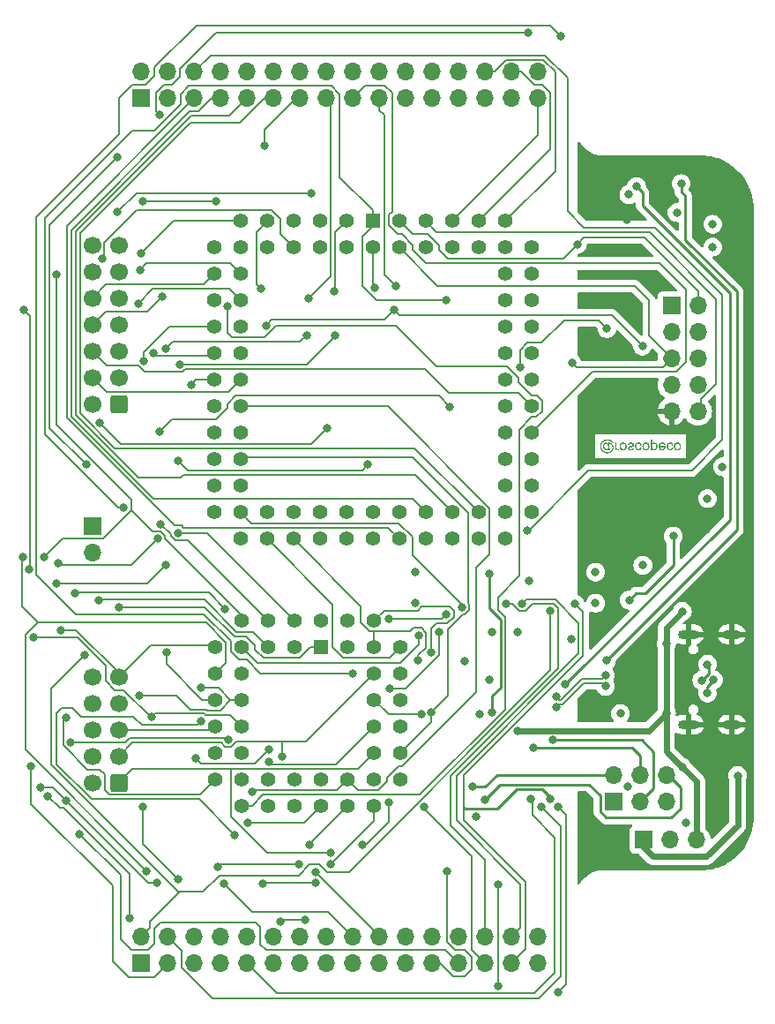
<source format=gbr>
%TF.GenerationSoftware,KiCad,Pcbnew,7.0.9*%
%TF.CreationDate,2024-04-25T21:51:33+01:00*%
%TF.ProjectId,ATF15xxProgBoard,41544631-3578-4785-9072-6f67426f6172,2*%
%TF.SameCoordinates,Original*%
%TF.FileFunction,Copper,L4,Bot*%
%TF.FilePolarity,Positive*%
%FSLAX46Y46*%
G04 Gerber Fmt 4.6, Leading zero omitted, Abs format (unit mm)*
G04 Created by KiCad (PCBNEW 7.0.9) date 2024-04-25 21:51:33*
%MOMM*%
%LPD*%
G01*
G04 APERTURE LIST*
G04 Aperture macros list*
%AMRoundRect*
0 Rectangle with rounded corners*
0 $1 Rounding radius*
0 $2 $3 $4 $5 $6 $7 $8 $9 X,Y pos of 4 corners*
0 Add a 4 corners polygon primitive as box body*
4,1,4,$2,$3,$4,$5,$6,$7,$8,$9,$2,$3,0*
0 Add four circle primitives for the rounded corners*
1,1,$1+$1,$2,$3*
1,1,$1+$1,$4,$5*
1,1,$1+$1,$6,$7*
1,1,$1+$1,$8,$9*
0 Add four rect primitives between the rounded corners*
20,1,$1+$1,$2,$3,$4,$5,0*
20,1,$1+$1,$4,$5,$6,$7,0*
20,1,$1+$1,$6,$7,$8,$9,0*
20,1,$1+$1,$8,$9,$2,$3,0*%
G04 Aperture macros list end*
%ADD10C,0.187500*%
%TA.AperFunction,NonConductor*%
%ADD11C,0.187500*%
%TD*%
%TA.AperFunction,ComponentPad*%
%ADD12R,1.422400X1.422400*%
%TD*%
%TA.AperFunction,ComponentPad*%
%ADD13C,1.422400*%
%TD*%
%TA.AperFunction,ComponentPad*%
%ADD14R,1.700000X1.700000*%
%TD*%
%TA.AperFunction,ComponentPad*%
%ADD15O,1.700000X1.700000*%
%TD*%
%TA.AperFunction,ComponentPad*%
%ADD16RoundRect,0.250000X0.600000X0.600000X-0.600000X0.600000X-0.600000X-0.600000X0.600000X-0.600000X0*%
%TD*%
%TA.AperFunction,ComponentPad*%
%ADD17C,1.700000*%
%TD*%
%TA.AperFunction,ComponentPad*%
%ADD18O,2.000000X0.900000*%
%TD*%
%TA.AperFunction,ComponentPad*%
%ADD19O,1.700000X0.900000*%
%TD*%
%TA.AperFunction,ViaPad*%
%ADD20C,0.800000*%
%TD*%
%TA.AperFunction,Conductor*%
%ADD21C,0.200000*%
%TD*%
%TA.AperFunction,Conductor*%
%ADD22C,0.250000*%
%TD*%
%TA.AperFunction,Conductor*%
%ADD23C,0.600000*%
%TD*%
G04 APERTURE END LIST*
D10*
D11*
G36*
X161233421Y-88214243D02*
G01*
X161243630Y-88214373D01*
X161253745Y-88214589D01*
X161263766Y-88214891D01*
X161273693Y-88215279D01*
X161283526Y-88215754D01*
X161302909Y-88216963D01*
X161321918Y-88218517D01*
X161340550Y-88220417D01*
X161358806Y-88222662D01*
X161376686Y-88225252D01*
X161394190Y-88228188D01*
X161411319Y-88231469D01*
X161428072Y-88235095D01*
X161444448Y-88239067D01*
X161460449Y-88243384D01*
X161476074Y-88248047D01*
X161491323Y-88253055D01*
X161506196Y-88258408D01*
X161520755Y-88264028D01*
X161535062Y-88269895D01*
X161549118Y-88276011D01*
X161562921Y-88282374D01*
X161576473Y-88288986D01*
X161589773Y-88295846D01*
X161602821Y-88302954D01*
X161615617Y-88310310D01*
X161628161Y-88317914D01*
X161640453Y-88325766D01*
X161652494Y-88333866D01*
X161664282Y-88342214D01*
X161675819Y-88350810D01*
X161687103Y-88359654D01*
X161698136Y-88368747D01*
X161708917Y-88378087D01*
X161719376Y-88387541D01*
X161729441Y-88396974D01*
X161739114Y-88406386D01*
X161748393Y-88415777D01*
X161757279Y-88425147D01*
X161765773Y-88434496D01*
X161773873Y-88443824D01*
X161781580Y-88453131D01*
X161788894Y-88462417D01*
X161795814Y-88471682D01*
X161802342Y-88480926D01*
X161808477Y-88490149D01*
X161814219Y-88499351D01*
X161819567Y-88508532D01*
X161824523Y-88517692D01*
X161829085Y-88526831D01*
X161704765Y-88526831D01*
X161696955Y-88517153D01*
X161688668Y-88507658D01*
X161679904Y-88498346D01*
X161670663Y-88489218D01*
X161660945Y-88480272D01*
X161650749Y-88471510D01*
X161640077Y-88462931D01*
X161628928Y-88454535D01*
X161617302Y-88446322D01*
X161605198Y-88438293D01*
X161592618Y-88430447D01*
X161579560Y-88422784D01*
X161566026Y-88415304D01*
X161552014Y-88408007D01*
X161537526Y-88400893D01*
X161522560Y-88393963D01*
X161507158Y-88387338D01*
X161491297Y-88381140D01*
X161474979Y-88375370D01*
X161458202Y-88370027D01*
X161440968Y-88365112D01*
X161423275Y-88360624D01*
X161405125Y-88356563D01*
X161386517Y-88352930D01*
X161367451Y-88349724D01*
X161357746Y-88348282D01*
X161347927Y-88346946D01*
X161337993Y-88345717D01*
X161327944Y-88344595D01*
X161317782Y-88343580D01*
X161307504Y-88342672D01*
X161297113Y-88341871D01*
X161286606Y-88341176D01*
X161275986Y-88340588D01*
X161265250Y-88340107D01*
X161254401Y-88339733D01*
X161243436Y-88339466D01*
X161232358Y-88339306D01*
X161221164Y-88339253D01*
X161210676Y-88339307D01*
X161200245Y-88339471D01*
X161189873Y-88339744D01*
X161179559Y-88340126D01*
X161169303Y-88340618D01*
X161159106Y-88341219D01*
X161148966Y-88341929D01*
X161138885Y-88342748D01*
X161128862Y-88343677D01*
X161118897Y-88344715D01*
X161108991Y-88345862D01*
X161099142Y-88347118D01*
X161089352Y-88348483D01*
X161079620Y-88349958D01*
X161060331Y-88353235D01*
X161041274Y-88356950D01*
X161022450Y-88361101D01*
X161003859Y-88365689D01*
X160985501Y-88370714D01*
X160967375Y-88376176D01*
X160949482Y-88382075D01*
X160931823Y-88388411D01*
X160914395Y-88395184D01*
X160897339Y-88402414D01*
X160880793Y-88410121D01*
X160864756Y-88418305D01*
X160849228Y-88426966D01*
X160834210Y-88436104D01*
X160819702Y-88445720D01*
X160805703Y-88455812D01*
X160792213Y-88466381D01*
X160779233Y-88477427D01*
X160766762Y-88488951D01*
X160754801Y-88500951D01*
X160743349Y-88513428D01*
X160732407Y-88526383D01*
X160721974Y-88539814D01*
X160712051Y-88553723D01*
X160702637Y-88568108D01*
X160693794Y-88582938D01*
X160685521Y-88598119D01*
X160677819Y-88613652D01*
X160670687Y-88629535D01*
X160664126Y-88645770D01*
X160658135Y-88662355D01*
X160652715Y-88679292D01*
X160647865Y-88696580D01*
X160643586Y-88714219D01*
X160639878Y-88732209D01*
X160636740Y-88750550D01*
X160634173Y-88769242D01*
X160632176Y-88788285D01*
X160630749Y-88807680D01*
X160630250Y-88817509D01*
X160629894Y-88827425D01*
X160629680Y-88837430D01*
X160629608Y-88847522D01*
X160629894Y-88866802D01*
X160630749Y-88885929D01*
X160632176Y-88904904D01*
X160634173Y-88923726D01*
X160636740Y-88942395D01*
X160639878Y-88960912D01*
X160643586Y-88979276D01*
X160647865Y-88997487D01*
X160652715Y-89015546D01*
X160658135Y-89033452D01*
X160664126Y-89051205D01*
X160670687Y-89068806D01*
X160677819Y-89086254D01*
X160685521Y-89103549D01*
X160693794Y-89120692D01*
X160702637Y-89137682D01*
X160712029Y-89154350D01*
X160721886Y-89170525D01*
X160732209Y-89186208D01*
X160742998Y-89201399D01*
X160754252Y-89216098D01*
X160765972Y-89230304D01*
X160778158Y-89244018D01*
X160790809Y-89257239D01*
X160803925Y-89269969D01*
X160817507Y-89282205D01*
X160831555Y-89293950D01*
X160846069Y-89305202D01*
X160861047Y-89315963D01*
X160876492Y-89326230D01*
X160892402Y-89336006D01*
X160908778Y-89345289D01*
X160925525Y-89354073D01*
X160942487Y-89362290D01*
X160959665Y-89369941D01*
X160977059Y-89377025D01*
X160994668Y-89383542D01*
X161012493Y-89389493D01*
X161030534Y-89394877D01*
X161048790Y-89399694D01*
X161067262Y-89403944D01*
X161085949Y-89407628D01*
X161104852Y-89410745D01*
X161123971Y-89413295D01*
X161143305Y-89415279D01*
X161153053Y-89416058D01*
X161162855Y-89416696D01*
X161172711Y-89417191D01*
X161182621Y-89417546D01*
X161192584Y-89417758D01*
X161202602Y-89417829D01*
X161220093Y-89417605D01*
X161237395Y-89416932D01*
X161254508Y-89415811D01*
X161271433Y-89414242D01*
X161288168Y-89412224D01*
X161304715Y-89409757D01*
X161321072Y-89406843D01*
X161337241Y-89403480D01*
X161353221Y-89399668D01*
X161369012Y-89395408D01*
X161384613Y-89390700D01*
X161400027Y-89385543D01*
X161415251Y-89379938D01*
X161430286Y-89373884D01*
X161445132Y-89367382D01*
X161459790Y-89360432D01*
X161474127Y-89353107D01*
X161488011Y-89345483D01*
X161501444Y-89337560D01*
X161514424Y-89329337D01*
X161526952Y-89320814D01*
X161539027Y-89311992D01*
X161550651Y-89302870D01*
X161561822Y-89293448D01*
X161572541Y-89283727D01*
X161582808Y-89273707D01*
X161592623Y-89263386D01*
X161601985Y-89252767D01*
X161610895Y-89241847D01*
X161619353Y-89230628D01*
X161627358Y-89219110D01*
X161634912Y-89207292D01*
X161642040Y-89195267D01*
X161648708Y-89183131D01*
X161654916Y-89170881D01*
X161660664Y-89158519D01*
X161665953Y-89146045D01*
X161670781Y-89133458D01*
X161675150Y-89120758D01*
X161679059Y-89107946D01*
X161682508Y-89095021D01*
X161685497Y-89081984D01*
X161688026Y-89068834D01*
X161690095Y-89055571D01*
X161691705Y-89042196D01*
X161692855Y-89028708D01*
X161693544Y-89015108D01*
X161693774Y-89001395D01*
X161693596Y-88989602D01*
X161693061Y-88977852D01*
X161692169Y-88966147D01*
X161690920Y-88954485D01*
X161689314Y-88942867D01*
X161687352Y-88931293D01*
X161685032Y-88919763D01*
X161682356Y-88908277D01*
X161679323Y-88896835D01*
X161675933Y-88885437D01*
X161672187Y-88874082D01*
X161668083Y-88862772D01*
X161663623Y-88851505D01*
X161658806Y-88840282D01*
X161653632Y-88829104D01*
X161648101Y-88817969D01*
X161642265Y-88807026D01*
X161636175Y-88796364D01*
X161629831Y-88785983D01*
X161623234Y-88775882D01*
X161616383Y-88766062D01*
X161609278Y-88756522D01*
X161601919Y-88747263D01*
X161594306Y-88738284D01*
X161586440Y-88729586D01*
X161578320Y-88721168D01*
X161569946Y-88713031D01*
X161561318Y-88705174D01*
X161552437Y-88697598D01*
X161543302Y-88690302D01*
X161533913Y-88683287D01*
X161524270Y-88676552D01*
X161513387Y-88669350D01*
X161502903Y-88662856D01*
X161492819Y-88657071D01*
X161483134Y-88651994D01*
X161473848Y-88647626D01*
X161462088Y-88642903D01*
X161451038Y-88639440D01*
X161440698Y-88637236D01*
X161428771Y-88636252D01*
X161422655Y-88636574D01*
X161412368Y-88638776D01*
X161403009Y-88643065D01*
X161394577Y-88649441D01*
X161390566Y-88653764D01*
X161385060Y-88662177D01*
X161381756Y-88671401D01*
X161380655Y-88681437D01*
X161381376Y-88688280D01*
X161383079Y-88698562D01*
X161385163Y-88709783D01*
X161387147Y-88719948D01*
X161389491Y-88731611D01*
X161392196Y-88744772D01*
X161394199Y-88754379D01*
X161396363Y-88764651D01*
X161398687Y-88775590D01*
X161401171Y-88787194D01*
X161500090Y-89245882D01*
X161376991Y-89245882D01*
X161353788Y-89134507D01*
X161348843Y-89142408D01*
X161341201Y-89153776D01*
X161333287Y-89164564D01*
X161325103Y-89174773D01*
X161316649Y-89184402D01*
X161307924Y-89193452D01*
X161298929Y-89201922D01*
X161289663Y-89209813D01*
X161280127Y-89217123D01*
X161270320Y-89223855D01*
X161260243Y-89230006D01*
X161253445Y-89233822D01*
X161243168Y-89239083D01*
X161232797Y-89243791D01*
X161222331Y-89247944D01*
X161211771Y-89251544D01*
X161201116Y-89254591D01*
X161190367Y-89257083D01*
X161179523Y-89259021D01*
X161168585Y-89260406D01*
X161157553Y-89261237D01*
X161146426Y-89261514D01*
X161136607Y-89261298D01*
X161126749Y-89260651D01*
X161116854Y-89259573D01*
X161106920Y-89258064D01*
X161096948Y-89256123D01*
X161086938Y-89253751D01*
X161076889Y-89250948D01*
X161066803Y-89247714D01*
X161056678Y-89244048D01*
X161046516Y-89239951D01*
X161036315Y-89235423D01*
X161026075Y-89230464D01*
X161015798Y-89225074D01*
X161005483Y-89219252D01*
X160995129Y-89212999D01*
X160984737Y-89206315D01*
X160974463Y-89199200D01*
X160964400Y-89191656D01*
X160954550Y-89183683D01*
X160944911Y-89175281D01*
X160935483Y-89166449D01*
X160926268Y-89157187D01*
X160917264Y-89147497D01*
X160908473Y-89137377D01*
X160899893Y-89126828D01*
X160891524Y-89115849D01*
X160883368Y-89104442D01*
X160875423Y-89092604D01*
X160867691Y-89080338D01*
X160860170Y-89067642D01*
X160852861Y-89054517D01*
X160845763Y-89040962D01*
X160838990Y-89027195D01*
X160832654Y-89013431D01*
X160826755Y-88999672D01*
X160821293Y-88985916D01*
X160816268Y-88972164D01*
X160811680Y-88958416D01*
X160807529Y-88944671D01*
X160803815Y-88930931D01*
X160800537Y-88917194D01*
X160797697Y-88903461D01*
X160795294Y-88889732D01*
X160793327Y-88876007D01*
X160791798Y-88862285D01*
X160790706Y-88848568D01*
X160790050Y-88834854D01*
X160789832Y-88821144D01*
X160789857Y-88819190D01*
X160916838Y-88819190D01*
X160916924Y-88826040D01*
X160917375Y-88836473D01*
X160918212Y-88847094D01*
X160919435Y-88857905D01*
X160921045Y-88868905D01*
X160923042Y-88880093D01*
X160925425Y-88891470D01*
X160928194Y-88903037D01*
X160931349Y-88914792D01*
X160934891Y-88926736D01*
X160938820Y-88938869D01*
X160941624Y-88946943D01*
X160946041Y-88958765D01*
X160950711Y-88970239D01*
X160955635Y-88981365D01*
X160960812Y-88992143D01*
X160966242Y-89002574D01*
X160971926Y-89012657D01*
X160977863Y-89022392D01*
X160984053Y-89031779D01*
X160990497Y-89040819D01*
X160997194Y-89049511D01*
X161004039Y-89057853D01*
X161010927Y-89065754D01*
X161017858Y-89073212D01*
X161024831Y-89080228D01*
X161034197Y-89088895D01*
X161043638Y-89096776D01*
X161053156Y-89103870D01*
X161062750Y-89110178D01*
X161072421Y-89115701D01*
X161082209Y-89120566D01*
X161092158Y-89124783D01*
X161102268Y-89128352D01*
X161112537Y-89131271D01*
X161122967Y-89133542D01*
X161133558Y-89135164D01*
X161144308Y-89136137D01*
X161155219Y-89136461D01*
X161163474Y-89136275D01*
X161175561Y-89135298D01*
X161187291Y-89133484D01*
X161198665Y-89130833D01*
X161209682Y-89127345D01*
X161220343Y-89123019D01*
X161230648Y-89117857D01*
X161240596Y-89111857D01*
X161250188Y-89105020D01*
X161259424Y-89097345D01*
X161268303Y-89088834D01*
X161276597Y-89079610D01*
X161284074Y-89069708D01*
X161290736Y-89059128D01*
X161296582Y-89047870D01*
X161301612Y-89035933D01*
X161305827Y-89023318D01*
X161309226Y-89010024D01*
X161311809Y-88996052D01*
X161313078Y-88986361D01*
X161313984Y-88976368D01*
X161314528Y-88966073D01*
X161314709Y-88955477D01*
X161314612Y-88947389D01*
X161314101Y-88935263D01*
X161313152Y-88923146D01*
X161311766Y-88911037D01*
X161309941Y-88898937D01*
X161307678Y-88886845D01*
X161304978Y-88874763D01*
X161301840Y-88862688D01*
X161298263Y-88850623D01*
X161294249Y-88838566D01*
X161289797Y-88826517D01*
X161286658Y-88818575D01*
X161281742Y-88806992D01*
X161276577Y-88795803D01*
X161271163Y-88785010D01*
X161265500Y-88774612D01*
X161259588Y-88764608D01*
X161253427Y-88755000D01*
X161247017Y-88745786D01*
X161240359Y-88736968D01*
X161233451Y-88728544D01*
X161226294Y-88720516D01*
X161219021Y-88712865D01*
X161211676Y-88705575D01*
X161204258Y-88698645D01*
X161196767Y-88692077D01*
X161186665Y-88683879D01*
X161176434Y-88676323D01*
X161166072Y-88669408D01*
X161155581Y-88663134D01*
X161144961Y-88657501D01*
X161137027Y-88653704D01*
X161126555Y-88649221D01*
X161116205Y-88645403D01*
X161105977Y-88642249D01*
X161095872Y-88639759D01*
X161085888Y-88637933D01*
X161076027Y-88636771D01*
X161063872Y-88636252D01*
X161056717Y-88636440D01*
X161046175Y-88637427D01*
X161035860Y-88639259D01*
X161025773Y-88641937D01*
X161015914Y-88645462D01*
X161006282Y-88649831D01*
X160996877Y-88655047D01*
X160987700Y-88661109D01*
X160978751Y-88668016D01*
X160970029Y-88675769D01*
X160961534Y-88684368D01*
X160953547Y-88693729D01*
X160946345Y-88703768D01*
X160939928Y-88714485D01*
X160934297Y-88725881D01*
X160929452Y-88737956D01*
X160925393Y-88750708D01*
X160922119Y-88764139D01*
X160919631Y-88778249D01*
X160918409Y-88788032D01*
X160917536Y-88798116D01*
X160917012Y-88808502D01*
X160916838Y-88819190D01*
X160789857Y-88819190D01*
X160789972Y-88810057D01*
X160790393Y-88799085D01*
X160791094Y-88788228D01*
X160792076Y-88777485D01*
X160793338Y-88766857D01*
X160794881Y-88756343D01*
X160796704Y-88745944D01*
X160798808Y-88735659D01*
X160801192Y-88725488D01*
X160803856Y-88715432D01*
X160806802Y-88705491D01*
X160810027Y-88695664D01*
X160813534Y-88685951D01*
X160817320Y-88676353D01*
X160821388Y-88666870D01*
X160825735Y-88657501D01*
X160828016Y-88652883D01*
X160832702Y-88643873D01*
X160837556Y-88635164D01*
X160845153Y-88622666D01*
X160853127Y-88610846D01*
X160861479Y-88599705D01*
X160870208Y-88589242D01*
X160879316Y-88579458D01*
X160888801Y-88570352D01*
X160898665Y-88561924D01*
X160908906Y-88554174D01*
X160919525Y-88547103D01*
X160926773Y-88542755D01*
X160937691Y-88536760D01*
X160948666Y-88531395D01*
X160959696Y-88526662D01*
X160970782Y-88522560D01*
X160981924Y-88519088D01*
X160993122Y-88516248D01*
X161004375Y-88514040D01*
X161015685Y-88512462D01*
X161027050Y-88511515D01*
X161038471Y-88511200D01*
X161045430Y-88511322D01*
X161055861Y-88511963D01*
X161066284Y-88513153D01*
X161076698Y-88514894D01*
X161087104Y-88517183D01*
X161097501Y-88520023D01*
X161107889Y-88523412D01*
X161118269Y-88527350D01*
X161128640Y-88531838D01*
X161139003Y-88536876D01*
X161149357Y-88542463D01*
X161156216Y-88546480D01*
X161166350Y-88552804D01*
X161176300Y-88559483D01*
X161186065Y-88566519D01*
X161195646Y-88573912D01*
X161205042Y-88581660D01*
X161214253Y-88589766D01*
X161223280Y-88598227D01*
X161232122Y-88607045D01*
X161240780Y-88616219D01*
X161249252Y-88625749D01*
X161249790Y-88620624D01*
X161251291Y-88608646D01*
X161253019Y-88597860D01*
X161255392Y-88586491D01*
X161258091Y-88576840D01*
X161262197Y-88566643D01*
X161264941Y-88561758D01*
X161271226Y-88552633D01*
X161278576Y-88544367D01*
X161286991Y-88536960D01*
X161296471Y-88530411D01*
X161305184Y-88525610D01*
X161307033Y-88524723D01*
X161316810Y-88520713D01*
X161327470Y-88517406D01*
X161339012Y-88514802D01*
X161348881Y-88513226D01*
X161359314Y-88512100D01*
X161370313Y-88511425D01*
X161381876Y-88511200D01*
X161400318Y-88511743D01*
X161418578Y-88513375D01*
X161436656Y-88516094D01*
X161454554Y-88519901D01*
X161472270Y-88524795D01*
X161489805Y-88530777D01*
X161507159Y-88537847D01*
X161524331Y-88546004D01*
X161541322Y-88555249D01*
X161549750Y-88560279D01*
X161558132Y-88565582D01*
X161566469Y-88571156D01*
X161574760Y-88577002D01*
X161583007Y-88583120D01*
X161591208Y-88589510D01*
X161599363Y-88596172D01*
X161607474Y-88603105D01*
X161615539Y-88610311D01*
X161623558Y-88617789D01*
X161631533Y-88625538D01*
X161639462Y-88633559D01*
X161647346Y-88641853D01*
X161655184Y-88650418D01*
X161663809Y-88660155D01*
X161672161Y-88669979D01*
X161680238Y-88679891D01*
X161688042Y-88689890D01*
X161695572Y-88699976D01*
X161702829Y-88710150D01*
X161709811Y-88720410D01*
X161716519Y-88730759D01*
X161722954Y-88741194D01*
X161729115Y-88751717D01*
X161735002Y-88762327D01*
X161740616Y-88773024D01*
X161745955Y-88783809D01*
X161751021Y-88794681D01*
X161755813Y-88805640D01*
X161760331Y-88816686D01*
X161764575Y-88827820D01*
X161768545Y-88839041D01*
X161772242Y-88850350D01*
X161775664Y-88861745D01*
X161778813Y-88873228D01*
X161781688Y-88884799D01*
X161784290Y-88896456D01*
X161786617Y-88908201D01*
X161788671Y-88920033D01*
X161790451Y-88931953D01*
X161791957Y-88943959D01*
X161793189Y-88956053D01*
X161794147Y-88968235D01*
X161794832Y-88980504D01*
X161795242Y-88992860D01*
X161795379Y-89005303D01*
X161795119Y-89022716D01*
X161794338Y-89039966D01*
X161793035Y-89057055D01*
X161791212Y-89073981D01*
X161788868Y-89090745D01*
X161786003Y-89107347D01*
X161782617Y-89123786D01*
X161778710Y-89140064D01*
X161774282Y-89156179D01*
X161769333Y-89172132D01*
X161763863Y-89187923D01*
X161757873Y-89203552D01*
X161751361Y-89219018D01*
X161744329Y-89234322D01*
X161736775Y-89249465D01*
X161728701Y-89264444D01*
X161723760Y-89273033D01*
X161718706Y-89281487D01*
X161708261Y-89297993D01*
X161697366Y-89313964D01*
X161686020Y-89329398D01*
X161674224Y-89344296D01*
X161661977Y-89358657D01*
X161649280Y-89372483D01*
X161636133Y-89385772D01*
X161622536Y-89398525D01*
X161608488Y-89410742D01*
X161593990Y-89422423D01*
X161579041Y-89433567D01*
X161563643Y-89444176D01*
X161547793Y-89454248D01*
X161531494Y-89463784D01*
X161514744Y-89472784D01*
X161506238Y-89477096D01*
X161489021Y-89485311D01*
X161471531Y-89492978D01*
X161453768Y-89500097D01*
X161435732Y-89506669D01*
X161417423Y-89512693D01*
X161398842Y-89518169D01*
X161379987Y-89523098D01*
X161370458Y-89525357D01*
X161360860Y-89527479D01*
X161351194Y-89529464D01*
X161341460Y-89531312D01*
X161331658Y-89533024D01*
X161321787Y-89534598D01*
X161311848Y-89536036D01*
X161301841Y-89537336D01*
X161291766Y-89538500D01*
X161281622Y-89539527D01*
X161271411Y-89540417D01*
X161261131Y-89541170D01*
X161250783Y-89541786D01*
X161240366Y-89542265D01*
X161229882Y-89542607D01*
X161219329Y-89542813D01*
X161208708Y-89542881D01*
X161195033Y-89542784D01*
X161181486Y-89542493D01*
X161168067Y-89542008D01*
X161154776Y-89541328D01*
X161141613Y-89540454D01*
X161128577Y-89539387D01*
X161115670Y-89538125D01*
X161102890Y-89536668D01*
X161090238Y-89535018D01*
X161077714Y-89533174D01*
X161065317Y-89531135D01*
X161053049Y-89528902D01*
X161040908Y-89526475D01*
X161028896Y-89523854D01*
X161017011Y-89521039D01*
X161005254Y-89518030D01*
X160993625Y-89514826D01*
X160982123Y-89511428D01*
X160970750Y-89507836D01*
X160959504Y-89504050D01*
X160948386Y-89500070D01*
X160937396Y-89495896D01*
X160926534Y-89491528D01*
X160915800Y-89486965D01*
X160905193Y-89482208D01*
X160894715Y-89477257D01*
X160884364Y-89472112D01*
X160874141Y-89466773D01*
X160864046Y-89461240D01*
X160854079Y-89455512D01*
X160844240Y-89449590D01*
X160834528Y-89443474D01*
X160824964Y-89437176D01*
X160815538Y-89430705D01*
X160806249Y-89424063D01*
X160797098Y-89417249D01*
X160788084Y-89410263D01*
X160779207Y-89403106D01*
X160770468Y-89395776D01*
X160761866Y-89388276D01*
X160753401Y-89380603D01*
X160745074Y-89372759D01*
X160736884Y-89364742D01*
X160728832Y-89356555D01*
X160720917Y-89348195D01*
X160713139Y-89339664D01*
X160705499Y-89330961D01*
X160697996Y-89322086D01*
X160690631Y-89313039D01*
X160683403Y-89303821D01*
X160676312Y-89294431D01*
X160669359Y-89284869D01*
X160662543Y-89275136D01*
X160655864Y-89265231D01*
X160649323Y-89255154D01*
X160642920Y-89244905D01*
X160636653Y-89234485D01*
X160630524Y-89223892D01*
X160624533Y-89213129D01*
X160618678Y-89202193D01*
X160612962Y-89191086D01*
X160607382Y-89179807D01*
X160601940Y-89168356D01*
X160596636Y-89156733D01*
X160592413Y-89147192D01*
X160588325Y-89137619D01*
X160584370Y-89128015D01*
X160580550Y-89118380D01*
X160576864Y-89108712D01*
X160573311Y-89099014D01*
X160569893Y-89089284D01*
X160566609Y-89079522D01*
X160563459Y-89069729D01*
X160560443Y-89059904D01*
X160557561Y-89050048D01*
X160554813Y-89040161D01*
X160552199Y-89030242D01*
X160549719Y-89020291D01*
X160547373Y-89010309D01*
X160545161Y-89000296D01*
X160543084Y-88990251D01*
X160541140Y-88980174D01*
X160539330Y-88970066D01*
X160537655Y-88959927D01*
X160536113Y-88949756D01*
X160534706Y-88939554D01*
X160533432Y-88929320D01*
X160532293Y-88919055D01*
X160531287Y-88908758D01*
X160530416Y-88898429D01*
X160529679Y-88888070D01*
X160529076Y-88877678D01*
X160528606Y-88867255D01*
X160528271Y-88856801D01*
X160528070Y-88846315D01*
X160528003Y-88835798D01*
X160528228Y-88816951D01*
X160528904Y-88798269D01*
X160530030Y-88779750D01*
X160531606Y-88761396D01*
X160533632Y-88743205D01*
X160536109Y-88725179D01*
X160539036Y-88707317D01*
X160542414Y-88689619D01*
X160546241Y-88672085D01*
X160550519Y-88654715D01*
X160555248Y-88637509D01*
X160560427Y-88620468D01*
X160566056Y-88603590D01*
X160572135Y-88586877D01*
X160578665Y-88570327D01*
X160585645Y-88553942D01*
X160591588Y-88541181D01*
X160597880Y-88528606D01*
X160604518Y-88516215D01*
X160611504Y-88504010D01*
X160618837Y-88491989D01*
X160626517Y-88480154D01*
X160634545Y-88468504D01*
X160642920Y-88457039D01*
X160651642Y-88445759D01*
X160660711Y-88434664D01*
X160670128Y-88423754D01*
X160679892Y-88413029D01*
X160690003Y-88402489D01*
X160700462Y-88392135D01*
X160711267Y-88381965D01*
X160722421Y-88371981D01*
X160733896Y-88362245D01*
X160745669Y-88352819D01*
X160757740Y-88343705D01*
X160770109Y-88334902D01*
X160782775Y-88326410D01*
X160795739Y-88318229D01*
X160809001Y-88310358D01*
X160822560Y-88302799D01*
X160836417Y-88295551D01*
X160850572Y-88288614D01*
X160865024Y-88281988D01*
X160879774Y-88275673D01*
X160894822Y-88269669D01*
X160910167Y-88263976D01*
X160925810Y-88258594D01*
X160941751Y-88253523D01*
X160957962Y-88248762D01*
X160974357Y-88244307D01*
X160990935Y-88240160D01*
X161007696Y-88236319D01*
X161024641Y-88232787D01*
X161041768Y-88229561D01*
X161059079Y-88226642D01*
X161076573Y-88224031D01*
X161094250Y-88221727D01*
X161112110Y-88219730D01*
X161130153Y-88218040D01*
X161148380Y-88216658D01*
X161166790Y-88215583D01*
X161185383Y-88214815D01*
X161204159Y-88214354D01*
X161223118Y-88214200D01*
X161233421Y-88214243D01*
G37*
G36*
X161963663Y-88511200D02*
G01*
X161963663Y-89245882D01*
X162075037Y-89245882D01*
X162075037Y-89137194D01*
X162080325Y-89146487D01*
X162085563Y-89155375D01*
X162090751Y-89163858D01*
X162098440Y-89175825D01*
X162106018Y-89186882D01*
X162113484Y-89197029D01*
X162120839Y-89206265D01*
X162128082Y-89214591D01*
X162135213Y-89222007D01*
X162144547Y-89230479D01*
X162153684Y-89237333D01*
X162162831Y-89243001D01*
X162172200Y-89247912D01*
X162181791Y-89252068D01*
X162191602Y-89255469D01*
X162201635Y-89258113D01*
X162211890Y-89260002D01*
X162222366Y-89261136D01*
X162233063Y-89261514D01*
X162244803Y-89261174D01*
X162256579Y-89260157D01*
X162268388Y-89258461D01*
X162280232Y-89256087D01*
X162292110Y-89253034D01*
X162304023Y-89249303D01*
X162315970Y-89244894D01*
X162327951Y-89239806D01*
X162339967Y-89234040D01*
X162352016Y-89227596D01*
X162360069Y-89222923D01*
X162317571Y-89108618D01*
X162309055Y-89113593D01*
X162297707Y-89119467D01*
X162286367Y-89124470D01*
X162275034Y-89128603D01*
X162263710Y-89131866D01*
X162252392Y-89134259D01*
X162241083Y-89135781D01*
X162229781Y-89136434D01*
X162226957Y-89136461D01*
X162216946Y-89136076D01*
X162207188Y-89134919D01*
X162195344Y-89132390D01*
X162183894Y-89128656D01*
X162172838Y-89123717D01*
X162164276Y-89118899D01*
X162155966Y-89113310D01*
X162153928Y-89111793D01*
X162146158Y-89105328D01*
X162138968Y-89098268D01*
X162132358Y-89090612D01*
X162126328Y-89082361D01*
X162120879Y-89073515D01*
X162116009Y-89064074D01*
X162111720Y-89054037D01*
X162108010Y-89043405D01*
X162104300Y-89030791D01*
X162100955Y-89017954D01*
X162097975Y-89004893D01*
X162095359Y-88991610D01*
X162093109Y-88978103D01*
X162091223Y-88964373D01*
X162089703Y-88950420D01*
X162088547Y-88936243D01*
X162087756Y-88921843D01*
X162087331Y-88907220D01*
X162087250Y-88897347D01*
X162087250Y-88511200D01*
X161963663Y-88511200D01*
G37*
G36*
X162739045Y-88495743D02*
G01*
X162750808Y-88496266D01*
X162762454Y-88497139D01*
X162773984Y-88498361D01*
X162785398Y-88499933D01*
X162796695Y-88501853D01*
X162807876Y-88504123D01*
X162818940Y-88506742D01*
X162829888Y-88509710D01*
X162840720Y-88513028D01*
X162851435Y-88516694D01*
X162862034Y-88520710D01*
X162872516Y-88525075D01*
X162882882Y-88529789D01*
X162893132Y-88534852D01*
X162903265Y-88540264D01*
X162913220Y-88546023D01*
X162922873Y-88552064D01*
X162932225Y-88558388D01*
X162941275Y-88564994D01*
X162950024Y-88571882D01*
X162958471Y-88579053D01*
X162966617Y-88586506D01*
X162974462Y-88594242D01*
X162982005Y-88602260D01*
X162989246Y-88610561D01*
X162996186Y-88619143D01*
X163002824Y-88628009D01*
X163009161Y-88637156D01*
X163015197Y-88646586D01*
X163020931Y-88656299D01*
X163026363Y-88666294D01*
X163031480Y-88676665D01*
X163036267Y-88687508D01*
X163040723Y-88698823D01*
X163044849Y-88710609D01*
X163048646Y-88722866D01*
X163052112Y-88735594D01*
X163055248Y-88748793D01*
X163058054Y-88762464D01*
X163060530Y-88776607D01*
X163062675Y-88791220D01*
X163064491Y-88806305D01*
X163065976Y-88821861D01*
X163067132Y-88837889D01*
X163067957Y-88854387D01*
X163068452Y-88871358D01*
X163068617Y-88888799D01*
X163068524Y-88899640D01*
X163068244Y-88910332D01*
X163067778Y-88920877D01*
X163067125Y-88931274D01*
X163066286Y-88941523D01*
X163065260Y-88951625D01*
X163064048Y-88961578D01*
X163062649Y-88971384D01*
X163059291Y-88990551D01*
X163055188Y-89009127D01*
X163050338Y-89027111D01*
X163044743Y-89044504D01*
X163038401Y-89061305D01*
X163031313Y-89077515D01*
X163023479Y-89093133D01*
X163014899Y-89108160D01*
X163005573Y-89122595D01*
X162995501Y-89136438D01*
X162984683Y-89149690D01*
X162973118Y-89162351D01*
X162960966Y-89174359D01*
X162948385Y-89185592D01*
X162935374Y-89196051D01*
X162921934Y-89205735D01*
X162908065Y-89214644D01*
X162893766Y-89222778D01*
X162879038Y-89230138D01*
X162863881Y-89236723D01*
X162848294Y-89242533D01*
X162832278Y-89247569D01*
X162815833Y-89251830D01*
X162798958Y-89255316D01*
X162781654Y-89258027D01*
X162763921Y-89259964D01*
X162745758Y-89261126D01*
X162727166Y-89261514D01*
X162710412Y-89261196D01*
X162693979Y-89260243D01*
X162677867Y-89258654D01*
X162662075Y-89256430D01*
X162646604Y-89253571D01*
X162631453Y-89250076D01*
X162616623Y-89245946D01*
X162602114Y-89241180D01*
X162587925Y-89235779D01*
X162574056Y-89229743D01*
X162560508Y-89223071D01*
X162547281Y-89215764D01*
X162534374Y-89207821D01*
X162521788Y-89199243D01*
X162509523Y-89190030D01*
X162497578Y-89180181D01*
X162490650Y-89173941D01*
X162477455Y-89160846D01*
X162465140Y-89146928D01*
X162453705Y-89132187D01*
X162443149Y-89116624D01*
X162433473Y-89100239D01*
X162424676Y-89083031D01*
X162420608Y-89074119D01*
X162416759Y-89065001D01*
X162413131Y-89055678D01*
X162409722Y-89046149D01*
X162406533Y-89036414D01*
X162403564Y-89026474D01*
X162400815Y-89016328D01*
X162398286Y-89005977D01*
X162395977Y-88995420D01*
X162393888Y-88984657D01*
X162392019Y-88973689D01*
X162390370Y-88962515D01*
X162388940Y-88951135D01*
X162387731Y-88939550D01*
X162386741Y-88927759D01*
X162385971Y-88915763D01*
X162385421Y-88903561D01*
X162385092Y-88891154D01*
X162384984Y-88878785D01*
X162512232Y-88878785D01*
X162512471Y-88894710D01*
X162513186Y-88910124D01*
X162514379Y-88925027D01*
X162516048Y-88939418D01*
X162518195Y-88953298D01*
X162520819Y-88966667D01*
X162523920Y-88979524D01*
X162527497Y-88991869D01*
X162531552Y-89003704D01*
X162536084Y-89015027D01*
X162541093Y-89025838D01*
X162546579Y-89036138D01*
X162552542Y-89045927D01*
X162558982Y-89055205D01*
X162565899Y-89063971D01*
X162573293Y-89072225D01*
X162581049Y-89080004D01*
X162589054Y-89087281D01*
X162597307Y-89094055D01*
X162605808Y-89100329D01*
X162614557Y-89106100D01*
X162623553Y-89111369D01*
X162632798Y-89116137D01*
X162642291Y-89120402D01*
X162652033Y-89124166D01*
X162662022Y-89127428D01*
X162672259Y-89130188D01*
X162682744Y-89132446D01*
X162693478Y-89134203D01*
X162704459Y-89135458D01*
X162715688Y-89136210D01*
X162727166Y-89136461D01*
X162738467Y-89136209D01*
X162749533Y-89135454D01*
X162760365Y-89134194D01*
X162770962Y-89132431D01*
X162781324Y-89130164D01*
X162791451Y-89127394D01*
X162801344Y-89124119D01*
X162811002Y-89120341D01*
X162820426Y-89116059D01*
X162829614Y-89111274D01*
X162838568Y-89105984D01*
X162847288Y-89100191D01*
X162855772Y-89093894D01*
X162864022Y-89087094D01*
X162872037Y-89079789D01*
X162879818Y-89071981D01*
X162887271Y-89063714D01*
X162894243Y-89054972D01*
X162900735Y-89045755D01*
X162906745Y-89036062D01*
X162912275Y-89025895D01*
X162917324Y-89015252D01*
X162921892Y-89004134D01*
X162925980Y-88992541D01*
X162929586Y-88980473D01*
X162932711Y-88967930D01*
X162935356Y-88954911D01*
X162937520Y-88941418D01*
X162939203Y-88927449D01*
X162940405Y-88913006D01*
X162941126Y-88898087D01*
X162941367Y-88882693D01*
X162941128Y-88866380D01*
X162940413Y-88850598D01*
X162939220Y-88835346D01*
X162937551Y-88820625D01*
X162935404Y-88806434D01*
X162932780Y-88792773D01*
X162929679Y-88779643D01*
X162926102Y-88767044D01*
X162922047Y-88754975D01*
X162917515Y-88743436D01*
X162912506Y-88732428D01*
X162907020Y-88721951D01*
X162901057Y-88712003D01*
X162894617Y-88702587D01*
X162887700Y-88693700D01*
X162880306Y-88685345D01*
X162872552Y-88677507D01*
X162864556Y-88670175D01*
X162856318Y-88663348D01*
X162847837Y-88657028D01*
X162839114Y-88651213D01*
X162830149Y-88645903D01*
X162820941Y-88641099D01*
X162811491Y-88636801D01*
X162801798Y-88633009D01*
X162791864Y-88629722D01*
X162781686Y-88626941D01*
X162771267Y-88624666D01*
X162760605Y-88622896D01*
X162749701Y-88621632D01*
X162738555Y-88620873D01*
X162727166Y-88620620D01*
X162715688Y-88620871D01*
X162704459Y-88621624D01*
X162693478Y-88622879D01*
X162682744Y-88624635D01*
X162672259Y-88626893D01*
X162662022Y-88629653D01*
X162652033Y-88632915D01*
X162642291Y-88636679D01*
X162632798Y-88640945D01*
X162623553Y-88645712D01*
X162614557Y-88650982D01*
X162605808Y-88656753D01*
X162597307Y-88663026D01*
X162589054Y-88669801D01*
X162581049Y-88677078D01*
X162573293Y-88684856D01*
X162565899Y-88693170D01*
X162558982Y-88701991D01*
X162552542Y-88711320D01*
X162546579Y-88721157D01*
X162541093Y-88731501D01*
X162536084Y-88742352D01*
X162531552Y-88753712D01*
X162527497Y-88765578D01*
X162523920Y-88777953D01*
X162520819Y-88790835D01*
X162518195Y-88804224D01*
X162516048Y-88818121D01*
X162514379Y-88832526D01*
X162513186Y-88847438D01*
X162512471Y-88862858D01*
X162512232Y-88878785D01*
X162384984Y-88878785D01*
X162384982Y-88878541D01*
X162385074Y-88867024D01*
X162385351Y-88855677D01*
X162385812Y-88844500D01*
X162386459Y-88833493D01*
X162387289Y-88822656D01*
X162388305Y-88811988D01*
X162389505Y-88801491D01*
X162390889Y-88791163D01*
X162392458Y-88781005D01*
X162394212Y-88771017D01*
X162396151Y-88761198D01*
X162398274Y-88751550D01*
X162403074Y-88732762D01*
X162408612Y-88714654D01*
X162414889Y-88697225D01*
X162421904Y-88680475D01*
X162429658Y-88664405D01*
X162438150Y-88649014D01*
X162447381Y-88634302D01*
X162457350Y-88620269D01*
X162468058Y-88606916D01*
X162479504Y-88594242D01*
X162491548Y-88582293D01*
X162504050Y-88571115D01*
X162517010Y-88560708D01*
X162530428Y-88551072D01*
X162544304Y-88542207D01*
X162558638Y-88534113D01*
X162573430Y-88526789D01*
X162588680Y-88520236D01*
X162604388Y-88514455D01*
X162620554Y-88509444D01*
X162637178Y-88505204D01*
X162654259Y-88501735D01*
X162671799Y-88499037D01*
X162689797Y-88497110D01*
X162708252Y-88495953D01*
X162727166Y-88495568D01*
X162739045Y-88495743D01*
G37*
G36*
X163160208Y-88730041D02*
G01*
X163282574Y-88745673D01*
X163284822Y-88734564D01*
X163287718Y-88723954D01*
X163291262Y-88713842D01*
X163295454Y-88704228D01*
X163300295Y-88695112D01*
X163305784Y-88686493D01*
X163311921Y-88678373D01*
X163318707Y-88670751D01*
X163326141Y-88663627D01*
X163334223Y-88657001D01*
X163339971Y-88652860D01*
X163349138Y-88647099D01*
X163358962Y-88641904D01*
X163369443Y-88637276D01*
X163380580Y-88633214D01*
X163392375Y-88629719D01*
X163404826Y-88626791D01*
X163417934Y-88624430D01*
X163431700Y-88622635D01*
X163446122Y-88621407D01*
X163456101Y-88620904D01*
X163466373Y-88620652D01*
X163471618Y-88620620D01*
X163482072Y-88620736D01*
X163492184Y-88621082D01*
X163501955Y-88621659D01*
X163515970Y-88622958D01*
X163529217Y-88624776D01*
X163541696Y-88627114D01*
X163553406Y-88629971D01*
X163564348Y-88633348D01*
X163574521Y-88637244D01*
X163583925Y-88641660D01*
X163592561Y-88646595D01*
X163597892Y-88650174D01*
X163607566Y-88657722D01*
X163615950Y-88665592D01*
X163623045Y-88673781D01*
X163628849Y-88682292D01*
X163633364Y-88691123D01*
X163637193Y-88702612D01*
X163639007Y-88714602D01*
X163639169Y-88719539D01*
X163638274Y-88730313D01*
X163635591Y-88740347D01*
X163631119Y-88749642D01*
X163624858Y-88758198D01*
X163616808Y-88766014D01*
X163606969Y-88773091D01*
X163602532Y-88775715D01*
X163592752Y-88780256D01*
X163582274Y-88784164D01*
X163572868Y-88787255D01*
X163562136Y-88790484D01*
X163550076Y-88793850D01*
X163536690Y-88797353D01*
X163527029Y-88799765D01*
X163516779Y-88802238D01*
X163505939Y-88804772D01*
X163494509Y-88807367D01*
X163482489Y-88810023D01*
X163476259Y-88811374D01*
X163459580Y-88815763D01*
X163443553Y-88820075D01*
X163428179Y-88824311D01*
X163413458Y-88828471D01*
X163399389Y-88832554D01*
X163385973Y-88836562D01*
X163373209Y-88840492D01*
X163361098Y-88844347D01*
X163349640Y-88848125D01*
X163338834Y-88851827D01*
X163328681Y-88855452D01*
X163319180Y-88859001D01*
X163306153Y-88864182D01*
X163294594Y-88869191D01*
X163287703Y-88872435D01*
X163278080Y-88877463D01*
X163268904Y-88882839D01*
X163260174Y-88888563D01*
X163251891Y-88894634D01*
X163244054Y-88901053D01*
X163236664Y-88907820D01*
X163229720Y-88914935D01*
X163223223Y-88922398D01*
X163217172Y-88930208D01*
X163211568Y-88938366D01*
X163208080Y-88943998D01*
X163203235Y-88952645D01*
X163198867Y-88961460D01*
X163194975Y-88970443D01*
X163190527Y-88982680D01*
X163187747Y-88992053D01*
X163185443Y-89001593D01*
X163183617Y-89011301D01*
X163182266Y-89021176D01*
X163181393Y-89031219D01*
X163180996Y-89041429D01*
X163180969Y-89044870D01*
X163181316Y-89057330D01*
X163182358Y-89069554D01*
X163184095Y-89081541D01*
X163186526Y-89093291D01*
X163189651Y-89104805D01*
X163193471Y-89116082D01*
X163197986Y-89127123D01*
X163203195Y-89137927D01*
X163209061Y-89148444D01*
X163215423Y-89158504D01*
X163222280Y-89168106D01*
X163229634Y-89177250D01*
X163237485Y-89185936D01*
X163245831Y-89194164D01*
X163254673Y-89201934D01*
X163264012Y-89209246D01*
X163273531Y-89215878D01*
X163281885Y-89220951D01*
X163290895Y-89225819D01*
X163300562Y-89230481D01*
X163310885Y-89234936D01*
X163321864Y-89239186D01*
X163333500Y-89243229D01*
X163342658Y-89246126D01*
X163352062Y-89248876D01*
X163361591Y-89251356D01*
X163371245Y-89253564D01*
X163381023Y-89255503D01*
X163390926Y-89257171D01*
X163400953Y-89258568D01*
X163411104Y-89259695D01*
X163421380Y-89260552D01*
X163431781Y-89261138D01*
X163442306Y-89261453D01*
X163449392Y-89261514D01*
X163460056Y-89261417D01*
X163470553Y-89261128D01*
X163480885Y-89260646D01*
X163491051Y-89259972D01*
X163501050Y-89259104D01*
X163510884Y-89258045D01*
X163525323Y-89256093D01*
X163539389Y-89253708D01*
X163553081Y-89250890D01*
X163566400Y-89247637D01*
X163579345Y-89243952D01*
X163591916Y-89239832D01*
X163600090Y-89236845D01*
X163611971Y-89232111D01*
X163623251Y-89227068D01*
X163633930Y-89221715D01*
X163644008Y-89216054D01*
X163653485Y-89210083D01*
X163662360Y-89203804D01*
X163670635Y-89197215D01*
X163678309Y-89190317D01*
X163685381Y-89183110D01*
X163691853Y-89175593D01*
X163695833Y-89170411D01*
X163701479Y-89162329D01*
X163706787Y-89153744D01*
X163711755Y-89144657D01*
X163716384Y-89135068D01*
X163720673Y-89124977D01*
X163724624Y-89114383D01*
X163728235Y-89103287D01*
X163731508Y-89091688D01*
X163734441Y-89079588D01*
X163737035Y-89066985D01*
X163738575Y-89058303D01*
X163617675Y-89042672D01*
X163615111Y-89053419D01*
X163611569Y-89063555D01*
X163607051Y-89073080D01*
X163601555Y-89081995D01*
X163595083Y-89090299D01*
X163587633Y-89097993D01*
X163579207Y-89105076D01*
X163569804Y-89111548D01*
X163559462Y-89117387D01*
X163548097Y-89122448D01*
X163535709Y-89126730D01*
X163525747Y-89129430D01*
X163515210Y-89131693D01*
X163504097Y-89133517D01*
X163492409Y-89134904D01*
X163480146Y-89135853D01*
X163467308Y-89136364D01*
X163458429Y-89136461D01*
X163447965Y-89136369D01*
X163437882Y-89136091D01*
X163423474Y-89135328D01*
X163409924Y-89134148D01*
X163397233Y-89132551D01*
X163385400Y-89130538D01*
X163374427Y-89128109D01*
X163364311Y-89125263D01*
X163355055Y-89122001D01*
X163344049Y-89117004D01*
X163336796Y-89112770D01*
X163328267Y-89106725D01*
X163319204Y-89098825D01*
X163311919Y-89090544D01*
X163306410Y-89081881D01*
X163302678Y-89072836D01*
X163300546Y-89061479D01*
X163300404Y-89057571D01*
X163301350Y-89047694D01*
X163304190Y-89038337D01*
X163308922Y-89029498D01*
X163315547Y-89021179D01*
X163322990Y-89014098D01*
X163332070Y-89007601D01*
X163341154Y-89002498D01*
X163351441Y-88997824D01*
X163360932Y-88994257D01*
X163362930Y-88993579D01*
X163372424Y-88990857D01*
X163384206Y-88987789D01*
X163396164Y-88984810D01*
X163406610Y-88982270D01*
X163418323Y-88979469D01*
X163431303Y-88976406D01*
X163445549Y-88973081D01*
X163455750Y-88970718D01*
X163466514Y-88968240D01*
X163472107Y-88966957D01*
X163488191Y-88962519D01*
X163503656Y-88958183D01*
X163518500Y-88953948D01*
X163532725Y-88949814D01*
X163546329Y-88945781D01*
X163559313Y-88941849D01*
X163571677Y-88938019D01*
X163583420Y-88934289D01*
X163594544Y-88930661D01*
X163605047Y-88927134D01*
X163614930Y-88923708D01*
X163624194Y-88920383D01*
X163636925Y-88915585D01*
X163648262Y-88911015D01*
X163655044Y-88908094D01*
X163664601Y-88903607D01*
X163673763Y-88898755D01*
X163682530Y-88893538D01*
X163690902Y-88887956D01*
X163698879Y-88882009D01*
X163706461Y-88875697D01*
X163713648Y-88869020D01*
X163720440Y-88861978D01*
X163726838Y-88854571D01*
X163732840Y-88846800D01*
X163736622Y-88841416D01*
X163741903Y-88833032D01*
X163746665Y-88824274D01*
X163750908Y-88815143D01*
X163754631Y-88805638D01*
X163757834Y-88795760D01*
X163760518Y-88785508D01*
X163762683Y-88774883D01*
X163764328Y-88763884D01*
X163765453Y-88752512D01*
X163766059Y-88740766D01*
X163766175Y-88732728D01*
X163765857Y-88720885D01*
X163764904Y-88709172D01*
X163763316Y-88697587D01*
X163761092Y-88686131D01*
X163758232Y-88674804D01*
X163754738Y-88663605D01*
X163750607Y-88652535D01*
X163745842Y-88641595D01*
X163740441Y-88630783D01*
X163734404Y-88620099D01*
X163730027Y-88613049D01*
X163723012Y-88602739D01*
X163715430Y-88592876D01*
X163707281Y-88583459D01*
X163698565Y-88574489D01*
X163689283Y-88565965D01*
X163679434Y-88557888D01*
X163669019Y-88550257D01*
X163658036Y-88543073D01*
X163646487Y-88536336D01*
X163634372Y-88530044D01*
X163625980Y-88526098D01*
X163613090Y-88520642D01*
X163599882Y-88515723D01*
X163586356Y-88511340D01*
X163572513Y-88507494D01*
X163558352Y-88504184D01*
X163548735Y-88502276D01*
X163538977Y-88500607D01*
X163529078Y-88499176D01*
X163519037Y-88497983D01*
X163508855Y-88497029D01*
X163498532Y-88496313D01*
X163488068Y-88495836D01*
X163477462Y-88495598D01*
X163472107Y-88495568D01*
X163454601Y-88495799D01*
X163437623Y-88496492D01*
X163421170Y-88497646D01*
X163405245Y-88499262D01*
X163389846Y-88501340D01*
X163374974Y-88503880D01*
X163360629Y-88506881D01*
X163346810Y-88510345D01*
X163333518Y-88514270D01*
X163320752Y-88518657D01*
X163308513Y-88523505D01*
X163296801Y-88528816D01*
X163285616Y-88534588D01*
X163274957Y-88540822D01*
X163264825Y-88547517D01*
X163255219Y-88554675D01*
X163246118Y-88562286D01*
X163237439Y-88570344D01*
X163229181Y-88578849D01*
X163221345Y-88587800D01*
X163213931Y-88597198D01*
X163206939Y-88607042D01*
X163200368Y-88617333D01*
X163194219Y-88628070D01*
X163188492Y-88639253D01*
X163183186Y-88650884D01*
X163178302Y-88662960D01*
X163173840Y-88675483D01*
X163169800Y-88688453D01*
X163166181Y-88701869D01*
X163162984Y-88715732D01*
X163160208Y-88730041D01*
G37*
G36*
X164385331Y-88776936D02*
G01*
X164506963Y-88761304D01*
X164504218Y-88745915D01*
X164500987Y-88730949D01*
X164497272Y-88716407D01*
X164493072Y-88702289D01*
X164488388Y-88688594D01*
X164483219Y-88675323D01*
X164477565Y-88662476D01*
X164471426Y-88650052D01*
X164464803Y-88638051D01*
X164457695Y-88626474D01*
X164450103Y-88615321D01*
X164442025Y-88604592D01*
X164433464Y-88594286D01*
X164424417Y-88584404D01*
X164414886Y-88574945D01*
X164404870Y-88565910D01*
X164394466Y-88557392D01*
X164383770Y-88549424D01*
X164372782Y-88542005D01*
X164361502Y-88535135D01*
X164349930Y-88528816D01*
X164338066Y-88523045D01*
X164325910Y-88517825D01*
X164313462Y-88513153D01*
X164300722Y-88509032D01*
X164287691Y-88505460D01*
X164274367Y-88502437D01*
X164260751Y-88499964D01*
X164246844Y-88498041D01*
X164232644Y-88496667D01*
X164218153Y-88495843D01*
X164203370Y-88495568D01*
X164184854Y-88495951D01*
X164166798Y-88497102D01*
X164149202Y-88499020D01*
X164132066Y-88501705D01*
X164115390Y-88505156D01*
X164099173Y-88509375D01*
X164083417Y-88514361D01*
X164068120Y-88520114D01*
X164053283Y-88526635D01*
X164038906Y-88533922D01*
X164024989Y-88541976D01*
X164011532Y-88550797D01*
X163998535Y-88560386D01*
X163985997Y-88570741D01*
X163973920Y-88581864D01*
X163962302Y-88593754D01*
X163951300Y-88606390D01*
X163941007Y-88619693D01*
X163931424Y-88633662D01*
X163922551Y-88648296D01*
X163914388Y-88663597D01*
X163906935Y-88679563D01*
X163900192Y-88696195D01*
X163894158Y-88713494D01*
X163888834Y-88731458D01*
X163884221Y-88750088D01*
X163882180Y-88759653D01*
X163880316Y-88769384D01*
X163878631Y-88779282D01*
X163877122Y-88789346D01*
X163875791Y-88799577D01*
X163874638Y-88809974D01*
X163873662Y-88820538D01*
X163872863Y-88831268D01*
X163872242Y-88842165D01*
X163871799Y-88853228D01*
X163871532Y-88864458D01*
X163871444Y-88875854D01*
X163871596Y-88890575D01*
X163872054Y-88905064D01*
X163872817Y-88919320D01*
X163873886Y-88933343D01*
X163875260Y-88947133D01*
X163876939Y-88960690D01*
X163878924Y-88974015D01*
X163881213Y-88987107D01*
X163883808Y-88999966D01*
X163886709Y-89012592D01*
X163889914Y-89024985D01*
X163893425Y-89037146D01*
X163897242Y-89049074D01*
X163901363Y-89060769D01*
X163905790Y-89072231D01*
X163910522Y-89083460D01*
X163915596Y-89094429D01*
X163920987Y-89105049D01*
X163926694Y-89115320D01*
X163932718Y-89125241D01*
X163939059Y-89134814D01*
X163945716Y-89144037D01*
X163952691Y-89152910D01*
X163959982Y-89161435D01*
X163967589Y-89169610D01*
X163975514Y-89177437D01*
X163983755Y-89184914D01*
X163992313Y-89192042D01*
X164001188Y-89198820D01*
X164010380Y-89205250D01*
X164019888Y-89211330D01*
X164029713Y-89217061D01*
X164039781Y-89222444D01*
X164049958Y-89227480D01*
X164060244Y-89232168D01*
X164070639Y-89236509D01*
X164081142Y-89240503D01*
X164091754Y-89244149D01*
X164102475Y-89247449D01*
X164113305Y-89250400D01*
X164124244Y-89253005D01*
X164135291Y-89255262D01*
X164146447Y-89257172D01*
X164157711Y-89258735D01*
X164169085Y-89259951D01*
X164180567Y-89260819D01*
X164192158Y-89261340D01*
X164203858Y-89261514D01*
X164218557Y-89261275D01*
X164232915Y-89260559D01*
X164246935Y-89259367D01*
X164260614Y-89257697D01*
X164273954Y-89255551D01*
X164286954Y-89252927D01*
X164299615Y-89249826D01*
X164311936Y-89246248D01*
X164323917Y-89242194D01*
X164335558Y-89237662D01*
X164346860Y-89232653D01*
X164357823Y-89227167D01*
X164368445Y-89221204D01*
X164378728Y-89214764D01*
X164388672Y-89207847D01*
X164398275Y-89200453D01*
X164407527Y-89192620D01*
X164416353Y-89184386D01*
X164424754Y-89175752D01*
X164432729Y-89166717D01*
X164440279Y-89157281D01*
X164447403Y-89147444D01*
X164454101Y-89137207D01*
X164460374Y-89126569D01*
X164466222Y-89115531D01*
X164471644Y-89104091D01*
X164476640Y-89092251D01*
X164481211Y-89080011D01*
X164485357Y-89067369D01*
X164489077Y-89054327D01*
X164492371Y-89040884D01*
X164495240Y-89027040D01*
X164375072Y-89011409D01*
X164371633Y-89022814D01*
X164367725Y-89033674D01*
X164363349Y-89043989D01*
X164358506Y-89053758D01*
X164353194Y-89062982D01*
X164347415Y-89071661D01*
X164341167Y-89079795D01*
X164334452Y-89087384D01*
X164327268Y-89094427D01*
X164319617Y-89100925D01*
X164314256Y-89104954D01*
X164305900Y-89110585D01*
X164297226Y-89115661D01*
X164288234Y-89120184D01*
X164278925Y-89124154D01*
X164269298Y-89127569D01*
X164259353Y-89130430D01*
X164249090Y-89132738D01*
X164238510Y-89134492D01*
X164227612Y-89135692D01*
X164216397Y-89136338D01*
X164208743Y-89136461D01*
X164197187Y-89136220D01*
X164185906Y-89135496D01*
X164174900Y-89134289D01*
X164164169Y-89132599D01*
X164153712Y-89130427D01*
X164143530Y-89127771D01*
X164133623Y-89124634D01*
X164123991Y-89121013D01*
X164114633Y-89116909D01*
X164105550Y-89112323D01*
X164096742Y-89107254D01*
X164088209Y-89101702D01*
X164079951Y-89095668D01*
X164071967Y-89089151D01*
X164064258Y-89082151D01*
X164056824Y-89074668D01*
X164049755Y-89066663D01*
X164043143Y-89058097D01*
X164036986Y-89048971D01*
X164031285Y-89039283D01*
X164026041Y-89029034D01*
X164021252Y-89018225D01*
X164016920Y-89006854D01*
X164013043Y-88994922D01*
X164009623Y-88982430D01*
X164006659Y-88969376D01*
X164004150Y-88955762D01*
X164002098Y-88941586D01*
X164000502Y-88926849D01*
X163999362Y-88911552D01*
X163998678Y-88895693D01*
X163998450Y-88879273D01*
X163998669Y-88862589D01*
X163999328Y-88846484D01*
X164000425Y-88830959D01*
X164001961Y-88816015D01*
X164003936Y-88801650D01*
X164006350Y-88787866D01*
X164009202Y-88774661D01*
X164012494Y-88762037D01*
X164016224Y-88749993D01*
X164020394Y-88738529D01*
X164025002Y-88727644D01*
X164030049Y-88717340D01*
X164035535Y-88707617D01*
X164041460Y-88698473D01*
X164047823Y-88689909D01*
X164054626Y-88681925D01*
X164061813Y-88674502D01*
X164069269Y-88667557D01*
X164076994Y-88661091D01*
X164084988Y-88655104D01*
X164093251Y-88649596D01*
X164101784Y-88644568D01*
X164110585Y-88640018D01*
X164119655Y-88635947D01*
X164128995Y-88632354D01*
X164138603Y-88629241D01*
X164148481Y-88626607D01*
X164158627Y-88624452D01*
X164169043Y-88622776D01*
X164179728Y-88621578D01*
X164190681Y-88620860D01*
X164201904Y-88620620D01*
X164215341Y-88620957D01*
X164228357Y-88621968D01*
X164240952Y-88623654D01*
X164253126Y-88626013D01*
X164264880Y-88629046D01*
X164276213Y-88632753D01*
X164287125Y-88637135D01*
X164297617Y-88642190D01*
X164307688Y-88647919D01*
X164317338Y-88654323D01*
X164323537Y-88658966D01*
X164332381Y-88666519D01*
X164340593Y-88674797D01*
X164348174Y-88683801D01*
X164355125Y-88693531D01*
X164361444Y-88703986D01*
X164367132Y-88715166D01*
X164372188Y-88727072D01*
X164376614Y-88739704D01*
X164380409Y-88753061D01*
X164383572Y-88767144D01*
X164385331Y-88776936D01*
G37*
G36*
X164916714Y-88495743D02*
G01*
X164928477Y-88496266D01*
X164940123Y-88497139D01*
X164951653Y-88498361D01*
X164963067Y-88499933D01*
X164974364Y-88501853D01*
X164985545Y-88504123D01*
X164996609Y-88506742D01*
X165007557Y-88509710D01*
X165018389Y-88513028D01*
X165029104Y-88516694D01*
X165039703Y-88520710D01*
X165050185Y-88525075D01*
X165060551Y-88529789D01*
X165070801Y-88534852D01*
X165080934Y-88540264D01*
X165090889Y-88546023D01*
X165100542Y-88552064D01*
X165109894Y-88558388D01*
X165118944Y-88564994D01*
X165127693Y-88571882D01*
X165136141Y-88579053D01*
X165144287Y-88586506D01*
X165152131Y-88594242D01*
X165159674Y-88602260D01*
X165166915Y-88610561D01*
X165173855Y-88619143D01*
X165180494Y-88628009D01*
X165186831Y-88637156D01*
X165192866Y-88646586D01*
X165198600Y-88656299D01*
X165204033Y-88666294D01*
X165209149Y-88676665D01*
X165213936Y-88687508D01*
X165218392Y-88698823D01*
X165222519Y-88710609D01*
X165226315Y-88722866D01*
X165229781Y-88735594D01*
X165232917Y-88748793D01*
X165235723Y-88762464D01*
X165238199Y-88776607D01*
X165240345Y-88791220D01*
X165242160Y-88806305D01*
X165243646Y-88821861D01*
X165244801Y-88837889D01*
X165245626Y-88854387D01*
X165246122Y-88871358D01*
X165246287Y-88888799D01*
X165246193Y-88899640D01*
X165245914Y-88910332D01*
X165245447Y-88920877D01*
X165244794Y-88931274D01*
X165243955Y-88941523D01*
X165242929Y-88951625D01*
X165241717Y-88961578D01*
X165240318Y-88971384D01*
X165236961Y-88990551D01*
X165232857Y-89009127D01*
X165228007Y-89027111D01*
X165222412Y-89044504D01*
X165216070Y-89061305D01*
X165208982Y-89077515D01*
X165201148Y-89093133D01*
X165192568Y-89108160D01*
X165183242Y-89122595D01*
X165173170Y-89136438D01*
X165162352Y-89149690D01*
X165150788Y-89162351D01*
X165138636Y-89174359D01*
X165126054Y-89185592D01*
X165113044Y-89196051D01*
X165099603Y-89205735D01*
X165085734Y-89214644D01*
X165071435Y-89222778D01*
X165056707Y-89230138D01*
X165041550Y-89236723D01*
X165025963Y-89242533D01*
X165009947Y-89247569D01*
X164993502Y-89251830D01*
X164976627Y-89255316D01*
X164959323Y-89258027D01*
X164941590Y-89259964D01*
X164923427Y-89261126D01*
X164904835Y-89261514D01*
X164888082Y-89261196D01*
X164871649Y-89260243D01*
X164855536Y-89258654D01*
X164839744Y-89256430D01*
X164824273Y-89253571D01*
X164809122Y-89250076D01*
X164794292Y-89245946D01*
X164779783Y-89241180D01*
X164765594Y-89235779D01*
X164751725Y-89229743D01*
X164738178Y-89223071D01*
X164724950Y-89215764D01*
X164712044Y-89207821D01*
X164699457Y-89199243D01*
X164687192Y-89190030D01*
X164675247Y-89180181D01*
X164668320Y-89173941D01*
X164655125Y-89160846D01*
X164642810Y-89146928D01*
X164631374Y-89132187D01*
X164620818Y-89116624D01*
X164611142Y-89100239D01*
X164602345Y-89083031D01*
X164598277Y-89074119D01*
X164594428Y-89065001D01*
X164590800Y-89055678D01*
X164587391Y-89046149D01*
X164584202Y-89036414D01*
X164581234Y-89026474D01*
X164578485Y-89016328D01*
X164575956Y-89005977D01*
X164573647Y-88995420D01*
X164571557Y-88984657D01*
X164569688Y-88973689D01*
X164568039Y-88962515D01*
X164566609Y-88951135D01*
X164565400Y-88939550D01*
X164564410Y-88927759D01*
X164563640Y-88915763D01*
X164563091Y-88903561D01*
X164562761Y-88891154D01*
X164562653Y-88878785D01*
X164689901Y-88878785D01*
X164690140Y-88894710D01*
X164690855Y-88910124D01*
X164692048Y-88925027D01*
X164693718Y-88939418D01*
X164695864Y-88953298D01*
X164698488Y-88966667D01*
X164701589Y-88979524D01*
X164705167Y-88991869D01*
X164709221Y-89003704D01*
X164713753Y-89015027D01*
X164718762Y-89025838D01*
X164724248Y-89036138D01*
X164730211Y-89045927D01*
X164736651Y-89055205D01*
X164743568Y-89063971D01*
X164750962Y-89072225D01*
X164758719Y-89080004D01*
X164766723Y-89087281D01*
X164774976Y-89094055D01*
X164783477Y-89100329D01*
X164792226Y-89106100D01*
X164801223Y-89111369D01*
X164810468Y-89116137D01*
X164819961Y-89120402D01*
X164829702Y-89124166D01*
X164839691Y-89127428D01*
X164849928Y-89130188D01*
X164860413Y-89132446D01*
X164871147Y-89134203D01*
X164882128Y-89135458D01*
X164893358Y-89136210D01*
X164904835Y-89136461D01*
X164916136Y-89136209D01*
X164927202Y-89135454D01*
X164938034Y-89134194D01*
X164948631Y-89132431D01*
X164958993Y-89130164D01*
X164969121Y-89127394D01*
X164979013Y-89124119D01*
X164988671Y-89120341D01*
X164998095Y-89116059D01*
X165007284Y-89111274D01*
X165016237Y-89105984D01*
X165024957Y-89100191D01*
X165033441Y-89093894D01*
X165041691Y-89087094D01*
X165049706Y-89079789D01*
X165057487Y-89071981D01*
X165064940Y-89063714D01*
X165071912Y-89054972D01*
X165078404Y-89045755D01*
X165084415Y-89036062D01*
X165089944Y-89025895D01*
X165094993Y-89015252D01*
X165099562Y-89004134D01*
X165103649Y-88992541D01*
X165107255Y-88980473D01*
X165110381Y-88967930D01*
X165113025Y-88954911D01*
X165115189Y-88941418D01*
X165116872Y-88927449D01*
X165118074Y-88913006D01*
X165118796Y-88898087D01*
X165119036Y-88882693D01*
X165118798Y-88866380D01*
X165118082Y-88850598D01*
X165116889Y-88835346D01*
X165115220Y-88820625D01*
X165113073Y-88806434D01*
X165110449Y-88792773D01*
X165107349Y-88779643D01*
X165103771Y-88767044D01*
X165099716Y-88754975D01*
X165095184Y-88743436D01*
X165090175Y-88732428D01*
X165084689Y-88721951D01*
X165078726Y-88712003D01*
X165072286Y-88702587D01*
X165065369Y-88693700D01*
X165057975Y-88685345D01*
X165050222Y-88677507D01*
X165042226Y-88670175D01*
X165033987Y-88663348D01*
X165025506Y-88657028D01*
X165016783Y-88651213D01*
X165007818Y-88645903D01*
X164998610Y-88641099D01*
X164989160Y-88636801D01*
X164979467Y-88633009D01*
X164969533Y-88629722D01*
X164959356Y-88626941D01*
X164948936Y-88624666D01*
X164938274Y-88622896D01*
X164927370Y-88621632D01*
X164916224Y-88620873D01*
X164904835Y-88620620D01*
X164893358Y-88620871D01*
X164882128Y-88621624D01*
X164871147Y-88622879D01*
X164860413Y-88624635D01*
X164849928Y-88626893D01*
X164839691Y-88629653D01*
X164829702Y-88632915D01*
X164819961Y-88636679D01*
X164810468Y-88640945D01*
X164801223Y-88645712D01*
X164792226Y-88650982D01*
X164783477Y-88656753D01*
X164774976Y-88663026D01*
X164766723Y-88669801D01*
X164758719Y-88677078D01*
X164750962Y-88684856D01*
X164743568Y-88693170D01*
X164736651Y-88701991D01*
X164730211Y-88711320D01*
X164724248Y-88721157D01*
X164718762Y-88731501D01*
X164713753Y-88742352D01*
X164709221Y-88753712D01*
X164705167Y-88765578D01*
X164701589Y-88777953D01*
X164698488Y-88790835D01*
X164695864Y-88804224D01*
X164693718Y-88818121D01*
X164692048Y-88832526D01*
X164690855Y-88847438D01*
X164690140Y-88862858D01*
X164689901Y-88878785D01*
X164562653Y-88878785D01*
X164562651Y-88878541D01*
X164562743Y-88867024D01*
X164563020Y-88855677D01*
X164563482Y-88844500D01*
X164564128Y-88833493D01*
X164564959Y-88822656D01*
X164565974Y-88811988D01*
X164567174Y-88801491D01*
X164568558Y-88791163D01*
X164570128Y-88781005D01*
X164571882Y-88771017D01*
X164573820Y-88761198D01*
X164575943Y-88751550D01*
X164580743Y-88732762D01*
X164586281Y-88714654D01*
X164592558Y-88697225D01*
X164599574Y-88680475D01*
X164607327Y-88664405D01*
X164615819Y-88649014D01*
X164625050Y-88634302D01*
X164635019Y-88620269D01*
X164645727Y-88606916D01*
X164657173Y-88594242D01*
X164669217Y-88582293D01*
X164681719Y-88571115D01*
X164694679Y-88560708D01*
X164708097Y-88551072D01*
X164721974Y-88542207D01*
X164736308Y-88534113D01*
X164751099Y-88526789D01*
X164766349Y-88520236D01*
X164782057Y-88514455D01*
X164798223Y-88509444D01*
X164814847Y-88505204D01*
X164831929Y-88501735D01*
X164849468Y-88499037D01*
X164867466Y-88497110D01*
X164885922Y-88495953D01*
X164904835Y-88495568D01*
X164916714Y-88495743D01*
G37*
G36*
X165511046Y-88608897D02*
G01*
X165515053Y-88602826D01*
X165521321Y-88593967D01*
X165527899Y-88585404D01*
X165534785Y-88577137D01*
X165541981Y-88569166D01*
X165549485Y-88561492D01*
X165557299Y-88554114D01*
X165565422Y-88547032D01*
X165573854Y-88540246D01*
X165582596Y-88533757D01*
X165591646Y-88527564D01*
X165597862Y-88523689D01*
X165607368Y-88518346D01*
X165617093Y-88513566D01*
X165627037Y-88509347D01*
X165637200Y-88505692D01*
X165647582Y-88502598D01*
X165658183Y-88500067D01*
X165669003Y-88498099D01*
X165680042Y-88496693D01*
X165691300Y-88495849D01*
X165702776Y-88495568D01*
X165713308Y-88495755D01*
X165723778Y-88496316D01*
X165734184Y-88497251D01*
X165744527Y-88498560D01*
X165754807Y-88500243D01*
X165765024Y-88502300D01*
X165775178Y-88504731D01*
X165785269Y-88507536D01*
X165795298Y-88510715D01*
X165805263Y-88514268D01*
X165815165Y-88518195D01*
X165825005Y-88522496D01*
X165834781Y-88527171D01*
X165844495Y-88532220D01*
X165854145Y-88537643D01*
X165863733Y-88543440D01*
X165873176Y-88549617D01*
X165882333Y-88556121D01*
X165891204Y-88562951D01*
X165899789Y-88570108D01*
X165908087Y-88577591D01*
X165916100Y-88585400D01*
X165923826Y-88593535D01*
X165931266Y-88601997D01*
X165938419Y-88610785D01*
X165945287Y-88619899D01*
X165951868Y-88629340D01*
X165958163Y-88639106D01*
X165964172Y-88649200D01*
X165969894Y-88659619D01*
X165975330Y-88670365D01*
X165980481Y-88681437D01*
X165985361Y-88692790D01*
X165989926Y-88704319D01*
X165994176Y-88716024D01*
X165998112Y-88727904D01*
X166001733Y-88739960D01*
X166005038Y-88752191D01*
X166008029Y-88764598D01*
X166010706Y-88777180D01*
X166013067Y-88789938D01*
X166015113Y-88802871D01*
X166016845Y-88815980D01*
X166018262Y-88829265D01*
X166019364Y-88842725D01*
X166020151Y-88856360D01*
X166020623Y-88870172D01*
X166020781Y-88884158D01*
X166020639Y-88897190D01*
X166020212Y-88910090D01*
X166019501Y-88922858D01*
X166018506Y-88935495D01*
X166017227Y-88948000D01*
X166015663Y-88960374D01*
X166013815Y-88972615D01*
X166011683Y-88984725D01*
X166009266Y-88996704D01*
X166006565Y-89008550D01*
X166003580Y-89020266D01*
X166000310Y-89031849D01*
X165996756Y-89043301D01*
X165992918Y-89054621D01*
X165988795Y-89065809D01*
X165984388Y-89076866D01*
X165979702Y-89087702D01*
X165974741Y-89098230D01*
X165969505Y-89108448D01*
X165963994Y-89118357D01*
X165958209Y-89127957D01*
X165952148Y-89137247D01*
X165945813Y-89146229D01*
X165939204Y-89154902D01*
X165932319Y-89163265D01*
X165925160Y-89171319D01*
X165917725Y-89179064D01*
X165910017Y-89186500D01*
X165902033Y-89193627D01*
X165893774Y-89200445D01*
X165885241Y-89206954D01*
X165876433Y-89213153D01*
X165867431Y-89219010D01*
X165858256Y-89224488D01*
X165848907Y-89229588D01*
X165839385Y-89234311D01*
X165829688Y-89238656D01*
X165819818Y-89242623D01*
X165809775Y-89246212D01*
X165799558Y-89249424D01*
X165789167Y-89252257D01*
X165778602Y-89254713D01*
X165767864Y-89256791D01*
X165756953Y-89258491D01*
X165745867Y-89259813D01*
X165734608Y-89260758D01*
X165723176Y-89261325D01*
X165711569Y-89261514D01*
X165702736Y-89261378D01*
X165689795Y-89260667D01*
X165677223Y-89259346D01*
X165665019Y-89257415D01*
X165653186Y-89254875D01*
X165641721Y-89251725D01*
X165630626Y-89247966D01*
X165619899Y-89243597D01*
X165609542Y-89238618D01*
X165599555Y-89233029D01*
X165589936Y-89226831D01*
X165580638Y-89220069D01*
X165571521Y-89212697D01*
X165562583Y-89204716D01*
X165553826Y-89196125D01*
X165545250Y-89186925D01*
X165536854Y-89177114D01*
X165528638Y-89166694D01*
X165520602Y-89155665D01*
X165512746Y-89144026D01*
X165505071Y-89131777D01*
X165500055Y-89123272D01*
X165500055Y-89245882D01*
X165387459Y-89245882D01*
X165387459Y-88872679D01*
X165499322Y-88872679D01*
X165499560Y-88888529D01*
X165500272Y-88903900D01*
X165501460Y-88918792D01*
X165503123Y-88933205D01*
X165505261Y-88947140D01*
X165507874Y-88960595D01*
X165510963Y-88973571D01*
X165514526Y-88986069D01*
X165518565Y-88998087D01*
X165523079Y-89009627D01*
X165528067Y-89020687D01*
X165533531Y-89031269D01*
X165539471Y-89041372D01*
X165545885Y-89050995D01*
X165552774Y-89060140D01*
X165560139Y-89068806D01*
X165563957Y-89072968D01*
X165571701Y-89080897D01*
X165579585Y-89088296D01*
X165587611Y-89095168D01*
X165595778Y-89101510D01*
X165604086Y-89107324D01*
X165612535Y-89112610D01*
X165621125Y-89117367D01*
X165634276Y-89123512D01*
X165647744Y-89128467D01*
X165661530Y-89132233D01*
X165675634Y-89134809D01*
X165690055Y-89136197D01*
X165699846Y-89136461D01*
X165704800Y-89136399D01*
X165719404Y-89135469D01*
X165733617Y-89133422D01*
X165747440Y-89130260D01*
X165760871Y-89125981D01*
X165773912Y-89120585D01*
X165786563Y-89114074D01*
X165798822Y-89106446D01*
X165806778Y-89100741D01*
X165814561Y-89094539D01*
X165822169Y-89087842D01*
X165829604Y-89080648D01*
X165836866Y-89072958D01*
X165843816Y-89064770D01*
X165850318Y-89056082D01*
X165856372Y-89046895D01*
X165861977Y-89037207D01*
X165867134Y-89027019D01*
X165871842Y-89016332D01*
X165876102Y-89005144D01*
X165879914Y-88993457D01*
X165883277Y-88981270D01*
X165886191Y-88968582D01*
X165888658Y-88955395D01*
X165890676Y-88941708D01*
X165892245Y-88927521D01*
X165893366Y-88912834D01*
X165894039Y-88897647D01*
X165894263Y-88881960D01*
X165894033Y-88865503D01*
X165893343Y-88849594D01*
X165892193Y-88834233D01*
X165890584Y-88819419D01*
X165888515Y-88805152D01*
X165885985Y-88791434D01*
X165882996Y-88778263D01*
X165879547Y-88765639D01*
X165875638Y-88753564D01*
X165871270Y-88742036D01*
X165866441Y-88731055D01*
X165861153Y-88720622D01*
X165855404Y-88710737D01*
X165849196Y-88701400D01*
X165842528Y-88692610D01*
X165835400Y-88684368D01*
X165827981Y-88676648D01*
X165820376Y-88669427D01*
X165812586Y-88662704D01*
X165804610Y-88656478D01*
X165796450Y-88650751D01*
X165788105Y-88645522D01*
X165775240Y-88638612D01*
X165761959Y-88632822D01*
X165748261Y-88628153D01*
X165734146Y-88624605D01*
X165724505Y-88622861D01*
X165714679Y-88621616D01*
X165704668Y-88620869D01*
X165694472Y-88620620D01*
X165689428Y-88620680D01*
X165679478Y-88621161D01*
X165664905Y-88622784D01*
X165650753Y-88625489D01*
X165637022Y-88629276D01*
X165623711Y-88634144D01*
X165610821Y-88640095D01*
X165598352Y-88647127D01*
X165586303Y-88655242D01*
X165578505Y-88661252D01*
X165570893Y-88667744D01*
X165563468Y-88674716D01*
X165556231Y-88682169D01*
X165549339Y-88690126D01*
X165542893Y-88698610D01*
X165536891Y-88707620D01*
X165531333Y-88717157D01*
X165526220Y-88727221D01*
X165521552Y-88737811D01*
X165517328Y-88748928D01*
X165513549Y-88760571D01*
X165510215Y-88772742D01*
X165507325Y-88785438D01*
X165504880Y-88798662D01*
X165502879Y-88812412D01*
X165501323Y-88826689D01*
X165500211Y-88841492D01*
X165499544Y-88856822D01*
X165499322Y-88872679D01*
X165387459Y-88872679D01*
X165387459Y-88229832D01*
X165511046Y-88229832D01*
X165511046Y-88608897D01*
G37*
G36*
X166488114Y-88495792D02*
G01*
X166503485Y-88496465D01*
X166518499Y-88497586D01*
X166533156Y-88499155D01*
X166547457Y-88501173D01*
X166561401Y-88503639D01*
X166574988Y-88506554D01*
X166588218Y-88509917D01*
X166601091Y-88513729D01*
X166613608Y-88517989D01*
X166625767Y-88522697D01*
X166637570Y-88527854D01*
X166649016Y-88533459D01*
X166660105Y-88539513D01*
X166670838Y-88546015D01*
X166681213Y-88552965D01*
X166691240Y-88560322D01*
X166700863Y-88568043D01*
X166710085Y-88576129D01*
X166718903Y-88584579D01*
X166727319Y-88593394D01*
X166735332Y-88602573D01*
X166742943Y-88612117D01*
X166750151Y-88622025D01*
X166756956Y-88632297D01*
X166763359Y-88642934D01*
X166769359Y-88653936D01*
X166774957Y-88665301D01*
X166780152Y-88677032D01*
X166784944Y-88689127D01*
X166789334Y-88701586D01*
X166793321Y-88714410D01*
X166665338Y-88730041D01*
X166661748Y-88723018D01*
X166656071Y-88712938D01*
X166650042Y-88703403D01*
X166643661Y-88694414D01*
X166636927Y-88685970D01*
X166629842Y-88678071D01*
X166622404Y-88670717D01*
X166614615Y-88663908D01*
X166606473Y-88657645D01*
X166597979Y-88651927D01*
X166589134Y-88646754D01*
X166583042Y-88643590D01*
X166573615Y-88639225D01*
X166563839Y-88635321D01*
X166553716Y-88631875D01*
X166543246Y-88628889D01*
X166532427Y-88626363D01*
X166521261Y-88624295D01*
X166509747Y-88622688D01*
X166497885Y-88621539D01*
X166485676Y-88620850D01*
X166473118Y-88620620D01*
X166461817Y-88620841D01*
X166450751Y-88621502D01*
X166439920Y-88622604D01*
X166429323Y-88624147D01*
X166418960Y-88626130D01*
X166408833Y-88628554D01*
X166398940Y-88631419D01*
X166389282Y-88634725D01*
X166379859Y-88638472D01*
X166370670Y-88642659D01*
X166361716Y-88647288D01*
X166352997Y-88652357D01*
X166344512Y-88657866D01*
X166336262Y-88663817D01*
X166328247Y-88670208D01*
X166320467Y-88677040D01*
X166313046Y-88684287D01*
X166306049Y-88691920D01*
X166299475Y-88699941D01*
X166293325Y-88708349D01*
X166287599Y-88717145D01*
X166282296Y-88726328D01*
X166277417Y-88735898D01*
X166272961Y-88745856D01*
X166268929Y-88756201D01*
X166265321Y-88766933D01*
X166262136Y-88778053D01*
X166259375Y-88789560D01*
X166257038Y-88801454D01*
X166255124Y-88813736D01*
X166253634Y-88826405D01*
X166252567Y-88839462D01*
X166796740Y-88839462D01*
X166796799Y-88842227D01*
X166796998Y-88852409D01*
X166797160Y-88863161D01*
X166797229Y-88873167D01*
X166797138Y-88884627D01*
X166796866Y-88895925D01*
X166796413Y-88907061D01*
X166795778Y-88918036D01*
X166794963Y-88928848D01*
X166793966Y-88939499D01*
X166792787Y-88949989D01*
X166791428Y-88960316D01*
X166789887Y-88970482D01*
X166788165Y-88980486D01*
X166786262Y-88990329D01*
X166784177Y-89000010D01*
X166779464Y-89018886D01*
X166774026Y-89037115D01*
X166767862Y-89054698D01*
X166760974Y-89071634D01*
X166753360Y-89087923D01*
X166745022Y-89103565D01*
X166735958Y-89118560D01*
X166726169Y-89132908D01*
X166715655Y-89146610D01*
X166704416Y-89159664D01*
X166692635Y-89171998D01*
X166680435Y-89183535D01*
X166667814Y-89194277D01*
X166654774Y-89204223D01*
X166641314Y-89213374D01*
X166627434Y-89221729D01*
X166613134Y-89229288D01*
X166598415Y-89236051D01*
X166583276Y-89242019D01*
X166567717Y-89247191D01*
X166551738Y-89251567D01*
X166535339Y-89255148D01*
X166518521Y-89257933D01*
X166501283Y-89259922D01*
X166483625Y-89261116D01*
X166465547Y-89261514D01*
X166446869Y-89261115D01*
X166428632Y-89259918D01*
X166410836Y-89257924D01*
X166393480Y-89255133D01*
X166376565Y-89251543D01*
X166360091Y-89247157D01*
X166344058Y-89241972D01*
X166328466Y-89235990D01*
X166313314Y-89229211D01*
X166298603Y-89221633D01*
X166284333Y-89213258D01*
X166270504Y-89204086D01*
X166257115Y-89194116D01*
X166244167Y-89183348D01*
X166231661Y-89171783D01*
X166219594Y-89159420D01*
X166213764Y-89152958D01*
X166202659Y-89139550D01*
X166192294Y-89125494D01*
X166182669Y-89110792D01*
X166173784Y-89095443D01*
X166165641Y-89079447D01*
X166158237Y-89062804D01*
X166151574Y-89045514D01*
X166145651Y-89027578D01*
X166140468Y-89008994D01*
X166138155Y-88999460D01*
X166136026Y-88989764D01*
X166134083Y-88979906D01*
X166132324Y-88969887D01*
X166131494Y-88964514D01*
X166259406Y-88964514D01*
X166260372Y-88974190D01*
X166262584Y-88988240D01*
X166265710Y-89001731D01*
X166269751Y-89014664D01*
X166274706Y-89027038D01*
X166280576Y-89038855D01*
X166287360Y-89050114D01*
X166295059Y-89060814D01*
X166303672Y-89070956D01*
X166313200Y-89080541D01*
X166323642Y-89089567D01*
X166327301Y-89092452D01*
X166338594Y-89100557D01*
X166350359Y-89107839D01*
X166362597Y-89114296D01*
X166375306Y-89119929D01*
X166388488Y-89124738D01*
X166402142Y-89128722D01*
X166416269Y-89131882D01*
X166425949Y-89133530D01*
X166435839Y-89134813D01*
X166445939Y-89135728D01*
X166456248Y-89136278D01*
X166466768Y-89136461D01*
X166478415Y-89136232D01*
X166489788Y-89135545D01*
X166500886Y-89134400D01*
X166511709Y-89132798D01*
X166522257Y-89130737D01*
X166532530Y-89128218D01*
X166542529Y-89125241D01*
X166552253Y-89121807D01*
X166561702Y-89117914D01*
X166570877Y-89113563D01*
X166579776Y-89108755D01*
X166588401Y-89103488D01*
X166596751Y-89097764D01*
X166604826Y-89091582D01*
X166612627Y-89084941D01*
X166620153Y-89077843D01*
X166624829Y-89072964D01*
X166631402Y-89065094D01*
X166637448Y-89056563D01*
X166642966Y-89047371D01*
X166647955Y-89037518D01*
X166652417Y-89027004D01*
X166656350Y-89015828D01*
X166659755Y-89003991D01*
X166662633Y-88991494D01*
X166664982Y-88978334D01*
X166666803Y-88964514D01*
X166259406Y-88964514D01*
X166131494Y-88964514D01*
X166130751Y-88959706D01*
X166129363Y-88949363D01*
X166128160Y-88938858D01*
X166127142Y-88928192D01*
X166126309Y-88917364D01*
X166125661Y-88906374D01*
X166125198Y-88895223D01*
X166124921Y-88883910D01*
X166124828Y-88872435D01*
X166124920Y-88861338D01*
X166125194Y-88850397D01*
X166125652Y-88839612D01*
X166126294Y-88828982D01*
X166127118Y-88818508D01*
X166128125Y-88808189D01*
X166129316Y-88798026D01*
X166130690Y-88788018D01*
X166132247Y-88778166D01*
X166133987Y-88768469D01*
X166138017Y-88749542D01*
X166142780Y-88731237D01*
X166148275Y-88713555D01*
X166154504Y-88696494D01*
X166161465Y-88680055D01*
X166169158Y-88664239D01*
X166177585Y-88649044D01*
X166186744Y-88634472D01*
X166196636Y-88620521D01*
X166207260Y-88607193D01*
X166218617Y-88594486D01*
X166230600Y-88582508D01*
X166243099Y-88571302D01*
X166256115Y-88560870D01*
X166269649Y-88551210D01*
X166283699Y-88542322D01*
X166298267Y-88534208D01*
X166313352Y-88526866D01*
X166328954Y-88520298D01*
X166345073Y-88514502D01*
X166361709Y-88509478D01*
X166378863Y-88505228D01*
X166396533Y-88501750D01*
X166414721Y-88499046D01*
X166433425Y-88497114D01*
X166452647Y-88495954D01*
X166462452Y-88495665D01*
X166472386Y-88495568D01*
X166488114Y-88495792D01*
G37*
G36*
X167420781Y-88776936D02*
G01*
X167542414Y-88761304D01*
X167539668Y-88745915D01*
X167536437Y-88730949D01*
X167532722Y-88716407D01*
X167528522Y-88702289D01*
X167523838Y-88688594D01*
X167518669Y-88675323D01*
X167513015Y-88662476D01*
X167506876Y-88650052D01*
X167500253Y-88638051D01*
X167493145Y-88626474D01*
X167485553Y-88615321D01*
X167477476Y-88604592D01*
X167468914Y-88594286D01*
X167459867Y-88584404D01*
X167450336Y-88574945D01*
X167440320Y-88565910D01*
X167429916Y-88557392D01*
X167419220Y-88549424D01*
X167408232Y-88542005D01*
X167396952Y-88535135D01*
X167385380Y-88528816D01*
X167373516Y-88523045D01*
X167361360Y-88517825D01*
X167348912Y-88513153D01*
X167336172Y-88509032D01*
X167323141Y-88505460D01*
X167309817Y-88502437D01*
X167296202Y-88499964D01*
X167282294Y-88498041D01*
X167268095Y-88496667D01*
X167253603Y-88495843D01*
X167238820Y-88495568D01*
X167220304Y-88495951D01*
X167202248Y-88497102D01*
X167184652Y-88499020D01*
X167167516Y-88501705D01*
X167150840Y-88505156D01*
X167134623Y-88509375D01*
X167118867Y-88514361D01*
X167103570Y-88520114D01*
X167088733Y-88526635D01*
X167074357Y-88533922D01*
X167060439Y-88541976D01*
X167046982Y-88550797D01*
X167033985Y-88560386D01*
X167021447Y-88570741D01*
X167009370Y-88581864D01*
X166997752Y-88593754D01*
X166986750Y-88606390D01*
X166976457Y-88619693D01*
X166966874Y-88633662D01*
X166958002Y-88648296D01*
X166949838Y-88663597D01*
X166942385Y-88679563D01*
X166935642Y-88696195D01*
X166929608Y-88713494D01*
X166924285Y-88731458D01*
X166919671Y-88750088D01*
X166917630Y-88759653D01*
X166915767Y-88769384D01*
X166914081Y-88779282D01*
X166912572Y-88789346D01*
X166911241Y-88799577D01*
X166910088Y-88809974D01*
X166909112Y-88820538D01*
X166908313Y-88831268D01*
X166907692Y-88842165D01*
X166907249Y-88853228D01*
X166906982Y-88864458D01*
X166906894Y-88875854D01*
X166907046Y-88890575D01*
X166907504Y-88905064D01*
X166908268Y-88919320D01*
X166909336Y-88933343D01*
X166910710Y-88947133D01*
X166912389Y-88960690D01*
X166914374Y-88974015D01*
X166916663Y-88987107D01*
X166919259Y-88999966D01*
X166922159Y-89012592D01*
X166925365Y-89024985D01*
X166928876Y-89037146D01*
X166932692Y-89049074D01*
X166936813Y-89060769D01*
X166941240Y-89072231D01*
X166945973Y-89083460D01*
X166951046Y-89094429D01*
X166956437Y-89105049D01*
X166962144Y-89115320D01*
X166968168Y-89125241D01*
X166974509Y-89134814D01*
X166981166Y-89144037D01*
X166988141Y-89152910D01*
X166995432Y-89161435D01*
X167003040Y-89169610D01*
X167010964Y-89177437D01*
X167019205Y-89184914D01*
X167027763Y-89192042D01*
X167036638Y-89198820D01*
X167045830Y-89205250D01*
X167055338Y-89211330D01*
X167065163Y-89217061D01*
X167075231Y-89222444D01*
X167085409Y-89227480D01*
X167095694Y-89232168D01*
X167106089Y-89236509D01*
X167116592Y-89240503D01*
X167127205Y-89244149D01*
X167137925Y-89247449D01*
X167148755Y-89250400D01*
X167159694Y-89253005D01*
X167170741Y-89255262D01*
X167181897Y-89257172D01*
X167193162Y-89258735D01*
X167204535Y-89259951D01*
X167216017Y-89260819D01*
X167227608Y-89261340D01*
X167239308Y-89261514D01*
X167254007Y-89261275D01*
X167268365Y-89260559D01*
X167282385Y-89259367D01*
X167296064Y-89257697D01*
X167309404Y-89255551D01*
X167322404Y-89252927D01*
X167335065Y-89249826D01*
X167347386Y-89246248D01*
X167359367Y-89242194D01*
X167371009Y-89237662D01*
X167382311Y-89232653D01*
X167393273Y-89227167D01*
X167403895Y-89221204D01*
X167414178Y-89214764D01*
X167424122Y-89207847D01*
X167433726Y-89200453D01*
X167442977Y-89192620D01*
X167451803Y-89184386D01*
X167460204Y-89175752D01*
X167468179Y-89166717D01*
X167475729Y-89157281D01*
X167482853Y-89147444D01*
X167489551Y-89137207D01*
X167495824Y-89126569D01*
X167501672Y-89115531D01*
X167507094Y-89104091D01*
X167512090Y-89092251D01*
X167516661Y-89080011D01*
X167520807Y-89067369D01*
X167524527Y-89054327D01*
X167527821Y-89040884D01*
X167530690Y-89027040D01*
X167410522Y-89011409D01*
X167407083Y-89022814D01*
X167403175Y-89033674D01*
X167398800Y-89043989D01*
X167393956Y-89053758D01*
X167388644Y-89062982D01*
X167382865Y-89071661D01*
X167376617Y-89079795D01*
X167369902Y-89087384D01*
X167362718Y-89094427D01*
X167355067Y-89100925D01*
X167349706Y-89104954D01*
X167341350Y-89110585D01*
X167332676Y-89115661D01*
X167323684Y-89120184D01*
X167314375Y-89124154D01*
X167304748Y-89127569D01*
X167294803Y-89130430D01*
X167284540Y-89132738D01*
X167273960Y-89134492D01*
X167263062Y-89135692D01*
X167251847Y-89136338D01*
X167244193Y-89136461D01*
X167232637Y-89136220D01*
X167221356Y-89135496D01*
X167210350Y-89134289D01*
X167199619Y-89132599D01*
X167189162Y-89130427D01*
X167178980Y-89127771D01*
X167169073Y-89124634D01*
X167159441Y-89121013D01*
X167150083Y-89116909D01*
X167141000Y-89112323D01*
X167132192Y-89107254D01*
X167123659Y-89101702D01*
X167115401Y-89095668D01*
X167107417Y-89089151D01*
X167099708Y-89082151D01*
X167092274Y-89074668D01*
X167085205Y-89066663D01*
X167078593Y-89058097D01*
X167072436Y-89048971D01*
X167066735Y-89039283D01*
X167061491Y-89029034D01*
X167056702Y-89018225D01*
X167052370Y-89006854D01*
X167048493Y-88994922D01*
X167045073Y-88982430D01*
X167042109Y-88969376D01*
X167039601Y-88955762D01*
X167037548Y-88941586D01*
X167035952Y-88926849D01*
X167034812Y-88911552D01*
X167034128Y-88895693D01*
X167033900Y-88879273D01*
X167034119Y-88862589D01*
X167034778Y-88846484D01*
X167035875Y-88830959D01*
X167037411Y-88816015D01*
X167039386Y-88801650D01*
X167041800Y-88787866D01*
X167044652Y-88774661D01*
X167047944Y-88762037D01*
X167051674Y-88749993D01*
X167055844Y-88738529D01*
X167060452Y-88727644D01*
X167065499Y-88717340D01*
X167070985Y-88707617D01*
X167076910Y-88698473D01*
X167083273Y-88689909D01*
X167090076Y-88681925D01*
X167097263Y-88674502D01*
X167104719Y-88667557D01*
X167112444Y-88661091D01*
X167120438Y-88655104D01*
X167128702Y-88649596D01*
X167137234Y-88644568D01*
X167146035Y-88640018D01*
X167155106Y-88635947D01*
X167164445Y-88632354D01*
X167174053Y-88629241D01*
X167183931Y-88626607D01*
X167194078Y-88624452D01*
X167204493Y-88622776D01*
X167215178Y-88621578D01*
X167226132Y-88620860D01*
X167237354Y-88620620D01*
X167250791Y-88620957D01*
X167263807Y-88621968D01*
X167276402Y-88623654D01*
X167288577Y-88626013D01*
X167300330Y-88629046D01*
X167311663Y-88632753D01*
X167322575Y-88637135D01*
X167333067Y-88642190D01*
X167343138Y-88647919D01*
X167352788Y-88654323D01*
X167358987Y-88658966D01*
X167367831Y-88666519D01*
X167376043Y-88674797D01*
X167383624Y-88683801D01*
X167390575Y-88693531D01*
X167396894Y-88703986D01*
X167402582Y-88715166D01*
X167407639Y-88727072D01*
X167412064Y-88739704D01*
X167415859Y-88753061D01*
X167419022Y-88767144D01*
X167420781Y-88776936D01*
G37*
G36*
X167952164Y-88495743D02*
G01*
X167963927Y-88496266D01*
X167975574Y-88497139D01*
X167987103Y-88498361D01*
X167998517Y-88499933D01*
X168009814Y-88501853D01*
X168020995Y-88504123D01*
X168032059Y-88506742D01*
X168043007Y-88509710D01*
X168053839Y-88513028D01*
X168064554Y-88516694D01*
X168075153Y-88520710D01*
X168085635Y-88525075D01*
X168096001Y-88529789D01*
X168106251Y-88534852D01*
X168116384Y-88540264D01*
X168126339Y-88546023D01*
X168135992Y-88552064D01*
X168145344Y-88558388D01*
X168154395Y-88564994D01*
X168163143Y-88571882D01*
X168171591Y-88579053D01*
X168179737Y-88586506D01*
X168187581Y-88594242D01*
X168195124Y-88602260D01*
X168202365Y-88610561D01*
X168209305Y-88619143D01*
X168215944Y-88628009D01*
X168222281Y-88637156D01*
X168228316Y-88646586D01*
X168234050Y-88656299D01*
X168239483Y-88666294D01*
X168244599Y-88676665D01*
X168249386Y-88687508D01*
X168253842Y-88698823D01*
X168257969Y-88710609D01*
X168261765Y-88722866D01*
X168265231Y-88735594D01*
X168268367Y-88748793D01*
X168271173Y-88762464D01*
X168273649Y-88776607D01*
X168275795Y-88791220D01*
X168277610Y-88806305D01*
X168279096Y-88821861D01*
X168280251Y-88837889D01*
X168281076Y-88854387D01*
X168281572Y-88871358D01*
X168281737Y-88888799D01*
X168281643Y-88899640D01*
X168281364Y-88910332D01*
X168280897Y-88920877D01*
X168280245Y-88931274D01*
X168279405Y-88941523D01*
X168278379Y-88951625D01*
X168277167Y-88961578D01*
X168275768Y-88971384D01*
X168272411Y-88990551D01*
X168268307Y-89009127D01*
X168263458Y-89027111D01*
X168257862Y-89044504D01*
X168251520Y-89061305D01*
X168244432Y-89077515D01*
X168236599Y-89093133D01*
X168228019Y-89108160D01*
X168218692Y-89122595D01*
X168208620Y-89136438D01*
X168197802Y-89149690D01*
X168186238Y-89162351D01*
X168174086Y-89174359D01*
X168161504Y-89185592D01*
X168148494Y-89196051D01*
X168135054Y-89205735D01*
X168121184Y-89214644D01*
X168106886Y-89222778D01*
X168092157Y-89230138D01*
X168077000Y-89236723D01*
X168061413Y-89242533D01*
X168045397Y-89247569D01*
X168028952Y-89251830D01*
X168012077Y-89255316D01*
X167994773Y-89258027D01*
X167977040Y-89259964D01*
X167958877Y-89261126D01*
X167940285Y-89261514D01*
X167923532Y-89261196D01*
X167907099Y-89260243D01*
X167890986Y-89258654D01*
X167875194Y-89256430D01*
X167859723Y-89253571D01*
X167844573Y-89250076D01*
X167829742Y-89245946D01*
X167815233Y-89241180D01*
X167801044Y-89235779D01*
X167787175Y-89229743D01*
X167773628Y-89223071D01*
X167760400Y-89215764D01*
X167747494Y-89207821D01*
X167734907Y-89199243D01*
X167722642Y-89190030D01*
X167710697Y-89180181D01*
X167703770Y-89173941D01*
X167690575Y-89160846D01*
X167678260Y-89146928D01*
X167666824Y-89132187D01*
X167656268Y-89116624D01*
X167646592Y-89100239D01*
X167637795Y-89083031D01*
X167633727Y-89074119D01*
X167629879Y-89065001D01*
X167626250Y-89055678D01*
X167622841Y-89046149D01*
X167619653Y-89036414D01*
X167616684Y-89026474D01*
X167613935Y-89016328D01*
X167611406Y-89005977D01*
X167609097Y-88995420D01*
X167607007Y-88984657D01*
X167605138Y-88973689D01*
X167603489Y-88962515D01*
X167602059Y-88951135D01*
X167600850Y-88939550D01*
X167599860Y-88927759D01*
X167599091Y-88915763D01*
X167598541Y-88903561D01*
X167598211Y-88891154D01*
X167598103Y-88878785D01*
X167725351Y-88878785D01*
X167725590Y-88894710D01*
X167726306Y-88910124D01*
X167727498Y-88925027D01*
X167729168Y-88939418D01*
X167731314Y-88953298D01*
X167733938Y-88966667D01*
X167737039Y-88979524D01*
X167740617Y-88991869D01*
X167744671Y-89003704D01*
X167749203Y-89015027D01*
X167754212Y-89025838D01*
X167759698Y-89036138D01*
X167765661Y-89045927D01*
X167772101Y-89055205D01*
X167779018Y-89063971D01*
X167786412Y-89072225D01*
X167794169Y-89080004D01*
X167802173Y-89087281D01*
X167810426Y-89094055D01*
X167818927Y-89100329D01*
X167827676Y-89106100D01*
X167836673Y-89111369D01*
X167845918Y-89116137D01*
X167855411Y-89120402D01*
X167865152Y-89124166D01*
X167875141Y-89127428D01*
X167885378Y-89130188D01*
X167895864Y-89132446D01*
X167906597Y-89134203D01*
X167917578Y-89135458D01*
X167928808Y-89136210D01*
X167940285Y-89136461D01*
X167951586Y-89136209D01*
X167962652Y-89135454D01*
X167973484Y-89134194D01*
X167984081Y-89132431D01*
X167994443Y-89130164D01*
X168004571Y-89127394D01*
X168014463Y-89124119D01*
X168024122Y-89120341D01*
X168033545Y-89116059D01*
X168042734Y-89111274D01*
X168051688Y-89105984D01*
X168060407Y-89100191D01*
X168068891Y-89093894D01*
X168077141Y-89087094D01*
X168085157Y-89079789D01*
X168092937Y-89071981D01*
X168100390Y-89063714D01*
X168107363Y-89054972D01*
X168113854Y-89045755D01*
X168119865Y-89036062D01*
X168125395Y-89025895D01*
X168130444Y-89015252D01*
X168135012Y-89004134D01*
X168139099Y-88992541D01*
X168142705Y-88980473D01*
X168145831Y-88967930D01*
X168148476Y-88954911D01*
X168150639Y-88941418D01*
X168152322Y-88927449D01*
X168153524Y-88913006D01*
X168154246Y-88898087D01*
X168154486Y-88882693D01*
X168154248Y-88866380D01*
X168153532Y-88850598D01*
X168152340Y-88835346D01*
X168150670Y-88820625D01*
X168148523Y-88806434D01*
X168145900Y-88792773D01*
X168142799Y-88779643D01*
X168139221Y-88767044D01*
X168135166Y-88754975D01*
X168130634Y-88743436D01*
X168125625Y-88732428D01*
X168120140Y-88721951D01*
X168114177Y-88712003D01*
X168107737Y-88702587D01*
X168100820Y-88693700D01*
X168093425Y-88685345D01*
X168085672Y-88677507D01*
X168077676Y-88670175D01*
X168069437Y-88663348D01*
X168060956Y-88657028D01*
X168052233Y-88651213D01*
X168043268Y-88645903D01*
X168034060Y-88641099D01*
X168024610Y-88636801D01*
X168014918Y-88633009D01*
X168004983Y-88629722D01*
X167994806Y-88626941D01*
X167984386Y-88624666D01*
X167973725Y-88622896D01*
X167962820Y-88621632D01*
X167951674Y-88620873D01*
X167940285Y-88620620D01*
X167928808Y-88620871D01*
X167917578Y-88621624D01*
X167906597Y-88622879D01*
X167895864Y-88624635D01*
X167885378Y-88626893D01*
X167875141Y-88629653D01*
X167865152Y-88632915D01*
X167855411Y-88636679D01*
X167845918Y-88640945D01*
X167836673Y-88645712D01*
X167827676Y-88650982D01*
X167818927Y-88656753D01*
X167810426Y-88663026D01*
X167802173Y-88669801D01*
X167794169Y-88677078D01*
X167786412Y-88684856D01*
X167779018Y-88693170D01*
X167772101Y-88701991D01*
X167765661Y-88711320D01*
X167759698Y-88721157D01*
X167754212Y-88731501D01*
X167749203Y-88742352D01*
X167744671Y-88753712D01*
X167740617Y-88765578D01*
X167737039Y-88777953D01*
X167733938Y-88790835D01*
X167731314Y-88804224D01*
X167729168Y-88818121D01*
X167727498Y-88832526D01*
X167726306Y-88847438D01*
X167725590Y-88862858D01*
X167725351Y-88878785D01*
X167598103Y-88878785D01*
X167598101Y-88878541D01*
X167598193Y-88867024D01*
X167598470Y-88855677D01*
X167598932Y-88844500D01*
X167599578Y-88833493D01*
X167600409Y-88822656D01*
X167601424Y-88811988D01*
X167602624Y-88801491D01*
X167604009Y-88791163D01*
X167605578Y-88781005D01*
X167607332Y-88771017D01*
X167609270Y-88761198D01*
X167611393Y-88751550D01*
X167616193Y-88732762D01*
X167621731Y-88714654D01*
X167628008Y-88697225D01*
X167635024Y-88680475D01*
X167642777Y-88664405D01*
X167651270Y-88649014D01*
X167660500Y-88634302D01*
X167670469Y-88620269D01*
X167681177Y-88606916D01*
X167692623Y-88594242D01*
X167704667Y-88582293D01*
X167717169Y-88571115D01*
X167730129Y-88560708D01*
X167743548Y-88551072D01*
X167757424Y-88542207D01*
X167771758Y-88534113D01*
X167786550Y-88526789D01*
X167801800Y-88520236D01*
X167817507Y-88514455D01*
X167833673Y-88509444D01*
X167850297Y-88505204D01*
X167867379Y-88501735D01*
X167884918Y-88499037D01*
X167902916Y-88497110D01*
X167921372Y-88495953D01*
X167940285Y-88495568D01*
X167952164Y-88495743D01*
G37*
D12*
%TO.P,U1,1,GCLR/I*%
%TO.N,GCLR{slash}I*%
X133710000Y-108120000D03*
D13*
%TO.P,U1,2,GCL2/OE2/I*%
%TO.N,GCL2{slash}I*%
X131170000Y-105580000D03*
%TO.P,U1,3,VCC*%
%TO.N,VCC*%
X131170000Y-108120000D03*
%TO.P,U1,4,I/O*%
%TO.N,/IO1*%
X128630000Y-105580000D03*
%TO.P,U1,5,I/O*%
%TO.N,/IO2*%
X128630000Y-108120000D03*
%TO.P,U1,6,I/O*%
%TO.N,/IO3*%
X126090000Y-105580000D03*
%TO.P,U1,7,TDI/I/O*%
%TO.N,TDI*%
X123550000Y-108120000D03*
%TO.P,U1,8,I/O*%
%TO.N,/IO5*%
X126090000Y-108120000D03*
%TO.P,U1,9,I/O*%
%TO.N,/IO6*%
X123550000Y-110660000D03*
%TO.P,U1,10,GND*%
%TO.N,GND*%
X126090000Y-110660000D03*
%TO.P,U1,11,PD1/I/O*%
%TO.N,/IO7*%
X123550000Y-113200000D03*
%TO.P,U1,12,I/O*%
%TO.N,/IO8*%
X126090000Y-113200000D03*
%TO.P,U1,13,I/O/TMS*%
%TO.N,TMS*%
X123550000Y-115740000D03*
%TO.P,U1,14,I/O*%
%TO.N,/IO10*%
X126090000Y-115740000D03*
%TO.P,U1,15,VCC*%
%TO.N,VCC*%
X123550000Y-118280000D03*
%TO.P,U1,16,I/O*%
%TO.N,/IO11*%
X126090000Y-118280000D03*
%TO.P,U1,17,I/O*%
%TO.N,/IO12*%
X123550000Y-120820000D03*
%TO.P,U1,18,I/O*%
%TO.N,/IO13*%
X126090000Y-123360000D03*
%TO.P,U1,19,I/O*%
%TO.N,/IO14*%
X126090000Y-120820000D03*
%TO.P,U1,20,I/O*%
%TO.N,/IO15*%
X128630000Y-123360000D03*
%TO.P,U1,21,I/O*%
%TO.N,/IO16*%
X128630000Y-120820000D03*
%TO.P,U1,22,GND*%
%TO.N,GND*%
X131170000Y-123360000D03*
%TO.P,U1,23,VCC*%
%TO.N,VCC*%
X131170000Y-120820000D03*
%TO.P,U1,24,I/O*%
%TO.N,/IO17*%
X133710000Y-123360000D03*
%TO.P,U1,25,PD2/I/O*%
%TO.N,/IO18*%
X133710000Y-120820000D03*
%TO.P,U1,26,I/O*%
%TO.N,/IO19*%
X136250000Y-123360000D03*
%TO.P,U1,27,I/O*%
%TO.N,/IO20*%
X136250000Y-120820000D03*
%TO.P,U1,28,I/O*%
%TO.N,/IO21*%
X138790000Y-123360000D03*
%TO.P,U1,29,I/O*%
%TO.N,/IO22*%
X141330000Y-120820000D03*
%TO.P,U1,30,GND*%
%TO.N,GND*%
X138790000Y-120820000D03*
%TO.P,U1,31,I/O*%
%TO.N,/IO23*%
X141330000Y-118280000D03*
%TO.P,U1,32,I/O/TCK*%
%TO.N,TCK*%
X138790000Y-118280000D03*
%TO.P,U1,33,I/O*%
%TO.N,/IO25*%
X141330000Y-115740000D03*
%TO.P,U1,34,I/O*%
%TO.N,/IO26*%
X138790000Y-115740000D03*
%TO.P,U1,35,VCC*%
%TO.N,VCC*%
X141330000Y-113200000D03*
%TO.P,U1,36,I/O*%
%TO.N,/IO27*%
X138790000Y-113200000D03*
%TO.P,U1,37,I/O*%
%TO.N,/IO28*%
X141330000Y-110660000D03*
%TO.P,U1,38,I/O/TDO*%
%TO.N,TDO*%
X138790000Y-110660000D03*
%TO.P,U1,39,I/O*%
%TO.N,/IO30*%
X141330000Y-108120000D03*
%TO.P,U1,40,I/O*%
%TO.N,/IO31*%
X138790000Y-105580000D03*
%TO.P,U1,41,GCLK3/I/O*%
%TO.N,/IO32*%
X138790000Y-108120000D03*
%TO.P,U1,42,GND*%
%TO.N,GND*%
X136250000Y-105580000D03*
%TO.P,U1,43,GCLK1/I*%
%TO.N,GCLK1{slash}I*%
X136250000Y-108120000D03*
%TO.P,U1,44,OE1/I*%
%TO.N,OE1{slash}I*%
X133710000Y-105580000D03*
%TD*%
D12*
%TO.P,U2,1,GCLR/I*%
%TO.N,GCLR{slash}I*%
X138690000Y-67260000D03*
D13*
%TO.P,U2,2,GCLK2/OE2/I*%
%TO.N,GCL2{slash}I*%
X138690000Y-69800000D03*
%TO.P,U2,3,I/O*%
%TO.N,/IO1*%
X136150000Y-67260000D03*
%TO.P,U2,4,I/O*%
%TO.N,/IO2*%
X136150000Y-69800000D03*
%TO.P,U2,5,I/O*%
%TO.N,/IO3*%
X133610000Y-67260000D03*
%TO.P,U2,6,I/O*%
%TO.N,/IO5*%
X133610000Y-69800000D03*
%TO.P,U2,7,GND*%
%TO.N,GND*%
X131070000Y-67260000D03*
%TO.P,U2,8,I/O*%
%TO.N,/IO6*%
X131070000Y-69800000D03*
%TO.P,U2,9,I/O*%
%TO.N,/IO7*%
X128530000Y-67260000D03*
%TO.P,U2,10,I/O*%
%TO.N,/IO8*%
X128530000Y-69800000D03*
%TO.P,U2,11,I/O*%
%TO.N,/IO10*%
X125990000Y-67260000D03*
%TO.P,U2,12,I/O*%
%TO.N,/IO11*%
X123450000Y-69800000D03*
%TO.P,U2,13,VCCIO*%
%TO.N,VCC*%
X125990000Y-69800000D03*
%TO.P,U2,14,TDI/I/O*%
%TO.N,TDI*%
X123450000Y-72340000D03*
%TO.P,U2,15,I/O*%
%TO.N,/IO12*%
X125990000Y-72340000D03*
%TO.P,U2,16,I/O*%
%TO.N,/IO13*%
X123450000Y-74880000D03*
%TO.P,U2,17,I/O*%
%TO.N,/IO14*%
X125990000Y-74880000D03*
%TO.P,U2,18,I/O*%
%TO.N,/IO15*%
X123450000Y-77420000D03*
%TO.P,U2,19,GND*%
%TO.N,GND*%
X125990000Y-77420000D03*
%TO.P,U2,20,PD1/I/O*%
%TO.N,/IO16*%
X123450000Y-79960000D03*
%TO.P,U2,21,I/O*%
%TO.N,/IO17*%
X125990000Y-79960000D03*
%TO.P,U2,22,I/O*%
%TO.N,/IO18*%
X123450000Y-82500000D03*
%TO.P,U2,23,TMS/I/O*%
%TO.N,TMS*%
X125990000Y-82500000D03*
%TO.P,U2,24,I/O*%
%TO.N,/IO19*%
X123450000Y-85040000D03*
%TO.P,U2,25,I/O*%
%TO.N,/IO20*%
X125990000Y-85040000D03*
%TO.P,U2,26,VCCIO*%
%TO.N,VCC*%
X123450000Y-87580000D03*
%TO.P,U2,27,I/O*%
%TO.N,/IO21*%
X125990000Y-87580000D03*
%TO.P,U2,28,I/O*%
%TO.N,/IO22*%
X123450000Y-90120000D03*
%TO.P,U2,29,I/O*%
%TO.N,/IO23*%
X125990000Y-90120000D03*
%TO.P,U2,30,I/O*%
%TO.N,/IO25*%
X123450000Y-92660000D03*
%TO.P,U2,31,I/O*%
%TO.N,/IO26*%
X125990000Y-92660000D03*
%TO.P,U2,32,GND*%
%TO.N,GND*%
X123450000Y-95200000D03*
%TO.P,U2,33,I/O*%
%TO.N,/IO27*%
X125990000Y-97740000D03*
%TO.P,U2,34,I/O*%
%TO.N,/IO28*%
X125990000Y-95200000D03*
%TO.P,U2,35,I/O*%
%TO.N,/IO30*%
X128530000Y-97740000D03*
%TO.P,U2,36,I/O*%
%TO.N,/IO31*%
X128530000Y-95200000D03*
%TO.P,U2,37,I/O*%
%TO.N,/IO32*%
X131070000Y-97740000D03*
%TO.P,U2,38,VCCIO*%
%TO.N,VCC*%
X131070000Y-95200000D03*
%TO.P,U2,39,I/O*%
%TO.N,/IO33*%
X133610000Y-97740000D03*
%TO.P,U2,40,I/O*%
%TO.N,/IO34*%
X133610000Y-95200000D03*
%TO.P,U2,41,I/O*%
%TO.N,/IO35*%
X136150000Y-97740000D03*
%TO.P,U2,42,GND*%
%TO.N,GND*%
X136150000Y-95200000D03*
%TO.P,U2,43,VCCINT*%
%TO.N,VCC*%
X138690000Y-97740000D03*
%TO.P,U2,44,I/O*%
%TO.N,/IO36*%
X138690000Y-95200000D03*
%TO.P,U2,45,I/O*%
%TO.N,/IO37*%
X141230000Y-97740000D03*
%TO.P,U2,46,I/O/PD2*%
%TO.N,/IO38*%
X141230000Y-95200000D03*
%TO.P,U2,47,GND*%
%TO.N,GND*%
X143770000Y-97740000D03*
%TO.P,U2,48,I/O*%
%TO.N,/IO39*%
X143770000Y-95200000D03*
%TO.P,U2,49,I/O*%
%TO.N,/IO40*%
X146310000Y-97740000D03*
%TO.P,U2,50,I/O*%
%TO.N,/IO41*%
X146310000Y-95200000D03*
%TO.P,U2,51,I/O*%
%TO.N,/IO42*%
X148850000Y-97740000D03*
%TO.P,U2,52,I/O*%
%TO.N,/IO43*%
X148850000Y-95200000D03*
%TO.P,U2,53,VCCIO*%
%TO.N,VCC*%
X151390000Y-97740000D03*
%TO.P,U2,54,I/O*%
%TO.N,/IO44*%
X153930000Y-95200000D03*
%TO.P,U2,55,I/O*%
%TO.N,/IO45*%
X151390000Y-95200000D03*
%TO.P,U2,56,I/O*%
%TO.N,/IO46*%
X153930000Y-92660000D03*
%TO.P,U2,57,I/O*%
%TO.N,/IO47*%
X151390000Y-92660000D03*
%TO.P,U2,58,I/O*%
%TO.N,/IO48*%
X153930000Y-90120000D03*
%TO.P,U2,59,GND*%
%TO.N,GND*%
X151390000Y-90120000D03*
%TO.P,U2,60,I/O*%
%TO.N,/IO49*%
X153930000Y-87580000D03*
%TO.P,U2,61,I/O*%
%TO.N,/IO50*%
X151390000Y-87580000D03*
%TO.P,U2,62,TCK/I/O*%
%TO.N,TCK*%
X153930000Y-85040000D03*
%TO.P,U2,63,I/O*%
%TO.N,/IO52*%
X151390000Y-85040000D03*
%TO.P,U2,64,I/O*%
%TO.N,/IO53*%
X153930000Y-82500000D03*
%TO.P,U2,65,I/O*%
%TO.N,/IO54*%
X151390000Y-82500000D03*
%TO.P,U2,66,VCCIO*%
%TO.N,VCC*%
X153930000Y-79960000D03*
%TO.P,U2,67,I/O*%
%TO.N,/IO55*%
X151390000Y-79960000D03*
%TO.P,U2,68,I/O*%
%TO.N,/IO56*%
X153930000Y-77420000D03*
%TO.P,U2,69,I/O*%
%TO.N,/IO57*%
X151390000Y-77420000D03*
%TO.P,U2,70,I/O*%
%TO.N,/IO58*%
X153930000Y-74880000D03*
%TO.P,U2,71,TDO/I/O*%
%TO.N,TDO*%
X151390000Y-74880000D03*
%TO.P,U2,72,GND*%
%TO.N,GND*%
X153930000Y-72340000D03*
%TO.P,U2,73,I/O*%
%TO.N,/IO60*%
X151390000Y-72340000D03*
%TO.P,U2,74,I/O*%
%TO.N,/IO61*%
X153930000Y-69800000D03*
%TO.P,U2,75,I/O*%
%TO.N,/IO62*%
X151390000Y-67260000D03*
%TO.P,U2,76,I/O*%
%TO.N,/IO63*%
X151390000Y-69800000D03*
%TO.P,U2,77,I/O*%
%TO.N,/IO64*%
X148850000Y-67260000D03*
%TO.P,U2,78,VCCIO*%
%TO.N,VCC*%
X148850000Y-69800000D03*
%TO.P,U2,79,I/O*%
%TO.N,/IO65*%
X146310000Y-67260000D03*
%TO.P,U2,80,I/O*%
%TO.N,/IO66*%
X146310000Y-69800000D03*
%TO.P,U2,81,GCLK3/I/O*%
%TO.N,GCLK3{slash}IO*%
X143770000Y-67260000D03*
%TO.P,U2,82,GND*%
%TO.N,GND*%
X143770000Y-69800000D03*
%TO.P,U2,83,GCLK1/I*%
%TO.N,GCLK1{slash}I*%
X141230000Y-67260000D03*
%TO.P,U2,84,OE1/I*%
%TO.N,OE1{slash}I*%
X141230000Y-69800000D03*
%TD*%
D14*
%TO.P,J6,1,Pin_1*%
%TO.N,/IO1*%
X116450000Y-138450000D03*
D15*
%TO.P,J6,2,Pin_2*%
%TO.N,/IO2*%
X116450000Y-135910000D03*
%TO.P,J6,3,Pin_3*%
%TO.N,/IO3*%
X118990000Y-138450000D03*
%TO.P,J6,4,Pin_4*%
%TO.N,TDI*%
X118990000Y-135910000D03*
%TO.P,J6,5,Pin_5*%
%TO.N,/IO5*%
X121530000Y-138450000D03*
%TO.P,J6,6,Pin_6*%
%TO.N,/IO6*%
X121530000Y-135910000D03*
%TO.P,J6,7,Pin_7*%
%TO.N,/IO7*%
X124070000Y-138450000D03*
%TO.P,J6,8,Pin_8*%
%TO.N,/IO8*%
X124070000Y-135910000D03*
%TO.P,J6,9,Pin_9*%
%TO.N,TMS*%
X126610000Y-138450000D03*
%TO.P,J6,10,Pin_10*%
%TO.N,/IO10*%
X126610000Y-135910000D03*
%TO.P,J6,11,Pin_11*%
%TO.N,/IO11*%
X129150000Y-138450000D03*
%TO.P,J6,12,Pin_12*%
%TO.N,/IO12*%
X129150000Y-135910000D03*
%TO.P,J6,13,Pin_13*%
%TO.N,/IO13*%
X131690000Y-138450000D03*
%TO.P,J6,14,Pin_14*%
%TO.N,/IO14*%
X131690000Y-135910000D03*
%TO.P,J6,15,Pin_15*%
%TO.N,/IO15*%
X134230000Y-138450000D03*
%TO.P,J6,16,Pin_16*%
%TO.N,/IO16*%
X134230000Y-135910000D03*
%TO.P,J6,17,Pin_17*%
%TO.N,/IO17*%
X136770000Y-138450000D03*
%TO.P,J6,18,Pin_18*%
%TO.N,/IO18*%
X136770000Y-135910000D03*
%TO.P,J6,19,Pin_19*%
%TO.N,/IO19*%
X139310000Y-138450000D03*
%TO.P,J6,20,Pin_20*%
%TO.N,/IO20*%
X139310000Y-135910000D03*
%TO.P,J6,21,Pin_21*%
%TO.N,/IO21*%
X141850000Y-138450000D03*
%TO.P,J6,22,Pin_22*%
%TO.N,/IO22*%
X141850000Y-135910000D03*
%TO.P,J6,23,Pin_23*%
%TO.N,/IO23*%
X144390000Y-138450000D03*
%TO.P,J6,24,Pin_24*%
%TO.N,TCK*%
X144390000Y-135910000D03*
%TO.P,J6,25,Pin_25*%
%TO.N,/IO25*%
X146930000Y-138450000D03*
%TO.P,J6,26,Pin_26*%
%TO.N,/IO26*%
X146930000Y-135910000D03*
%TO.P,J6,27,Pin_27*%
%TO.N,/IO27*%
X149470000Y-138450000D03*
%TO.P,J6,28,Pin_28*%
%TO.N,/IO28*%
X149470000Y-135910000D03*
%TO.P,J6,29,Pin_29*%
%TO.N,TDO*%
X152010000Y-138450000D03*
%TO.P,J6,30,Pin_30*%
%TO.N,/IO30*%
X152010000Y-135910000D03*
%TO.P,J6,31,Pin_31*%
%TO.N,/IO31*%
X154550000Y-138450000D03*
%TO.P,J6,32,Pin_32*%
%TO.N,/IO32*%
X154550000Y-135910000D03*
%TD*%
D16*
%TO.P,J2,1,Pin_1*%
%TO.N,GND*%
X114300000Y-84840000D03*
D17*
%TO.P,J2,2,Pin_2*%
%TO.N,Net-(J1-Pin_4)*%
X111760000Y-84840000D03*
%TO.P,J2,3,Pin_3*%
%TO.N,GND*%
X114300000Y-82300000D03*
%TO.P,J2,4,Pin_4*%
%TO.N,TMS*%
X111760000Y-82300000D03*
%TO.P,J2,5,Pin_5*%
%TO.N,GND*%
X114300000Y-79760000D03*
%TO.P,J2,6,Pin_6*%
%TO.N,TCK*%
X111760000Y-79760000D03*
%TO.P,J2,7,Pin_7*%
%TO.N,GND*%
X114300000Y-77220000D03*
%TO.P,J2,8,Pin_8*%
%TO.N,TDO*%
X111760000Y-77220000D03*
%TO.P,J2,9,Pin_9*%
%TO.N,GND*%
X114300000Y-74680000D03*
%TO.P,J2,10,Pin_10*%
%TO.N,TDI*%
X111760000Y-74680000D03*
%TO.P,J2,11,Pin_11*%
%TO.N,GND*%
X114300000Y-72140000D03*
%TO.P,J2,12,Pin_12*%
%TO.N,unconnected-(J2-Pin_12-Pad12)*%
X111760000Y-72140000D03*
%TO.P,J2,13,Pin_13*%
%TO.N,GND*%
X114300000Y-69600000D03*
%TO.P,J2,14,Pin_14*%
%TO.N,unconnected-(J2-Pin_14-Pad14)*%
X111760000Y-69600000D03*
%TD*%
D14*
%TO.P,J7,1,Pin_1*%
%TO.N,/IO33*%
X116450000Y-55470000D03*
D15*
%TO.P,J7,2,Pin_2*%
%TO.N,/IO34*%
X116450000Y-52930000D03*
%TO.P,J7,3,Pin_3*%
%TO.N,/IO35*%
X118990000Y-55470000D03*
%TO.P,J7,4,Pin_4*%
%TO.N,/IO36*%
X118990000Y-52930000D03*
%TO.P,J7,5,Pin_5*%
%TO.N,/IO37*%
X121530000Y-55470000D03*
%TO.P,J7,6,Pin_6*%
%TO.N,/IO38*%
X121530000Y-52930000D03*
%TO.P,J7,7,Pin_7*%
%TO.N,/IO39*%
X124070000Y-55470000D03*
%TO.P,J7,8,Pin_8*%
%TO.N,/IO40*%
X124070000Y-52930000D03*
%TO.P,J7,9,Pin_9*%
%TO.N,/IO41*%
X126610000Y-55470000D03*
%TO.P,J7,10,Pin_10*%
%TO.N,/IO42*%
X126610000Y-52930000D03*
%TO.P,J7,11,Pin_11*%
%TO.N,/IO43*%
X129150000Y-55470000D03*
%TO.P,J7,12,Pin_12*%
%TO.N,/IO44*%
X129150000Y-52930000D03*
%TO.P,J7,13,Pin_13*%
%TO.N,/IO45*%
X131690000Y-55470000D03*
%TO.P,J7,14,Pin_14*%
%TO.N,/IO46*%
X131690000Y-52930000D03*
%TO.P,J7,15,Pin_15*%
%TO.N,/IO47*%
X134230000Y-55470000D03*
%TO.P,J7,16,Pin_16*%
%TO.N,/IO48*%
X134230000Y-52930000D03*
%TO.P,J7,17,Pin_17*%
%TO.N,/IO49*%
X136770000Y-55470000D03*
%TO.P,J7,18,Pin_18*%
%TO.N,/IO50*%
X136770000Y-52930000D03*
%TO.P,J7,19,Pin_19*%
%TO.N,/IO52*%
X139310000Y-55470000D03*
%TO.P,J7,20,Pin_20*%
%TO.N,/IO53*%
X139310000Y-52930000D03*
%TO.P,J7,21,Pin_21*%
%TO.N,/IO54*%
X141850000Y-55470000D03*
%TO.P,J7,22,Pin_22*%
%TO.N,/IO55*%
X141850000Y-52930000D03*
%TO.P,J7,23,Pin_23*%
%TO.N,/IO56*%
X144390000Y-55470000D03*
%TO.P,J7,24,Pin_24*%
%TO.N,/IO57*%
X144390000Y-52930000D03*
%TO.P,J7,25,Pin_25*%
%TO.N,/IO58*%
X146930000Y-55470000D03*
%TO.P,J7,26,Pin_26*%
%TO.N,/IO60*%
X146930000Y-52930000D03*
%TO.P,J7,27,Pin_27*%
%TO.N,/IO61*%
X149470000Y-55470000D03*
%TO.P,J7,28,Pin_28*%
%TO.N,/IO62*%
X149470000Y-52930000D03*
%TO.P,J7,29,Pin_29*%
%TO.N,/IO63*%
X152010000Y-55470000D03*
%TO.P,J7,30,Pin_30*%
%TO.N,/IO64*%
X152010000Y-52930000D03*
%TO.P,J7,31,Pin_31*%
%TO.N,/IO65*%
X154550000Y-55470000D03*
%TO.P,J7,32,Pin_32*%
%TO.N,/IO66*%
X154550000Y-52930000D03*
%TD*%
D14*
%TO.P,J10,1,Pin_1*%
%TO.N,VCC*%
X161848800Y-122910600D03*
D15*
%TO.P,J10,2,Pin_2*%
%TO.N,/PDO*%
X161848800Y-120370600D03*
%TO.P,J10,3,Pin_3*%
%TO.N,/PDI*%
X164388800Y-122910600D03*
%TO.P,J10,4,Pin_4*%
%TO.N,/SCLK*%
X164388800Y-120370600D03*
%TO.P,J10,5,Pin_5*%
%TO.N,GND*%
X166928800Y-122910600D03*
%TO.P,J10,6,Pin_6*%
%TO.N,/~{RESET}*%
X166928800Y-120370600D03*
%TD*%
D14*
%TO.P,JP2,1,A*%
%TO.N,+3V3*%
X164708600Y-126593600D03*
D15*
%TO.P,JP2,2,C*%
%TO.N,VCC*%
X167248600Y-126593600D03*
%TO.P,JP2,3,B*%
%TO.N,VBUS*%
X169788600Y-126593600D03*
%TD*%
D18*
%TO.P,J9,S1,SHIELD*%
%TO.N,GND*%
X168981800Y-115548600D03*
D19*
X173151800Y-115548600D03*
D18*
X168981800Y-106908600D03*
D19*
X173151800Y-106908600D03*
%TD*%
D14*
%TO.P,J8,1,Pin_1*%
%TO.N,GCLR{slash}I*%
X167370000Y-75360000D03*
D15*
%TO.P,J8,2,Pin_2*%
%TO.N,GCLK1{slash}I*%
X169910000Y-75360000D03*
%TO.P,J8,3,Pin_3*%
%TO.N,VCC*%
X167370000Y-77900000D03*
%TO.P,J8,4,Pin_4*%
%TO.N,GND*%
X169910000Y-77900000D03*
%TO.P,J8,5,Pin_5*%
%TO.N,OE1{slash}I*%
X167370000Y-80440000D03*
%TO.P,J8,6,Pin_6*%
%TO.N,GCL2{slash}I*%
X169910000Y-80440000D03*
%TO.P,J8,7,Pin_7*%
%TO.N,VCC*%
X167370000Y-82980000D03*
%TO.P,J8,8,Pin_8*%
%TO.N,GND*%
X169910000Y-82980000D03*
%TO.P,J8,9,Pin_9*%
X167370000Y-85520000D03*
%TO.P,J8,10,Pin_10*%
%TO.N,GCLK3{slash}IO*%
X169910000Y-85520000D03*
%TD*%
D14*
%TO.P,JP1,1,A*%
%TO.N,unconnected-(JP1-A-Pad1)*%
X111760000Y-96520000D03*
D15*
%TO.P,JP1,2,B*%
%TO.N,Net-(J1-Pin_4)*%
X111760000Y-99060000D03*
%TD*%
D16*
%TO.P,J1,1,Pin_1*%
%TO.N,TCK*%
X114300000Y-121120000D03*
D17*
%TO.P,J1,2,Pin_2*%
%TO.N,GND*%
X111760000Y-121120000D03*
%TO.P,J1,3,Pin_3*%
%TO.N,TDO*%
X114300000Y-118580000D03*
%TO.P,J1,4,Pin_4*%
%TO.N,Net-(J1-Pin_4)*%
X111760000Y-118580000D03*
%TO.P,J1,5,Pin_5*%
%TO.N,TMS*%
X114300000Y-116040000D03*
%TO.P,J1,6,Pin_6*%
%TO.N,unconnected-(J1-Pin_6-Pad6)*%
X111760000Y-116040000D03*
%TO.P,J1,7,Pin_7*%
%TO.N,unconnected-(J1-Pin_7-Pad7)*%
X114300000Y-113500000D03*
%TO.P,J1,8,Pin_8*%
%TO.N,unconnected-(J1-Pin_8-Pad8)*%
X111760000Y-113500000D03*
%TO.P,J1,9,Pin_9*%
%TO.N,TDI*%
X114300000Y-110960000D03*
%TO.P,J1,10,Pin_10*%
%TO.N,GND*%
X111760000Y-110960000D03*
%TD*%
D20*
%TO.N,GCL2{slash}I*%
X128426237Y-77263613D03*
%TO.N,VCC*%
X167888632Y-66446400D03*
X170815000Y-93878400D03*
X171323418Y-67571700D03*
X162461985Y-114504400D03*
X160070800Y-103911400D03*
X168783000Y-124993400D03*
X147472400Y-109474000D03*
X157759400Y-107340400D03*
X160070800Y-100939600D03*
X142748000Y-103911400D03*
X164617400Y-100279200D03*
X171323418Y-69748400D03*
X163169600Y-121462800D03*
X163271200Y-64719200D03*
X142748000Y-100939600D03*
%TO.N,GND*%
X160502600Y-74828400D03*
X153664863Y-101739800D03*
X160502600Y-79121000D03*
X150088600Y-106680000D03*
X148623495Y-124346800D03*
X160502600Y-70281800D03*
X159156400Y-98171000D03*
X161823400Y-104165400D03*
X149897000Y-111258017D03*
X148920305Y-114564569D03*
X172364400Y-119583200D03*
X170713400Y-96875600D03*
X159987280Y-125071571D03*
X160502600Y-72364600D03*
X152577800Y-106680000D03*
X163296600Y-95199200D03*
X163110771Y-67168800D03*
%TO.N,TCK*%
X156438600Y-123418600D03*
X156502101Y-141185901D03*
X134645400Y-127812800D03*
%TO.N,TDO*%
X118205900Y-57100700D03*
X153568800Y-49181000D03*
X129980200Y-118653300D03*
X118468500Y-74465500D03*
X155676600Y-122656600D03*
X158077339Y-103974800D03*
%TO.N,TMS*%
X153851157Y-122649767D03*
%TO.N,TDI*%
X154838400Y-123444000D03*
X108695800Y-106492800D03*
%TO.N,GCLR{slash}I*%
X152803130Y-81249716D03*
X161161200Y-77577300D03*
X114294400Y-104268800D03*
X114776500Y-94723600D03*
X145702100Y-74814900D03*
%TO.N,GCLK1{slash}I*%
X158328700Y-69496200D03*
X136775700Y-110644000D03*
X156771300Y-49530000D03*
%TO.N,OE1{slash}I*%
X145043200Y-106658200D03*
X172262800Y-90830400D03*
X140316000Y-112086300D03*
X157810200Y-80848200D03*
%TO.N,GCL2{slash}I*%
X120015000Y-90246200D03*
X120002200Y-97176700D03*
X138210100Y-90599900D03*
X138838447Y-73683353D03*
X164566600Y-79248000D03*
X140741400Y-75768200D03*
%TO.N,Net-(U3-UCAP)*%
X149910800Y-101066600D03*
X150164800Y-114350800D03*
%TO.N,Net-(J9-D+-PadA6)*%
X170815000Y-109778800D03*
X170281600Y-111308509D03*
%TO.N,Net-(J9-D--PadA7)*%
X171399200Y-111261244D03*
X170815000Y-112522000D03*
%TO.N,/PDO*%
X148235471Y-121537929D03*
%TO.N,/PDI*%
X156007465Y-117036600D03*
%TO.N,/SCLK*%
X154101804Y-117761600D03*
%TO.N,/~{RESET}*%
X149454671Y-122757129D03*
%TO.N,/USBD-*%
X161024400Y-110826800D03*
X156286200Y-112860600D03*
%TO.N,/USBD+*%
X161024400Y-111876800D03*
X156286200Y-113910600D03*
%TO.N,/~{RDY}*%
X164007800Y-63957200D03*
X157175200Y-111709200D03*
%TO.N,/~{ACT}*%
X161137600Y-109397800D03*
X168300400Y-63677800D03*
%TO.N,/VPP_EN*%
X167538400Y-97485200D03*
X163296600Y-103606600D03*
%TO.N,/IO1*%
X107461835Y-122402562D03*
X118207300Y-87479100D03*
X146050325Y-85064275D03*
X115303900Y-134118000D03*
X135001323Y-74015273D03*
X118335200Y-96315600D03*
X118018300Y-97738000D03*
X108440100Y-100072700D03*
%TO.N,/IO2*%
X110986300Y-108851400D03*
X155753300Y-104678970D03*
X112407600Y-103597100D03*
%TO.N,/IO3*%
X108342300Y-72404200D03*
X114173000Y-66370200D03*
X132759000Y-64562800D03*
X105878000Y-119562600D03*
X107092100Y-99495800D03*
%TO.N,/IO5*%
X143062400Y-107026300D03*
X150723600Y-140600200D03*
X150723600Y-130886200D03*
%TO.N,/IO6*%
X112746800Y-70829300D03*
X116979700Y-129603500D03*
X105058400Y-99494600D03*
%TO.N,/IO7*%
X127929275Y-73765425D03*
X132308600Y-78206600D03*
X118790700Y-79510900D03*
X118859900Y-108623400D03*
X118814900Y-100224700D03*
X108279600Y-102019400D03*
%TO.N,/IO8*%
X116294900Y-112755000D03*
X119957700Y-130359300D03*
X122177100Y-112052100D03*
X135090225Y-78244375D03*
X120155700Y-81007000D03*
X116619800Y-123465700D03*
%TO.N,/IO10*%
X116465500Y-70354500D03*
X106075800Y-107208600D03*
X117412600Y-114831800D03*
%TO.N,/IO11*%
X109663700Y-117253800D03*
X116560300Y-65402900D03*
X123632600Y-65385200D03*
X105162400Y-75797200D03*
X124798200Y-116973500D03*
X106752800Y-121574800D03*
X109261625Y-122875375D03*
X117983000Y-130759200D03*
X105666200Y-100658500D03*
%TO.N,/IO12*%
X109254400Y-114917400D03*
X116333700Y-71943800D03*
%TO.N,/IO13*%
X124714000Y-75474600D03*
X132192800Y-134244500D03*
X129794000Y-134467600D03*
%TO.N,/IO14*%
X116138500Y-75143000D03*
%TO.N,/IO15*%
X123799925Y-129209475D03*
X131546600Y-128955800D03*
X116725400Y-80655500D03*
%TO.N,/IO16*%
X133197598Y-130733800D03*
X117623800Y-79922800D03*
X128156024Y-130822374D03*
X122199000Y-115197300D03*
X125407500Y-126112800D03*
%TO.N,/IO17*%
X126640000Y-124949200D03*
%TO.N,/IO18*%
X121676100Y-118780300D03*
X124358400Y-130784600D03*
X121223000Y-82976800D03*
X128676400Y-117983002D03*
%TO.N,/IO19*%
X132624100Y-127105600D03*
%TO.N,/IO20*%
X133217478Y-129733813D03*
X127131600Y-122019300D03*
%TO.N,/IO21*%
X134648192Y-128978406D03*
%TO.N,/IO22*%
X137642602Y-127050800D03*
X140188800Y-123001000D03*
%TO.N,/IO23*%
X145778100Y-129641600D03*
X144323000Y-114348600D03*
%TO.N,/IO25*%
X110488225Y-126032375D03*
X124507800Y-104493100D03*
X110073000Y-102963000D03*
%TO.N,/IO26*%
X128689023Y-119102461D03*
%TO.N,/IO27*%
X143336600Y-114593200D03*
X143627793Y-123433393D03*
%TO.N,/IO28*%
X147237404Y-104315600D03*
X151480378Y-103974800D03*
%TO.N,/IO30*%
X145728100Y-104968200D03*
X153035000Y-103974800D03*
X140232400Y-105379000D03*
%TO.N,/IO31*%
X144320700Y-108634000D03*
%TO.N,/IO32*%
X143040800Y-109418400D03*
%TO.N,/IO36*%
X114161700Y-61154500D03*
X112494200Y-86636600D03*
X111178800Y-90633500D03*
X134324700Y-87109300D03*
%TO.N,/IO38*%
X153482777Y-96910626D03*
%TO.N,/IO45*%
X128320800Y-60020200D03*
%TO.N,/IO47*%
X132485003Y-74702797D03*
%TO.N,/IO52*%
X140859100Y-73480500D03*
%TO.N,+3V3*%
X173710600Y-120446800D03*
%TO.N,VBUS*%
X152615575Y-116191975D03*
X168402000Y-104698800D03*
X166880000Y-114450000D03*
X166880000Y-107820000D03*
X168402000Y-119629344D03*
%TD*%
D21*
%TO.N,/IO5*%
X150723600Y-140600200D02*
X150723600Y-130886200D01*
%TO.N,/IO30*%
X158459400Y-105798965D02*
X156208435Y-103548000D01*
X146747000Y-124751250D02*
X146747000Y-120455605D01*
X152010000Y-135910000D02*
X152860000Y-135060000D01*
X152860000Y-130864250D02*
X146747000Y-124751250D01*
X146747000Y-120455605D02*
X158459400Y-108743205D01*
X158459400Y-108743205D02*
X158459400Y-105798965D01*
X153461800Y-103548000D02*
X153035000Y-103974800D01*
X156208435Y-103548000D02*
X153461800Y-103548000D01*
X152860000Y-135060000D02*
X152860000Y-130864250D01*
%TO.N,/IO18*%
X134402500Y-133542500D02*
X127116300Y-133542500D01*
X127116300Y-133542500D02*
X124358400Y-130784600D01*
X136770000Y-135910000D02*
X134402500Y-133542500D01*
%TO.N,/IO2*%
X120172400Y-131599200D02*
X122375400Y-131599200D01*
X134321600Y-129698800D02*
X136372435Y-129698800D01*
X155753300Y-110317935D02*
X155753300Y-104678970D01*
X131559300Y-130009900D02*
X132638800Y-128930400D01*
X122375400Y-131599200D02*
X123964700Y-130009900D01*
X123964700Y-130009900D02*
X131559300Y-130009900D01*
X133553200Y-128930400D02*
X134321600Y-129698800D01*
X132638800Y-128930400D02*
X133553200Y-128930400D01*
X136372435Y-129698800D02*
X155753300Y-110317935D01*
%TO.N,/IO8*%
X116619800Y-127021400D02*
X119957700Y-130359300D01*
X116619800Y-123465700D02*
X116619800Y-127021400D01*
%TO.N,/IO2*%
X120172400Y-131599200D02*
X119971900Y-131599200D01*
X119971900Y-131599200D02*
X107772200Y-119399500D01*
X107772200Y-119399500D02*
X107772200Y-112065500D01*
X107772200Y-112065500D02*
X110986300Y-108851400D01*
%TO.N,/IO11*%
X109261625Y-122875375D02*
X117145450Y-130759200D01*
X117145450Y-130759200D02*
X117983000Y-130759200D01*
%TO.N,/IO6*%
X105343600Y-117967400D02*
X116979700Y-129603500D01*
X105343600Y-106931400D02*
X105343600Y-117967400D01*
X106496800Y-105778200D02*
X105343600Y-106931400D01*
%TO.N,/IO45*%
X131367600Y-55470000D02*
X128320800Y-58516800D01*
X128320800Y-58516800D02*
X128320800Y-60020200D01*
%TO.N,/IO3*%
X115980400Y-64562800D02*
X114173000Y-66370200D01*
X132759000Y-64562800D02*
X115980400Y-64562800D01*
%TO.N,GCL2{slash}I*%
X137649400Y-91160600D02*
X120929400Y-91160600D01*
X138210100Y-90599900D02*
X137649400Y-91160600D01*
X120929400Y-91160600D02*
X120015000Y-90246200D01*
%TO.N,/IO41*%
X142738800Y-91628800D02*
X146310000Y-95200000D01*
X124909500Y-57170500D02*
X121254700Y-57170500D01*
X116157400Y-91860600D02*
X120228750Y-91860600D01*
X126610000Y-55470000D02*
X124909500Y-57170500D01*
X110145400Y-68279800D02*
X110145400Y-85848600D01*
X121254700Y-57170500D02*
X110145400Y-68279800D01*
X120460550Y-91628800D02*
X142738800Y-91628800D01*
X120228750Y-91860600D02*
X120460550Y-91628800D01*
X110145400Y-85848600D02*
X116157400Y-91860600D01*
%TO.N,/IO18*%
X123450000Y-82500000D02*
X121699800Y-82500000D01*
X121699800Y-82500000D02*
X121223000Y-82976800D01*
%TO.N,/IO1*%
X118207300Y-87479100D02*
X119376400Y-86310000D01*
X136150000Y-67260000D02*
X135090223Y-68319777D01*
X135090223Y-73926373D02*
X135001323Y-74015273D01*
X135090223Y-68319777D02*
X135090223Y-73926373D01*
X145009250Y-84023200D02*
X146050325Y-85064275D01*
X125502500Y-84023200D02*
X145009250Y-84023200D01*
X123614000Y-86310000D02*
X124720000Y-85204000D01*
X124720000Y-84805700D02*
X125502500Y-84023200D01*
X119376400Y-86310000D02*
X123614000Y-86310000D01*
X124720000Y-85204000D02*
X124720000Y-84805700D01*
%TO.N,/IO47*%
X134650700Y-55890700D02*
X134650700Y-72537100D01*
X134650700Y-72537100D02*
X132485003Y-74702797D01*
%TO.N,/IO8*%
X135090225Y-78295175D02*
X135090225Y-78244375D01*
X120155700Y-81007000D02*
X132378400Y-81007000D01*
X132378400Y-81007000D02*
X135090225Y-78295175D01*
%TO.N,TCK*%
X116786300Y-81708900D02*
X120446400Y-81708900D01*
X120696800Y-81458500D02*
X143662450Y-81458500D01*
X111760000Y-79760000D02*
X113088300Y-81088300D01*
X116165700Y-81088300D02*
X116786300Y-81708900D01*
X113088300Y-81088300D02*
X116165700Y-81088300D01*
X152660000Y-83770000D02*
X153930000Y-85040000D01*
X145973950Y-83770000D02*
X152660000Y-83770000D01*
X143662450Y-81458500D02*
X145973950Y-83770000D01*
X120446400Y-81708900D02*
X120696800Y-81458500D01*
%TO.N,GCL2{slash}I*%
X138690000Y-69800000D02*
X138690000Y-73534906D01*
X138690000Y-73534906D02*
X138838447Y-73683353D01*
X140741400Y-75768200D02*
X139801600Y-76708000D01*
X139801600Y-76708000D02*
X128981850Y-76708000D01*
X128981850Y-76708000D02*
X128426237Y-77263613D01*
%TO.N,/IO13*%
X153929800Y-83991100D02*
X152660000Y-82721300D01*
X150709400Y-103366800D02*
X152778500Y-101297700D01*
X125145800Y-78435200D02*
X124714000Y-78003400D01*
X143204550Y-122301000D02*
X151410000Y-114095550D01*
X127095788Y-123360000D02*
X128154788Y-122301000D01*
X151410000Y-114095550D02*
X151410000Y-105257550D01*
X152660000Y-82721300D02*
X152660000Y-82336000D01*
X126090000Y-123360000D02*
X127095788Y-123360000D01*
X124714000Y-78003400D02*
X124714000Y-75474600D01*
X150709400Y-104556950D02*
X150709400Y-103366800D01*
X154948400Y-85503300D02*
X154948400Y-84500300D01*
X152778500Y-101297700D02*
X152778500Y-87252400D01*
X154439200Y-83991100D02*
X153929800Y-83991100D01*
X153977800Y-86053100D02*
X154398600Y-86053100D01*
X154398600Y-86053100D02*
X154948400Y-85503300D01*
X151410000Y-105257550D02*
X150709400Y-104556950D01*
X151554000Y-81230000D02*
X144832250Y-81230000D01*
X128154788Y-122301000D02*
X143204550Y-122301000D01*
X129362200Y-77317600D02*
X128244600Y-78435200D01*
X152778500Y-87252400D02*
X153977800Y-86053100D01*
X144832250Y-81230000D02*
X140919850Y-77317600D01*
X154948400Y-84500300D02*
X154439200Y-83991100D01*
X128244600Y-78435200D02*
X125145800Y-78435200D01*
X152660000Y-82336000D02*
X151554000Y-81230000D01*
X140919850Y-77317600D02*
X129362200Y-77317600D01*
%TO.N,/IO7*%
X118790700Y-79510900D02*
X119466400Y-78835200D01*
X119466400Y-78835200D02*
X131680000Y-78835200D01*
X131680000Y-78835200D02*
X132308600Y-78206600D01*
%TO.N,GCL2{slash}I*%
X141264800Y-76291600D02*
X140741400Y-75768200D01*
X161610200Y-76291600D02*
X141264800Y-76291600D01*
X164566600Y-79248000D02*
X161610200Y-76291600D01*
%TO.N,GCLR{slash}I*%
X145663200Y-74853800D02*
X145702100Y-74814900D01*
X139018948Y-74853800D02*
X145663200Y-74853800D01*
X137676800Y-68779700D02*
X137676800Y-73511652D01*
X138690000Y-67766500D02*
X137676800Y-68779700D01*
X137676800Y-73511652D02*
X139018948Y-74853800D01*
%TO.N,/IO7*%
X127500200Y-68289800D02*
X127500200Y-73336350D01*
X128530000Y-67260000D02*
X127500200Y-68289800D01*
X127500200Y-73336350D02*
X127929275Y-73765425D01*
%TO.N,TCK*%
X125075100Y-119806900D02*
X125075100Y-124378400D01*
X137263100Y-119806900D02*
X138790000Y-118280000D01*
X114300000Y-121120000D02*
X115613100Y-119806900D01*
X125075100Y-124378400D02*
X128509500Y-127812800D01*
X125075100Y-119806900D02*
X137263100Y-119806900D01*
X128509500Y-127812800D02*
X134645400Y-127812800D01*
X115613100Y-119806900D02*
X125075100Y-119806900D01*
X156502101Y-141185901D02*
X157226000Y-140462002D01*
X157226000Y-124206000D02*
X156438600Y-123418600D01*
X157226000Y-140462002D02*
X157226000Y-124206000D01*
%TO.N,TDO*%
X115615900Y-117264100D02*
X124096300Y-117264100D01*
X147447000Y-120370600D02*
X158877000Y-108940600D01*
X147447000Y-123545600D02*
X147447000Y-123418600D01*
X118468500Y-74465500D02*
X116984000Y-75950000D01*
X158877000Y-108940600D02*
X158877000Y-104774461D01*
D22*
X150647400Y-123621800D02*
X147599400Y-123621800D01*
D21*
X124096300Y-117264100D02*
X124507600Y-117675400D01*
X158877000Y-104774461D02*
X158077339Y-103974800D01*
X129980200Y-117202400D02*
X129980200Y-118653300D01*
X123611100Y-49179400D02*
X153568800Y-49179400D01*
X147447000Y-123698000D02*
X147523200Y-123621800D01*
X129980200Y-117202300D02*
X129980200Y-117202400D01*
D22*
X147599400Y-123621800D02*
X147523200Y-123621800D01*
X155676600Y-122504200D02*
X154925600Y-121753200D01*
D21*
X116984000Y-75950000D02*
X113030000Y-75950000D01*
X120168600Y-53415600D02*
X120168600Y-52621900D01*
X132247700Y-117202300D02*
X129980200Y-117202300D01*
X147447000Y-123418600D02*
X147447000Y-120370600D01*
X147447000Y-123418600D02*
X147447000Y-123469400D01*
X120168600Y-52621900D02*
X123611100Y-49179400D01*
X152010000Y-138450000D02*
X153365200Y-137094800D01*
X153365200Y-137094800D02*
X153365200Y-130606800D01*
X119384200Y-54200000D02*
X120168600Y-53415600D01*
X117838100Y-56732900D02*
X117838100Y-54973800D01*
X153365200Y-130606800D02*
X147447000Y-124688600D01*
X124507600Y-117675400D02*
X125088900Y-117675400D01*
X118205900Y-57100700D02*
X117838100Y-56732900D01*
D22*
X154925600Y-121753200D02*
X152516000Y-121753200D01*
D21*
X153568800Y-49179400D02*
X153568800Y-49181000D01*
X129963500Y-117185700D02*
X129980200Y-117202400D01*
D22*
X152516000Y-121753200D02*
X150647400Y-123621800D01*
D21*
X147447000Y-123901200D02*
X147447000Y-123774200D01*
X125578600Y-117185700D02*
X129963500Y-117185700D01*
D22*
X155676600Y-122656600D02*
X155676600Y-122504200D01*
D21*
X114300000Y-118580000D02*
X115615900Y-117264100D01*
X118611900Y-54200000D02*
X119384200Y-54200000D01*
X147447000Y-124688600D02*
X147447000Y-123901200D01*
X138790000Y-110660000D02*
X132247700Y-117202300D01*
X117838100Y-54973800D02*
X118611900Y-54200000D01*
X147447000Y-123469400D02*
X147599400Y-123621800D01*
X147447000Y-123901200D02*
X147447000Y-123698000D01*
X113030000Y-75950000D02*
X111760000Y-77220000D01*
X147447000Y-123774200D02*
X147599400Y-123621800D01*
X125088900Y-117675400D02*
X125578600Y-117185700D01*
%TO.N,TMS*%
X113138700Y-83678700D02*
X124811300Y-83678700D01*
X156159200Y-126390400D02*
X154000200Y-124231400D01*
X123250000Y-116040000D02*
X114300000Y-116040000D01*
X154203400Y-141300200D02*
X156159200Y-139344400D01*
X154000200Y-122798810D02*
X153851157Y-122649767D01*
X156159200Y-139344400D02*
X156159200Y-126390400D01*
X129460200Y-141300200D02*
X154203400Y-141300200D01*
X124811300Y-83678700D02*
X125990000Y-82500000D01*
X126610000Y-138450000D02*
X129460200Y-141300200D01*
X154000200Y-124231400D02*
X154000200Y-122798810D01*
X111760000Y-82300000D02*
X113138700Y-83678700D01*
%TO.N,TDI*%
X156743400Y-125349000D02*
X154838400Y-123444000D01*
X154635850Y-141833600D02*
X156743400Y-139726050D01*
X120319800Y-137239800D02*
X120319800Y-138866146D01*
X120319800Y-138866146D02*
X123287254Y-141833600D01*
X156743400Y-139726050D02*
X156743400Y-125349000D01*
X117338500Y-107921500D02*
X114300000Y-110960000D01*
X113078300Y-73361700D02*
X111760000Y-74680000D01*
X110188600Y-106492800D02*
X108695800Y-106492800D01*
X123287254Y-141833600D02*
X154635850Y-141833600D01*
X123351500Y-107921500D02*
X117338500Y-107921500D01*
X123450000Y-72340000D02*
X122428300Y-73361700D01*
X118990000Y-135910000D02*
X120319800Y-137239800D01*
X122428300Y-73361700D02*
X113078300Y-73361700D01*
X114300000Y-110604200D02*
X110188600Y-106492800D01*
%TO.N,GCLR{slash}I*%
X133710000Y-108120000D02*
X132696900Y-108120000D01*
X138690000Y-66246900D02*
X135500000Y-63056900D01*
X122566300Y-104268800D02*
X114294400Y-104268800D01*
X153510400Y-78946900D02*
X152803130Y-79654170D01*
X120260000Y-56044400D02*
X117672700Y-58631700D01*
X121033600Y-54311100D02*
X120260000Y-55084700D01*
X134729700Y-54311100D02*
X121033600Y-54311100D01*
X128165700Y-109167900D02*
X127360000Y-108362200D01*
X127360000Y-107924900D02*
X126514000Y-107078900D01*
X107238300Y-87712800D02*
X114249100Y-94723600D01*
X132696900Y-108120000D02*
X131649000Y-109167900D01*
X126514000Y-107078900D02*
X125376400Y-107078900D01*
X115583400Y-58631700D02*
X107238300Y-66976800D01*
X160368100Y-76784200D02*
X157067000Y-76784200D01*
X125376400Y-107078900D02*
X122566300Y-104268800D01*
X117672700Y-58631700D02*
X115583400Y-58631700D01*
X161161200Y-77577300D02*
X160368100Y-76784200D01*
X154904300Y-78946900D02*
X153510400Y-78946900D01*
X135500000Y-55081400D02*
X134729700Y-54311100D01*
X157067000Y-76784200D02*
X154904300Y-78946900D01*
X114249100Y-94723600D02*
X114776500Y-94723600D01*
X135500000Y-63056900D02*
X135500000Y-55081400D01*
X107238300Y-66976800D02*
X107238300Y-87712800D01*
X120260000Y-55084700D02*
X120260000Y-56044400D01*
X127360000Y-108362200D02*
X127360000Y-107924900D01*
X138690000Y-67260000D02*
X138690000Y-66246900D01*
X131649000Y-109167900D02*
X128165700Y-109167900D01*
X152803130Y-79654170D02*
X152803130Y-81249716D01*
%TO.N,GCLK1{slash}I*%
X169910000Y-73974200D02*
X169910000Y-75360000D01*
X114338400Y-55429200D02*
X114338400Y-58900100D01*
X125858000Y-109338900D02*
X126586700Y-109338900D01*
X106390100Y-66848400D02*
X106390100Y-101165100D01*
X143934000Y-68530000D02*
X145040000Y-69636000D01*
X158965500Y-68859400D02*
X164795200Y-68859400D01*
X106390100Y-101165100D02*
X110195700Y-104970700D01*
X114338400Y-58900100D02*
X106390100Y-66848400D01*
X155720300Y-48479000D02*
X121769500Y-48479000D01*
X145040000Y-69636000D02*
X145040000Y-70003400D01*
X156771300Y-49530000D02*
X155720300Y-48479000D01*
X126586700Y-109338900D02*
X127891800Y-110644000D01*
X115567600Y-54200000D02*
X114338400Y-55429200D01*
X127891800Y-110644000D02*
X136775700Y-110644000D01*
X142500000Y-68530000D02*
X143934000Y-68530000D01*
X117720000Y-53309300D02*
X116829300Y-54200000D01*
X145895300Y-70858700D02*
X156966200Y-70858700D01*
X125027300Y-107514100D02*
X125027300Y-108508200D01*
X141230000Y-67260000D02*
X142500000Y-68530000D01*
X125027300Y-108508200D02*
X125858000Y-109338900D01*
X110195700Y-104970700D02*
X122483900Y-104970700D01*
X158328700Y-69496200D02*
X158965500Y-68859400D01*
X164795200Y-68859400D02*
X169910000Y-73974200D01*
X122483900Y-104970700D02*
X125027300Y-107514100D01*
X116829300Y-54200000D02*
X115567600Y-54200000D01*
X145040000Y-70003400D02*
X145895300Y-70858700D01*
X121769500Y-48479000D02*
X117720000Y-52528500D01*
X117720000Y-52528500D02*
X117720000Y-53309300D01*
X156966200Y-70858700D02*
X158328700Y-69496200D01*
%TO.N,OE1{slash}I*%
X167370000Y-80440000D02*
X165195200Y-78265200D01*
X165195200Y-78265200D02*
X165195200Y-74847400D01*
X141861000Y-112086300D02*
X145043200Y-108904100D01*
X145043200Y-108904100D02*
X145043200Y-106658200D01*
X157810200Y-80848200D02*
X158216600Y-81254600D01*
X165195200Y-74847400D02*
X163830000Y-73482200D01*
X144912200Y-73482200D02*
X141230000Y-69800000D01*
X158216600Y-81254600D02*
X166555400Y-81254600D01*
X163830000Y-73482200D02*
X144912200Y-73482200D01*
X166555400Y-81254600D02*
X167370000Y-80440000D01*
X140316000Y-112086300D02*
X141861000Y-112086300D01*
%TO.N,GCL2{slash}I*%
X131170000Y-105580000D02*
X122766700Y-97176700D01*
X122766700Y-97176700D02*
X120002200Y-97176700D01*
%TO.N,GCLK3{slash}IO*%
X165246000Y-68319600D02*
X171653200Y-74726800D01*
X170178500Y-84368100D02*
X170178500Y-85251500D01*
X144829600Y-68319600D02*
X165246000Y-68319600D01*
X171653200Y-82893400D02*
X170178500Y-84368100D01*
X143770000Y-67260000D02*
X144829600Y-68319600D01*
X171653200Y-74726800D02*
X171653200Y-82893400D01*
D22*
%TO.N,Net-(U3-UCAP)*%
X150164800Y-112801400D02*
X150985000Y-111981200D01*
X150985000Y-105493600D02*
X149885400Y-104394000D01*
X150985000Y-111981200D02*
X150985000Y-105493600D01*
X150164800Y-114350800D02*
X150164800Y-112801400D01*
X149885400Y-101092000D02*
X149910800Y-101066600D01*
X149885400Y-104394000D02*
X149885400Y-101092000D01*
%TO.N,Net-(J9-D+-PadA6)*%
X170959768Y-110666736D02*
X170317995Y-111308509D01*
X170959768Y-109867814D02*
X170959768Y-110666736D01*
%TO.N,Net-(J9-D--PadA7)*%
X170815000Y-112496600D02*
X170815000Y-111923278D01*
X170815000Y-111923278D02*
X171386535Y-111351743D01*
%TO.N,/PDO*%
X150622000Y-120370600D02*
X161366200Y-120370600D01*
X148235471Y-121537929D02*
X149454671Y-121537929D01*
X149454671Y-121537929D02*
X150622000Y-120370600D01*
%TO.N,/PDI*%
X164509200Y-117036600D02*
X165633400Y-118160800D01*
X156007465Y-117036600D02*
X164509200Y-117036600D01*
X165633400Y-118160800D02*
X165633400Y-121666000D01*
X165633400Y-121666000D02*
X164388800Y-122910600D01*
%TO.N,/SCLK*%
X163608600Y-117761600D02*
X154101804Y-117761600D01*
X164388800Y-118541800D02*
X163608600Y-117761600D01*
X164388800Y-120853200D02*
X164388800Y-118541800D01*
%TO.N,/~{RESET}*%
X168224200Y-123596400D02*
X168224200Y-121589800D01*
X160502600Y-122351800D02*
X160502600Y-123901200D01*
X167487600Y-120853200D02*
X166928800Y-120853200D01*
X168224200Y-121589800D02*
X167487600Y-120853200D01*
X160502600Y-123901200D02*
X161086800Y-124485400D01*
X150908600Y-121303200D02*
X159454000Y-121303200D01*
X149454671Y-122757129D02*
X150908600Y-121303200D01*
X161086800Y-124485400D02*
X167335200Y-124485400D01*
X159454000Y-121303200D02*
X160502600Y-122351800D01*
X167335200Y-124485400D02*
X168224200Y-123596400D01*
D21*
%TO.N,/USBD-*%
X160724401Y-111126799D02*
X161024400Y-110826800D01*
X156286200Y-112860600D02*
X156586199Y-113160599D01*
X158760201Y-111126799D02*
X160724401Y-111126799D01*
X156586199Y-113160599D02*
X156726401Y-113160599D01*
X156726401Y-113160599D02*
X158760201Y-111126799D01*
%TO.N,/USBD+*%
X160724401Y-111576801D02*
X161024400Y-111876800D01*
X158946599Y-111576801D02*
X160724401Y-111576801D01*
X156286200Y-113910600D02*
X156586199Y-113610601D01*
X156586199Y-113610601D02*
X156912799Y-113610601D01*
X156912799Y-113610601D02*
X158946599Y-111576801D01*
D22*
%TO.N,/~{RDY}*%
X172987800Y-95896600D02*
X157175200Y-111709200D01*
X172987800Y-74191010D02*
X172987800Y-95896600D01*
X164007800Y-63957200D02*
X164574695Y-64524095D01*
X164574695Y-65777905D02*
X172987800Y-74191010D01*
X164574695Y-64524095D02*
X164574695Y-65777905D01*
%TO.N,/~{ACT}*%
X168300400Y-63677800D02*
X168300400Y-64465200D01*
X173634400Y-96901000D02*
X161137600Y-109397800D01*
X168300400Y-64465200D02*
X168681400Y-64846200D01*
X168681400Y-69088000D02*
X173634400Y-74041000D01*
X173634400Y-74041000D02*
X173634400Y-96901000D01*
X168681400Y-64846200D02*
X168681400Y-69088000D01*
%TO.N,/VPP_EN*%
X167538400Y-100279200D02*
X164846000Y-102971600D01*
X164846000Y-102971600D02*
X163931600Y-102971600D01*
X167538400Y-97485200D02*
X167538400Y-100279200D01*
X163931600Y-102971600D02*
X163296600Y-103606600D01*
D21*
%TO.N,/IO1*%
X119300300Y-97280700D02*
X119300300Y-97467300D01*
X119711600Y-97878600D02*
X120928600Y-97878600D01*
X108624700Y-100257300D02*
X115499000Y-100257300D01*
X115303900Y-129858100D02*
X109008475Y-123562675D01*
X120928600Y-97878600D02*
X128630000Y-105580000D01*
X115499000Y-100257300D02*
X118018300Y-97738000D01*
X109008475Y-123562675D02*
X108621948Y-123562675D01*
X115303900Y-134118000D02*
X115303900Y-129858100D01*
X119300300Y-97467300D02*
X119711600Y-97878600D01*
X118335200Y-96315600D02*
X119300300Y-97280700D01*
X108440100Y-100072700D02*
X108624700Y-100257300D01*
X108621948Y-123562675D02*
X107461835Y-122402562D01*
%TO.N,/IO2*%
X125587400Y-106649000D02*
X122505300Y-103566900D01*
X122505300Y-103566900D02*
X112437800Y-103566900D01*
X120172400Y-131599200D02*
X117303600Y-134468000D01*
X128630000Y-108120000D02*
X127159000Y-106649000D01*
X117303600Y-134468000D02*
X117303600Y-135056400D01*
X127159000Y-106649000D02*
X125587400Y-106649000D01*
X112437800Y-103566900D02*
X112407600Y-103597100D01*
X117303600Y-135056400D02*
X116450000Y-135910000D01*
%TO.N,/IO3*%
X126090000Y-105082700D02*
X118720200Y-97712900D01*
X107092100Y-99495800D02*
X108857800Y-97730100D01*
X108857800Y-97730100D02*
X112762600Y-97730100D01*
X113736800Y-131020500D02*
X105878000Y-123161700D01*
X118309000Y-97036100D02*
X117500200Y-97036100D01*
X117500200Y-97036100D02*
X115478400Y-95014300D01*
X115239800Y-139801600D02*
X113736800Y-138298600D01*
X115478400Y-95014300D02*
X115478400Y-93940500D01*
X113736800Y-138298600D02*
X113736800Y-131020500D01*
X105878000Y-123161700D02*
X105878000Y-119562600D01*
X112762600Y-97730100D02*
X115478400Y-95014300D01*
X118652700Y-138827100D02*
X117678200Y-139801600D01*
X115478400Y-93940500D02*
X108342300Y-86804400D01*
X108342300Y-86804400D02*
X108342300Y-72404200D01*
X118720200Y-97447300D02*
X118309000Y-97036100D01*
X117678200Y-139801600D02*
X115239800Y-139801600D01*
X118720200Y-97712900D02*
X118720200Y-97447300D01*
%TO.N,/IO5*%
X126090000Y-108120000D02*
X127576200Y-109606200D01*
X141335200Y-109606200D02*
X143062400Y-107879000D01*
X143062400Y-107879000D02*
X143062400Y-107026300D01*
X127576200Y-109606200D02*
X141335200Y-109606200D01*
%TO.N,/IO6*%
X104964300Y-104245700D02*
X104964300Y-99588700D01*
X112911900Y-70664200D02*
X112746800Y-70829300D01*
X106496800Y-105778200D02*
X104964300Y-104245700D01*
X128966600Y-66243000D02*
X116023600Y-66243000D01*
X116023600Y-66243000D02*
X112911900Y-69354700D01*
X106496800Y-105778200D02*
X122660500Y-105778200D01*
X129800000Y-68530000D02*
X129800000Y-67076400D01*
X122660500Y-105778200D02*
X124575800Y-107693500D01*
X124575800Y-107693500D02*
X124575800Y-109634200D01*
X124575800Y-109634200D02*
X123550000Y-110660000D01*
X131070000Y-69800000D02*
X129800000Y-68530000D01*
X104964300Y-99588700D02*
X105058400Y-99494600D01*
X129800000Y-67076400D02*
X128966600Y-66243000D01*
X112911900Y-69354700D02*
X112911900Y-70664200D01*
%TO.N,/IO7*%
X118859900Y-108623400D02*
X118859900Y-109766900D01*
X118814900Y-100224700D02*
X117020200Y-102019400D01*
X122293000Y-113200000D02*
X123550000Y-113200000D01*
X118859900Y-109766900D02*
X122293000Y-113200000D01*
X117020200Y-102019400D02*
X108279600Y-102019400D01*
%TO.N,/IO8*%
X125016300Y-113225000D02*
X124028200Y-114213100D01*
X122656100Y-114093500D02*
X121195900Y-114093500D01*
X122775700Y-114213100D02*
X122656100Y-114093500D01*
X126090000Y-113200000D02*
X125041300Y-113200000D01*
X124028200Y-114213100D02*
X122775700Y-114213100D01*
X123843300Y-112052100D02*
X125016300Y-113225000D01*
X122177100Y-112052100D02*
X123843300Y-112052100D01*
X119857400Y-112755000D02*
X116294900Y-112755000D01*
X125041300Y-113200000D02*
X125016300Y-113225000D01*
X121195900Y-114093500D02*
X119857400Y-112755000D01*
%TO.N,/IO10*%
X125001700Y-114651700D02*
X122646000Y-114651700D01*
X113881600Y-112230000D02*
X113030000Y-111378400D01*
X122489700Y-114495400D02*
X117749000Y-114495400D01*
X126090000Y-115740000D02*
X125001700Y-114651700D01*
X125990000Y-67260000D02*
X119560000Y-67260000D01*
X113030000Y-111378400D02*
X113030000Y-109902500D01*
X117749000Y-114495400D02*
X117412600Y-114831800D01*
X117412600Y-114831800D02*
X117379200Y-114831800D01*
X117379200Y-114831800D02*
X114777400Y-112230000D01*
X122646000Y-114651700D02*
X122489700Y-114495400D01*
X119560000Y-67260000D02*
X116465500Y-70354500D01*
X113030000Y-109902500D02*
X110336100Y-107208600D01*
X114777400Y-112230000D02*
X113881600Y-112230000D01*
X110336100Y-107208600D02*
X106075800Y-107208600D01*
%TO.N,/IO11*%
X109663700Y-117253800D02*
X114886500Y-117253800D01*
X105760400Y-76395200D02*
X105760400Y-99655400D01*
X124626600Y-116801900D02*
X124798200Y-116973500D01*
X105761900Y-100562800D02*
X105666200Y-100658500D01*
X107961050Y-121574800D02*
X109261625Y-122875375D01*
X115338400Y-116801900D02*
X124626600Y-116801900D01*
X106752800Y-121574800D02*
X107961050Y-121574800D01*
X105162400Y-75797200D02*
X105760400Y-76395200D01*
X116560300Y-65402900D02*
X116578000Y-65385200D01*
X114886500Y-117253800D02*
X115338400Y-116801900D01*
X105760400Y-99655400D02*
X105761900Y-99656900D01*
X116578000Y-65385200D02*
X123632600Y-65385200D01*
X105761900Y-99656900D02*
X105761900Y-100562800D01*
%TO.N,/IO12*%
X124963600Y-71313600D02*
X116963900Y-71313600D01*
X109254400Y-114917400D02*
X108961800Y-115210000D01*
X125990000Y-72340000D02*
X124963600Y-71313600D01*
X113403700Y-122275400D02*
X122094600Y-122275400D01*
X108961800Y-115210000D02*
X108961800Y-117544400D01*
X112928400Y-121800100D02*
X113403700Y-122275400D01*
X111305400Y-119888000D02*
X112471200Y-119888000D01*
X116963900Y-71313600D02*
X116333700Y-71943800D01*
X122094600Y-122275400D02*
X123550000Y-120820000D01*
X112928400Y-120345200D02*
X112928400Y-121800100D01*
X108961800Y-117544400D02*
X111305400Y-119888000D01*
X112471200Y-119888000D02*
X112928400Y-120345200D01*
%TO.N,/IO13*%
X130017100Y-134244500D02*
X129794000Y-134467600D01*
X132192800Y-134244500D02*
X130017100Y-134244500D01*
%TO.N,/IO14*%
X124873600Y-73763600D02*
X117517900Y-73763600D01*
X117517900Y-73763600D02*
X116138500Y-75143000D01*
X125990000Y-74880000D02*
X124873600Y-73763600D01*
%TO.N,/IO15*%
X131546600Y-128955800D02*
X124053600Y-128955800D01*
X119126100Y-77420000D02*
X116725400Y-79820700D01*
X124053600Y-128955800D02*
X123799925Y-129209475D01*
X116725400Y-79820700D02*
X116725400Y-80655500D01*
X123450000Y-77420000D02*
X119126100Y-77420000D01*
%TO.N,/IO16*%
X115689700Y-114770000D02*
X116506400Y-115586700D01*
X116506400Y-115586700D02*
X121809600Y-115586700D01*
X121809600Y-115586700D02*
X122199000Y-115197300D01*
X108331000Y-114477800D02*
X108839000Y-113969800D01*
X108839000Y-113969800D02*
X109857600Y-113969800D01*
X108331000Y-119376000D02*
X108331000Y-114477800D01*
X109857600Y-113969800D02*
X110657800Y-114770000D01*
X125407500Y-126112800D02*
X122011800Y-122717100D01*
X110657800Y-114770000D02*
X115689700Y-114770000D01*
X128244598Y-130733800D02*
X128156024Y-130822374D01*
X117623800Y-79922800D02*
X117913800Y-80212800D01*
X133197598Y-130733800D02*
X128244598Y-130733800D01*
X111672100Y-122717100D02*
X108331000Y-119376000D01*
X122011800Y-122717100D02*
X111672100Y-122717100D01*
X117913800Y-80212800D02*
X123197200Y-80212800D01*
%TO.N,/IO17*%
X133710000Y-123360000D02*
X132120800Y-124949200D01*
X132120800Y-124949200D02*
X126640000Y-124949200D01*
%TO.N,/IO18*%
X122188900Y-119293100D02*
X127366302Y-119293100D01*
X121676100Y-118780300D02*
X122188900Y-119293100D01*
X127366302Y-119293100D02*
X128676400Y-117983002D01*
%TO.N,/IO19*%
X136250000Y-123360000D02*
X132624100Y-126985900D01*
X132624100Y-126985900D02*
X132624100Y-127105600D01*
%TO.N,/IO20*%
X125990000Y-85040000D02*
X140160200Y-85040000D01*
X140160200Y-85040000D02*
X149917200Y-94797000D01*
X140035100Y-120646300D02*
X140035100Y-121016700D01*
X141131400Y-119550000D02*
X140035100Y-120646300D01*
X136250000Y-120820000D02*
X135236900Y-121833100D01*
X141500900Y-119550000D02*
X141131400Y-119550000D01*
X148610000Y-100513200D02*
X148610000Y-112440900D01*
X137263000Y-121833000D02*
X136250000Y-120820000D01*
X148610000Y-112440900D02*
X141500900Y-119550000D01*
X149917200Y-99206000D02*
X148610000Y-100513200D01*
X135236900Y-121833100D02*
X127317800Y-121833100D01*
X127317800Y-121833100D02*
X127131600Y-122019300D01*
X140035100Y-121016700D02*
X139218800Y-121833000D01*
X139310000Y-135826335D02*
X133217478Y-129733813D01*
X149917200Y-94797000D02*
X149917200Y-99206000D01*
X139218800Y-121833000D02*
X137263000Y-121833000D01*
%TO.N,/IO21*%
X138790000Y-124836598D02*
X134648192Y-128978406D01*
X138790000Y-123360000D02*
X138790000Y-124836598D01*
%TO.N,/IO22*%
X140188800Y-124885598D02*
X138023598Y-127050800D01*
X140188800Y-123001000D02*
X140188800Y-124885598D01*
X138023598Y-127050800D02*
X137642602Y-127050800D01*
%TO.N,/IO23*%
X148183600Y-137820400D02*
X147543200Y-137180000D01*
X145778100Y-136422400D02*
X145778100Y-129641600D01*
X148183600Y-139039600D02*
X148183600Y-137820400D01*
X145892000Y-112779600D02*
X144323000Y-114348600D01*
X146535700Y-137180000D02*
X145778100Y-136422400D01*
X147804000Y-95218400D02*
X147804000Y-103892246D01*
X147324000Y-105015600D02*
X145892000Y-106447600D01*
X145129550Y-138450000D02*
X146379550Y-139700000D01*
X141330000Y-118280000D02*
X144323000Y-115287000D01*
X147937404Y-104025650D02*
X147937404Y-104605550D01*
X147527354Y-105015600D02*
X147324000Y-105015600D01*
X126212000Y-89898000D02*
X142483600Y-89898000D01*
X145892000Y-106447600D02*
X145892000Y-112779600D01*
X146379550Y-139700000D02*
X147523200Y-139700000D01*
X142483600Y-89898000D02*
X147804000Y-95218400D01*
X144323000Y-115287000D02*
X144323000Y-114348600D01*
X147523200Y-139700000D02*
X148183600Y-139039600D01*
X147937404Y-104605550D02*
X147527354Y-105015600D01*
X147804000Y-103892246D02*
X147937404Y-104025650D01*
X147543200Y-137180000D02*
X146535700Y-137180000D01*
%TO.N,/IO25*%
X117099400Y-137180000D02*
X117703600Y-136575800D01*
X110488225Y-126032375D02*
X110488225Y-126033025D01*
X127863600Y-134975600D02*
X127863600Y-136626600D01*
X115488400Y-137180000D02*
X117099400Y-137180000D01*
X110488225Y-126033025D02*
X114452400Y-129997200D01*
X110140800Y-102895200D02*
X110073000Y-102963000D01*
X118262400Y-134569200D02*
X127457200Y-134569200D01*
X114452400Y-136144000D02*
X115488400Y-137180000D01*
X127457200Y-134569200D02*
X127863600Y-134975600D01*
X128417000Y-137180000D02*
X145660000Y-137180000D01*
X122909900Y-102895200D02*
X110140800Y-102895200D01*
X145660000Y-137180000D02*
X146930000Y-138450000D01*
X124507800Y-104493100D02*
X122909900Y-102895200D01*
X127863600Y-136626600D02*
X128417000Y-137180000D01*
X114452400Y-129997200D02*
X114452400Y-136144000D01*
X117703600Y-136575800D02*
X117703600Y-135128000D01*
X117703600Y-135128000D02*
X118262400Y-134569200D01*
%TO.N,/IO26*%
X128939862Y-119353300D02*
X128689023Y-119102461D01*
X138790000Y-115740000D02*
X135176700Y-119353300D01*
X135176700Y-119353300D02*
X128939862Y-119353300D01*
%TO.N,/IO27*%
X148200000Y-137180000D02*
X148200000Y-128210200D01*
X143627793Y-123637993D02*
X143627793Y-123433393D01*
X149470000Y-138450000D02*
X148200000Y-137180000D01*
X138790000Y-113200000D02*
X140183200Y-114593200D01*
X140183200Y-114593200D02*
X143336600Y-114593200D01*
X148200000Y-128210200D02*
X143627793Y-123637993D01*
%TO.N,/IO28*%
X154051750Y-103948000D02*
X153324950Y-104674800D01*
X146177000Y-125247400D02*
X146177000Y-120459920D01*
X156452800Y-104358050D02*
X156042750Y-103948000D01*
X146177000Y-120459920D02*
X156452800Y-110184120D01*
X156452800Y-110184120D02*
X156452800Y-104358050D01*
X127038100Y-96248100D02*
X141172100Y-96248100D01*
X149470000Y-135910000D02*
X149470000Y-128540400D01*
X152045050Y-103974800D02*
X151480378Y-103974800D01*
X141172100Y-96248100D02*
X142500000Y-97576000D01*
X142500000Y-97576000D02*
X142500000Y-99322600D01*
X153324950Y-104674800D02*
X152745050Y-104674800D01*
X142500000Y-99322600D02*
X147237404Y-104060004D01*
X149470000Y-128540400D02*
X146177000Y-125247400D01*
X156042750Y-103948000D02*
X154051750Y-103948000D01*
X152745050Y-104674800D02*
X152045050Y-103974800D01*
X125990000Y-95200000D02*
X127038100Y-96248100D01*
X147237404Y-104060004D02*
X147237404Y-104315600D01*
%TO.N,/IO30*%
X134838400Y-108150900D02*
X134838400Y-104048400D01*
X141330000Y-108120000D02*
X140292300Y-109157700D01*
X140232400Y-105379000D02*
X145317300Y-105379000D01*
X135845200Y-109157700D02*
X134838400Y-108150900D01*
X140292300Y-109157700D02*
X135845200Y-109157700D01*
X145317300Y-105379000D02*
X145728100Y-104968200D01*
X134838400Y-104048400D02*
X128530000Y-97740000D01*
%TO.N,/IO31*%
X146086900Y-104266300D02*
X143383050Y-104266300D01*
X143037950Y-104611400D02*
X139758600Y-104611400D01*
X144822000Y-105859600D02*
X145829400Y-105859600D01*
X146451200Y-105237800D02*
X146451200Y-104630600D01*
X143383050Y-104266300D02*
X143037950Y-104611400D01*
X144320700Y-108634000D02*
X144320700Y-106360900D01*
X145829400Y-105859600D02*
X146451200Y-105237800D01*
X139758600Y-104611400D02*
X138790000Y-105580000D01*
X146451200Y-104630600D02*
X146086900Y-104266300D01*
X144320700Y-106360900D02*
X144822000Y-105859600D01*
%TO.N,/IO32*%
X131070000Y-97740000D02*
X137520000Y-104190000D01*
X142257500Y-106619800D02*
X142577600Y-106299700D01*
X143784900Y-106755800D02*
X143784900Y-108177300D01*
X143040800Y-108921400D02*
X143040800Y-109418400D01*
X138790000Y-106619800D02*
X138790000Y-108120000D01*
X143328800Y-106299700D02*
X143784900Y-106755800D01*
X138393000Y-106619800D02*
X138790000Y-106619800D01*
X142577600Y-106299700D02*
X143328800Y-106299700D01*
X137520000Y-105746800D02*
X138393000Y-106619800D01*
X137520000Y-104190000D02*
X137520000Y-105746800D01*
X138790000Y-106619800D02*
X142257500Y-106619800D01*
X143784900Y-108177300D02*
X143040800Y-108921400D01*
%TO.N,/IO36*%
X111178800Y-90633500D02*
X107640200Y-87094900D01*
X132811500Y-88622500D02*
X114480100Y-88622500D01*
X134324700Y-87109300D02*
X132811500Y-88622500D01*
X107640200Y-87094900D02*
X107640200Y-67676000D01*
X114480100Y-88622500D02*
X112494200Y-86636600D01*
X107640200Y-67676000D02*
X114161700Y-61154500D01*
%TO.N,/IO37*%
X141230000Y-97740000D02*
X140176600Y-96686600D01*
X119635000Y-96474800D02*
X109302400Y-86142200D01*
X140176600Y-96686600D02*
X120504700Y-96686600D01*
X109302400Y-86142200D02*
X109302400Y-67697600D01*
X109302400Y-67697600D02*
X121530000Y-55470000D01*
X120504700Y-96686600D02*
X120292900Y-96474800D01*
X120292900Y-96474800D02*
X119635000Y-96474800D01*
%TO.N,/IO38*%
X121530000Y-52930000D02*
X123097500Y-51362500D01*
X153649427Y-96910626D02*
X153482777Y-96910626D01*
X158953200Y-67868800D02*
X165785800Y-67868800D01*
X155243200Y-51362500D02*
X157383800Y-53503100D01*
X157383800Y-53503100D02*
X157383800Y-66299400D01*
X172262800Y-88239600D02*
X169341800Y-91160600D01*
X165785800Y-67868800D02*
X172262800Y-74345800D01*
X157383800Y-66299400D02*
X158953200Y-67868800D01*
X169341800Y-91160600D02*
X159399453Y-91160600D01*
X159399453Y-91160600D02*
X153649427Y-96910626D01*
X172262800Y-74345800D02*
X172262800Y-88239600D01*
X123097500Y-51362500D02*
X155243200Y-51362500D01*
%TO.N,/IO39*%
X123193400Y-55470000D02*
X121894800Y-56768600D01*
X109712200Y-68144700D02*
X109712200Y-85983700D01*
X109712200Y-85983700D02*
X117658500Y-93930000D01*
X117658500Y-93930000D02*
X142500000Y-93930000D01*
X121894800Y-56768600D02*
X121088300Y-56768600D01*
X121088300Y-56768600D02*
X109712200Y-68144700D01*
X142500000Y-93930000D02*
X143770000Y-95200000D01*
X124070000Y-55470000D02*
X123193400Y-55470000D01*
%TO.N,/IO43*%
X142708200Y-89058200D02*
X148850000Y-95200000D01*
X125901700Y-57834900D02*
X121158600Y-57834900D01*
X128266600Y-55470000D02*
X125901700Y-57834900D01*
X113923300Y-89058200D02*
X142708200Y-89058200D01*
X110566100Y-68427400D02*
X110566100Y-85701000D01*
X121158600Y-57834900D02*
X110566100Y-68427400D01*
X110566100Y-85701000D02*
X113923300Y-89058200D01*
X129150000Y-55470000D02*
X128266600Y-55470000D01*
%TO.N,/IO49*%
X167788400Y-81710000D02*
X168760000Y-80738400D01*
X140216900Y-66650500D02*
X140520200Y-66347200D01*
X159800000Y-81710000D02*
X167788400Y-81710000D01*
X153930000Y-87580000D02*
X159800000Y-81710000D01*
X142500000Y-69578700D02*
X141451300Y-68530000D01*
X166246700Y-71326900D02*
X143821300Y-71326900D01*
X140520200Y-54991800D02*
X139827400Y-54299000D01*
X140520200Y-66347200D02*
X140520200Y-54991800D01*
X140216900Y-67680900D02*
X140216900Y-66650500D01*
X137941000Y-54299000D02*
X136770000Y-55470000D01*
X141066000Y-68530000D02*
X140216900Y-67680900D01*
X143821300Y-71326900D02*
X142500000Y-70005600D01*
X139827400Y-54299000D02*
X137941000Y-54299000D01*
X141451300Y-68530000D02*
X141066000Y-68530000D01*
X168760000Y-73840200D02*
X166246700Y-71326900D01*
X142500000Y-70005600D02*
X142500000Y-69578700D01*
X168760000Y-80738400D02*
X168760000Y-73840200D01*
%TO.N,/IO52*%
X139310000Y-56621900D02*
X139787300Y-57099200D01*
X139787300Y-57099200D02*
X139787300Y-72408700D01*
X139310000Y-55470000D02*
X139310000Y-56621900D01*
X139787300Y-72408700D02*
X140859100Y-73480500D01*
%TO.N,/IO62*%
X149470000Y-52930000D02*
X150353300Y-52930000D01*
X156183300Y-62466700D02*
X151390000Y-67260000D01*
X155062400Y-51776500D02*
X156183300Y-52897400D01*
X151506800Y-51776500D02*
X155062400Y-51776500D01*
X150353300Y-52930000D02*
X151506800Y-51776500D01*
X156183300Y-52897400D02*
X156183300Y-62466700D01*
%TO.N,/IO64*%
X152010000Y-52930000D02*
X152893300Y-52930000D01*
X152893300Y-52930000D02*
X154163300Y-54200000D01*
X154163300Y-54200000D02*
X154970600Y-54200000D01*
X155735200Y-54964600D02*
X155735200Y-60374800D01*
X155735200Y-60374800D02*
X148850000Y-67260000D01*
X154970600Y-54200000D02*
X155735200Y-54964600D01*
%TO.N,/IO65*%
X154550000Y-59020000D02*
X154550000Y-55470000D01*
X146310000Y-67260000D02*
X154550000Y-59020000D01*
D23*
%TO.N,+3V3*%
X165623000Y-128219200D02*
X164708600Y-127304800D01*
X173710600Y-120446800D02*
X173710600Y-125222000D01*
X170713400Y-128219200D02*
X165623000Y-128219200D01*
X173710600Y-125222000D02*
X170713400Y-128219200D01*
%TO.N,VBUS*%
X169788600Y-121015944D02*
X169788600Y-126593600D01*
X152615575Y-116191975D02*
X152670950Y-116136600D01*
X166880000Y-107820000D02*
X166880000Y-106220800D01*
X152670950Y-116136600D02*
X165193400Y-116136600D01*
X168371944Y-119629344D02*
X168402000Y-119629344D01*
X166880000Y-106220800D02*
X168402000Y-104698800D01*
X166880000Y-118137400D02*
X168371944Y-119629344D01*
X165193400Y-116136600D02*
X166880000Y-114450000D01*
X166880000Y-114450000D02*
X166880000Y-107820000D01*
X166880000Y-114450000D02*
X166880000Y-118137400D01*
X168402000Y-119629344D02*
X169788600Y-121015944D01*
%TD*%
%TA.AperFunction,Conductor*%
%TO.N,GND*%
G36*
X158545203Y-59680381D02*
G01*
X158568993Y-59708121D01*
X158684803Y-59892431D01*
X158862711Y-60115521D01*
X159064479Y-60317289D01*
X159287569Y-60495197D01*
X159407025Y-60570256D01*
X159529181Y-60647012D01*
X159786245Y-60770807D01*
X159786254Y-60770810D01*
X159786261Y-60770814D01*
X159786267Y-60770816D01*
X160055579Y-60865053D01*
X160055591Y-60865057D01*
X160333780Y-60928552D01*
X160333789Y-60928553D01*
X160333794Y-60928554D01*
X160522812Y-60949850D01*
X160617323Y-60960499D01*
X160617326Y-60960500D01*
X170180000Y-60960500D01*
X170397525Y-60969496D01*
X170602732Y-60978456D01*
X170607654Y-60978870D01*
X170825755Y-61006056D01*
X171030849Y-61033058D01*
X171035420Y-61033837D01*
X171250399Y-61078913D01*
X171452714Y-61123766D01*
X171456969Y-61124869D01*
X171575715Y-61160222D01*
X171667449Y-61187533D01*
X171720220Y-61204171D01*
X171865378Y-61249939D01*
X171869180Y-61251277D01*
X172073265Y-61330912D01*
X172073908Y-61331163D01*
X172265763Y-61410632D01*
X172269234Y-61412196D01*
X172466733Y-61508748D01*
X172651061Y-61604704D01*
X172654169Y-61606437D01*
X172776039Y-61679054D01*
X172843108Y-61719019D01*
X173018522Y-61830771D01*
X173021212Y-61832586D01*
X173200304Y-61960456D01*
X173365405Y-62087142D01*
X173367733Y-62089019D01*
X173535753Y-62231323D01*
X173690324Y-62372962D01*
X173847037Y-62529675D01*
X173988676Y-62684246D01*
X174130979Y-62852265D01*
X174132856Y-62854593D01*
X174259543Y-63019695D01*
X174387412Y-63198786D01*
X174389244Y-63201501D01*
X174500986Y-63376901D01*
X174613561Y-63565829D01*
X174615294Y-63568937D01*
X174711251Y-63753266D01*
X174807786Y-63950731D01*
X174809366Y-63954235D01*
X174888836Y-64146091D01*
X174907138Y-64192994D01*
X174968708Y-64350785D01*
X174970072Y-64354657D01*
X175032466Y-64552549D01*
X175095124Y-64763014D01*
X175096232Y-64767286D01*
X175141099Y-64969663D01*
X175186157Y-65184559D01*
X175186946Y-65189191D01*
X175213952Y-65394318D01*
X175241126Y-65612322D01*
X175241543Y-65617288D01*
X175250512Y-65822701D01*
X175259500Y-66040000D01*
X175259500Y-124460000D01*
X175250512Y-124677298D01*
X175241543Y-124882710D01*
X175241126Y-124887676D01*
X175213952Y-125105681D01*
X175186946Y-125310807D01*
X175186157Y-125315439D01*
X175141099Y-125530336D01*
X175096232Y-125732712D01*
X175095124Y-125736984D01*
X175032466Y-125947450D01*
X174970072Y-126145341D01*
X174968700Y-126149236D01*
X174888836Y-126353908D01*
X174809366Y-126545763D01*
X174807786Y-126549267D01*
X174711251Y-126746733D01*
X174615294Y-126931061D01*
X174613561Y-126934169D01*
X174500986Y-127123098D01*
X174389244Y-127298497D01*
X174387412Y-127301212D01*
X174259543Y-127480304D01*
X174132856Y-127645405D01*
X174130979Y-127647733D01*
X173988676Y-127815753D01*
X173847037Y-127970324D01*
X173690324Y-128127037D01*
X173535753Y-128268676D01*
X173367733Y-128410979D01*
X173365405Y-128412856D01*
X173200304Y-128539543D01*
X173021212Y-128667412D01*
X173018497Y-128669244D01*
X172843098Y-128780986D01*
X172654169Y-128893561D01*
X172651061Y-128895294D01*
X172466733Y-128991251D01*
X172269267Y-129087786D01*
X172265763Y-129089366D01*
X172073908Y-129168836D01*
X171869236Y-129248700D01*
X171865341Y-129250072D01*
X171667450Y-129312466D01*
X171456984Y-129375124D01*
X171452712Y-129376232D01*
X171250336Y-129421099D01*
X171035439Y-129466157D01*
X171030807Y-129466946D01*
X170825681Y-129493952D01*
X170607676Y-129521126D01*
X170602710Y-129521543D01*
X170397298Y-129530512D01*
X170180000Y-129539500D01*
X170132649Y-129539500D01*
X170127684Y-129540033D01*
X161538384Y-129545551D01*
X160811413Y-129545551D01*
X160811239Y-129545500D01*
X160760000Y-129545500D01*
X160617327Y-129545500D01*
X160617322Y-129545500D01*
X160333787Y-129577447D01*
X160333775Y-129577449D01*
X160055589Y-129640944D01*
X160055580Y-129640946D01*
X159786255Y-129735188D01*
X159529160Y-129858999D01*
X159287554Y-130010813D01*
X159064461Y-130188727D01*
X158862692Y-130390500D01*
X158684787Y-130613591D01*
X158568995Y-130797878D01*
X158516660Y-130844170D01*
X158447607Y-130854819D01*
X158383758Y-130826444D01*
X158345386Y-130768055D01*
X158340000Y-130731907D01*
X158340000Y-122052700D01*
X158359685Y-121985661D01*
X158412489Y-121939906D01*
X158464000Y-121928700D01*
X159143548Y-121928700D01*
X159210587Y-121948385D01*
X159231229Y-121965019D01*
X159840781Y-122574571D01*
X159874266Y-122635894D01*
X159877100Y-122662252D01*
X159877100Y-123818455D01*
X159875375Y-123834072D01*
X159875661Y-123834099D01*
X159874926Y-123841865D01*
X159877100Y-123911014D01*
X159877100Y-123940543D01*
X159877101Y-123940560D01*
X159877968Y-123947431D01*
X159878426Y-123953250D01*
X159879890Y-123999824D01*
X159879891Y-123999827D01*
X159885480Y-124019067D01*
X159889424Y-124038111D01*
X159891936Y-124057991D01*
X159909090Y-124101319D01*
X159910982Y-124106847D01*
X159923981Y-124151588D01*
X159934180Y-124168834D01*
X159942738Y-124186303D01*
X159950114Y-124204932D01*
X159977498Y-124242623D01*
X159980706Y-124247507D01*
X160004427Y-124287616D01*
X160004433Y-124287624D01*
X160018590Y-124301780D01*
X160031228Y-124316576D01*
X160043005Y-124332786D01*
X160043006Y-124332787D01*
X160078909Y-124362488D01*
X160083220Y-124366410D01*
X160386941Y-124670131D01*
X160585994Y-124869184D01*
X160595819Y-124881448D01*
X160596040Y-124881266D01*
X160601010Y-124887273D01*
X160601013Y-124887276D01*
X160601014Y-124887277D01*
X160651451Y-124934641D01*
X160672330Y-124955520D01*
X160677804Y-124959766D01*
X160682242Y-124963556D01*
X160716218Y-124995462D01*
X160716222Y-124995464D01*
X160733773Y-125005113D01*
X160750031Y-125015792D01*
X160765864Y-125028074D01*
X160787815Y-125037572D01*
X160808637Y-125046583D01*
X160813881Y-125049152D01*
X160854708Y-125071597D01*
X160874112Y-125076579D01*
X160892510Y-125082878D01*
X160910905Y-125090838D01*
X160956929Y-125098126D01*
X160962632Y-125099307D01*
X161007781Y-125110900D01*
X161027816Y-125110900D01*
X161047213Y-125112426D01*
X161066996Y-125115560D01*
X161113384Y-125111175D01*
X161119222Y-125110900D01*
X163496055Y-125110900D01*
X163563094Y-125130585D01*
X163608849Y-125183389D01*
X163618793Y-125252547D01*
X163589768Y-125316103D01*
X163570367Y-125334166D01*
X163501052Y-125386055D01*
X163414806Y-125501264D01*
X163414802Y-125501271D01*
X163364508Y-125636117D01*
X163358101Y-125695716D01*
X163358100Y-125695735D01*
X163358100Y-127491470D01*
X163358101Y-127491476D01*
X163364508Y-127551083D01*
X163414802Y-127685928D01*
X163414806Y-127685935D01*
X163501052Y-127801144D01*
X163501055Y-127801147D01*
X163616264Y-127887393D01*
X163616271Y-127887397D01*
X163650738Y-127900252D01*
X163751117Y-127937691D01*
X163810727Y-127944100D01*
X164164459Y-127944099D01*
X164231498Y-127963783D01*
X164252140Y-127980418D01*
X165120739Y-128849017D01*
X165130501Y-128855151D01*
X165156091Y-128871230D01*
X165161755Y-128875248D01*
X165194413Y-128901292D01*
X165232054Y-128919418D01*
X165238116Y-128922769D01*
X165264637Y-128939433D01*
X165273474Y-128944987D01*
X165273475Y-128944987D01*
X165273478Y-128944989D01*
X165312881Y-128958776D01*
X165319310Y-128961439D01*
X165335161Y-128969072D01*
X165356939Y-128979560D01*
X165397655Y-128988853D01*
X165404328Y-128990776D01*
X165431862Y-129000410D01*
X165443745Y-129004568D01*
X165485241Y-129009243D01*
X165492093Y-129010407D01*
X165532806Y-129019700D01*
X165532808Y-129019700D01*
X170803594Y-129019700D01*
X170844305Y-129010408D01*
X170851160Y-129009243D01*
X170892655Y-129004568D01*
X170932080Y-128990771D01*
X170938721Y-128988858D01*
X170979461Y-128979560D01*
X171017093Y-128961436D01*
X171023505Y-128958780D01*
X171062922Y-128944989D01*
X171098289Y-128922765D01*
X171104361Y-128919409D01*
X171141987Y-128901291D01*
X171174639Y-128875251D01*
X171180295Y-128871237D01*
X171215662Y-128849016D01*
X171343216Y-128721462D01*
X174308426Y-125756252D01*
X174340416Y-125724262D01*
X174362641Y-125688889D01*
X174366639Y-125683255D01*
X174392692Y-125650587D01*
X174410809Y-125612965D01*
X174414175Y-125606874D01*
X174436389Y-125571522D01*
X174450178Y-125532109D01*
X174452835Y-125525695D01*
X174470960Y-125488061D01*
X174480252Y-125447349D01*
X174482173Y-125440676D01*
X174495968Y-125401255D01*
X174500643Y-125359760D01*
X174501808Y-125352905D01*
X174509388Y-125319694D01*
X174511100Y-125312194D01*
X174511100Y-125131806D01*
X174511100Y-120894518D01*
X174527712Y-120832520D01*
X174537779Y-120815084D01*
X174596274Y-120635056D01*
X174616060Y-120446800D01*
X174596274Y-120258544D01*
X174537779Y-120078516D01*
X174443133Y-119914584D01*
X174316471Y-119773912D01*
X174276815Y-119745100D01*
X174163334Y-119662651D01*
X174163329Y-119662648D01*
X173990407Y-119585657D01*
X173990402Y-119585655D01*
X173844601Y-119554665D01*
X173805246Y-119546300D01*
X173615954Y-119546300D01*
X173583497Y-119553198D01*
X173430797Y-119585655D01*
X173430792Y-119585657D01*
X173257870Y-119662648D01*
X173257865Y-119662651D01*
X173104729Y-119773911D01*
X172978066Y-119914585D01*
X172883421Y-120078515D01*
X172883418Y-120078522D01*
X172824927Y-120258540D01*
X172824926Y-120258544D01*
X172805140Y-120446800D01*
X172824926Y-120635056D01*
X172824927Y-120635059D01*
X172883418Y-120815077D01*
X172883419Y-120815079D01*
X172883421Y-120815084D01*
X172893487Y-120832520D01*
X172910100Y-120894518D01*
X172910100Y-124839059D01*
X172890415Y-124906098D01*
X172873781Y-124926740D01*
X171337332Y-126463188D01*
X171276009Y-126496673D01*
X171206317Y-126491689D01*
X171150384Y-126449817D01*
X171126123Y-126386313D01*
X171123663Y-126358197D01*
X171123663Y-126358192D01*
X171067674Y-126149236D01*
X171062505Y-126129944D01*
X171062504Y-126129943D01*
X171062503Y-126129937D01*
X170962635Y-125915771D01*
X170959218Y-125910890D01*
X170827094Y-125722197D01*
X170660004Y-125555108D01*
X170660001Y-125555105D01*
X170641974Y-125542482D01*
X170598351Y-125487906D01*
X170589100Y-125440909D01*
X170589100Y-120925751D01*
X170589100Y-120925750D01*
X170579807Y-120885037D01*
X170578642Y-120878177D01*
X170576740Y-120861293D01*
X170573968Y-120836689D01*
X170572508Y-120832517D01*
X170560176Y-120797272D01*
X170558250Y-120790585D01*
X170548960Y-120749883D01*
X170530838Y-120712251D01*
X170528183Y-120705843D01*
X170514389Y-120666422D01*
X170492174Y-120631067D01*
X170488808Y-120624977D01*
X170470692Y-120587358D01*
X170470690Y-120587355D01*
X170444660Y-120554714D01*
X170440633Y-120549040D01*
X170418416Y-120513682D01*
X169280736Y-119376002D01*
X169250486Y-119326638D01*
X169229179Y-119261060D01*
X169229177Y-119261056D01*
X169134534Y-119097129D01*
X169007870Y-118956455D01*
X168854734Y-118845195D01*
X168854729Y-118845192D01*
X168681805Y-118768200D01*
X168681800Y-118768198D01*
X168668292Y-118765327D01*
X168606812Y-118732132D01*
X168606397Y-118731719D01*
X167716819Y-117842141D01*
X167683334Y-117780818D01*
X167680500Y-117754460D01*
X167680500Y-116420523D01*
X167700185Y-116353484D01*
X167752989Y-116307729D01*
X167822147Y-116297785D01*
X167875338Y-116318749D01*
X167968385Y-116383512D01*
X168145937Y-116459706D01*
X168335194Y-116498600D01*
X168731800Y-116498600D01*
X168731800Y-115848600D01*
X169231800Y-115848600D01*
X169231800Y-116498600D01*
X169579976Y-116498600D01*
X169724021Y-116483952D01*
X169908361Y-116426115D01*
X169908371Y-116426110D01*
X170077298Y-116332348D01*
X170077305Y-116332343D01*
X170223905Y-116206492D01*
X170342168Y-116053709D01*
X170342170Y-116053705D01*
X170427257Y-115880243D01*
X170448396Y-115798600D01*
X171831329Y-115798600D01*
X171894485Y-115969127D01*
X171894487Y-115969131D01*
X171996692Y-116133103D01*
X172129802Y-116273134D01*
X172129803Y-116273135D01*
X172288386Y-116383513D01*
X172465937Y-116459706D01*
X172655194Y-116498600D01*
X172901800Y-116498600D01*
X172901800Y-115848600D01*
X173401800Y-115848600D01*
X173401800Y-116498600D01*
X173599976Y-116498600D01*
X173744021Y-116483952D01*
X173928361Y-116426115D01*
X173928371Y-116426110D01*
X174097298Y-116332348D01*
X174097305Y-116332343D01*
X174243905Y-116206492D01*
X174362168Y-116053709D01*
X174362170Y-116053705D01*
X174447257Y-115880243D01*
X174468396Y-115798600D01*
X173717911Y-115798600D01*
X173757410Y-115774143D01*
X173825001Y-115684638D01*
X173855695Y-115576760D01*
X173845346Y-115465079D01*
X173795352Y-115364678D01*
X173722869Y-115298600D01*
X174472271Y-115298600D01*
X174409114Y-115128072D01*
X174409112Y-115128068D01*
X174306907Y-114964096D01*
X174173797Y-114824065D01*
X174173796Y-114824064D01*
X174015213Y-114713686D01*
X173837662Y-114637493D01*
X173648406Y-114598600D01*
X173401800Y-114598600D01*
X173401800Y-115248600D01*
X172901800Y-115248600D01*
X172901800Y-114598600D01*
X172703624Y-114598600D01*
X172559578Y-114613247D01*
X172375238Y-114671084D01*
X172375228Y-114671089D01*
X172206301Y-114764851D01*
X172206294Y-114764856D01*
X172059694Y-114890707D01*
X171941431Y-115043490D01*
X171941429Y-115043494D01*
X171856342Y-115216956D01*
X171835204Y-115298600D01*
X172585689Y-115298600D01*
X172546190Y-115323057D01*
X172478599Y-115412562D01*
X172447905Y-115520440D01*
X172458254Y-115632121D01*
X172508248Y-115732522D01*
X172580731Y-115798600D01*
X171831329Y-115798600D01*
X170448396Y-115798600D01*
X169697911Y-115798600D01*
X169737410Y-115774143D01*
X169805001Y-115684638D01*
X169835695Y-115576760D01*
X169825346Y-115465079D01*
X169775352Y-115364678D01*
X169702869Y-115298600D01*
X170452271Y-115298600D01*
X170389114Y-115128072D01*
X170389112Y-115128068D01*
X170286907Y-114964096D01*
X170153797Y-114824065D01*
X170153796Y-114824064D01*
X169995211Y-114713685D01*
X169851773Y-114652130D01*
X169797930Y-114607603D01*
X169776707Y-114541035D01*
X169794843Y-114473560D01*
X169819471Y-114444468D01*
X169828672Y-114436496D01*
X169903373Y-114320259D01*
X169904583Y-114316140D01*
X169942299Y-114187687D01*
X169942300Y-114187686D01*
X169942300Y-114049514D01*
X169942299Y-114049512D01*
X169903374Y-113916943D01*
X169903372Y-113916938D01*
X169828675Y-113800708D01*
X169828673Y-113800706D01*
X169828672Y-113800704D01*
X169724249Y-113710221D01*
X169724247Y-113710220D01*
X169598565Y-113652822D01*
X169509036Y-113639950D01*
X169496165Y-113638100D01*
X169427435Y-113638100D01*
X169325034Y-113652822D01*
X169199352Y-113710220D01*
X169199351Y-113710221D01*
X169094926Y-113800706D01*
X169094924Y-113800708D01*
X169020227Y-113916938D01*
X169020225Y-113916943D01*
X168981300Y-114049512D01*
X168981300Y-114187687D01*
X169020225Y-114320256D01*
X169020227Y-114320261D01*
X169094924Y-114436491D01*
X169094926Y-114436493D01*
X169094928Y-114436496D01*
X169189003Y-114518012D01*
X169226777Y-114576790D01*
X169231800Y-114611725D01*
X169231800Y-115248600D01*
X168731800Y-115248600D01*
X168731800Y-114598600D01*
X168383624Y-114598600D01*
X168239578Y-114613247D01*
X168055238Y-114671084D01*
X168055223Y-114671091D01*
X167952484Y-114728116D01*
X167884315Y-114743439D01*
X167818684Y-114719475D01*
X167776427Y-114663832D01*
X167768986Y-114606738D01*
X167785460Y-114450000D01*
X167765674Y-114261744D01*
X167707179Y-114081716D01*
X167707178Y-114081715D01*
X167707178Y-114081713D01*
X167697112Y-114064277D01*
X167680500Y-114002279D01*
X167680500Y-111308509D01*
X169376140Y-111308509D01*
X169395926Y-111496765D01*
X169395927Y-111496768D01*
X169454418Y-111676786D01*
X169454421Y-111676793D01*
X169549067Y-111840725D01*
X169675729Y-111981397D01*
X169828865Y-112092657D01*
X169828870Y-112092660D01*
X169883066Y-112116790D01*
X169936303Y-112162040D01*
X169956624Y-112228889D01*
X169950562Y-112268385D01*
X169929326Y-112333744D01*
X169909540Y-112522000D01*
X169929326Y-112710256D01*
X169929327Y-112710259D01*
X169987818Y-112890277D01*
X169987821Y-112890284D01*
X170082467Y-113054216D01*
X170209129Y-113194888D01*
X170362265Y-113306148D01*
X170362270Y-113306151D01*
X170535192Y-113383142D01*
X170535197Y-113383144D01*
X170720354Y-113422500D01*
X170720355Y-113422500D01*
X170909644Y-113422500D01*
X170909646Y-113422500D01*
X171094803Y-113383144D01*
X171267730Y-113306151D01*
X171420871Y-113194888D01*
X171547533Y-113054216D01*
X171642179Y-112890284D01*
X171700674Y-112710256D01*
X171720460Y-112522000D01*
X171700674Y-112333744D01*
X171672442Y-112246855D01*
X171670447Y-112177014D01*
X171706527Y-112117181D01*
X171739937Y-112095258D01*
X171745779Y-112092657D01*
X171851930Y-112045395D01*
X172005071Y-111934132D01*
X172131733Y-111793460D01*
X172226379Y-111629528D01*
X172284874Y-111449500D01*
X172304660Y-111261244D01*
X172284874Y-111072988D01*
X172226379Y-110892960D01*
X172131733Y-110729028D01*
X172005071Y-110588356D01*
X171931699Y-110535048D01*
X171851934Y-110477095D01*
X171851929Y-110477092D01*
X171679007Y-110400101D01*
X171672826Y-110398093D01*
X171673595Y-110395724D01*
X171621965Y-110367820D01*
X171588217Y-110306642D01*
X171585268Y-110279762D01*
X171585268Y-110278881D01*
X171601881Y-110216881D01*
X171615859Y-110192671D01*
X171642179Y-110147084D01*
X171700674Y-109967056D01*
X171720460Y-109778800D01*
X171700674Y-109590544D01*
X171642179Y-109410516D01*
X171547533Y-109246584D01*
X171420871Y-109105912D01*
X171420870Y-109105911D01*
X171267734Y-108994651D01*
X171267729Y-108994648D01*
X171094807Y-108917657D01*
X171094802Y-108917655D01*
X170949001Y-108886665D01*
X170909646Y-108878300D01*
X170720354Y-108878300D01*
X170687897Y-108885198D01*
X170535197Y-108917655D01*
X170535192Y-108917657D01*
X170362270Y-108994648D01*
X170362265Y-108994651D01*
X170209129Y-109105911D01*
X170082466Y-109246585D01*
X169987821Y-109410515D01*
X169987818Y-109410522D01*
X169951069Y-109523625D01*
X169929326Y-109590544D01*
X169909540Y-109778800D01*
X169929326Y-109967056D01*
X169929327Y-109967059D01*
X169987818Y-110147077D01*
X169987821Y-110147084D01*
X170059736Y-110271645D01*
X170076209Y-110339546D01*
X170053356Y-110405572D01*
X170002785Y-110446924D01*
X169828870Y-110524357D01*
X169828865Y-110524360D01*
X169675729Y-110635620D01*
X169549066Y-110776294D01*
X169454421Y-110940224D01*
X169454418Y-110940231D01*
X169411283Y-111072988D01*
X169395926Y-111120253D01*
X169376140Y-111308509D01*
X167680500Y-111308509D01*
X167680500Y-108267718D01*
X167697112Y-108205720D01*
X167707179Y-108188284D01*
X167765674Y-108008256D01*
X167783544Y-107838223D01*
X167810128Y-107773610D01*
X167867426Y-107733625D01*
X167937245Y-107730965D01*
X167967047Y-107742770D01*
X167968383Y-107743511D01*
X168145937Y-107819706D01*
X168335194Y-107858600D01*
X168731800Y-107858600D01*
X168731800Y-107208600D01*
X169231800Y-107208600D01*
X169231800Y-107845474D01*
X169212115Y-107912513D01*
X169189003Y-107939186D01*
X169094930Y-108020701D01*
X169094924Y-108020708D01*
X169020227Y-108136938D01*
X169020225Y-108136943D01*
X168981300Y-108269512D01*
X168981300Y-108407687D01*
X169020225Y-108540256D01*
X169020227Y-108540261D01*
X169094924Y-108656491D01*
X169094926Y-108656493D01*
X169094928Y-108656496D01*
X169199351Y-108746979D01*
X169262193Y-108775678D01*
X169325034Y-108804377D01*
X169337906Y-108806227D01*
X169427435Y-108819100D01*
X169427436Y-108819100D01*
X169496164Y-108819100D01*
X169496165Y-108819100D01*
X169598565Y-108804377D01*
X169724249Y-108746979D01*
X169828672Y-108656496D01*
X169903373Y-108540259D01*
X169942300Y-108407685D01*
X169942300Y-108269515D01*
X169903373Y-108136941D01*
X169903372Y-108136938D01*
X169828675Y-108020708D01*
X169828669Y-108020701D01*
X169819020Y-108012340D01*
X169781246Y-107953562D01*
X169781246Y-107883692D01*
X169819021Y-107824915D01*
X169863103Y-107800314D01*
X169908368Y-107786112D01*
X169908371Y-107786110D01*
X170077298Y-107692348D01*
X170077305Y-107692343D01*
X170223905Y-107566492D01*
X170342168Y-107413709D01*
X170342170Y-107413705D01*
X170427257Y-107240243D01*
X170448396Y-107158600D01*
X171831329Y-107158600D01*
X171894485Y-107329127D01*
X171894487Y-107329131D01*
X171996692Y-107493103D01*
X172129802Y-107633134D01*
X172129803Y-107633135D01*
X172288386Y-107743513D01*
X172465937Y-107819706D01*
X172655194Y-107858600D01*
X172901800Y-107858600D01*
X172901800Y-107208600D01*
X173401800Y-107208600D01*
X173401800Y-107858600D01*
X173599976Y-107858600D01*
X173744021Y-107843952D01*
X173928361Y-107786115D01*
X173928371Y-107786110D01*
X174097298Y-107692348D01*
X174097305Y-107692343D01*
X174243905Y-107566492D01*
X174362168Y-107413709D01*
X174362170Y-107413705D01*
X174447257Y-107240243D01*
X174468396Y-107158600D01*
X173717911Y-107158600D01*
X173757410Y-107134143D01*
X173825001Y-107044638D01*
X173855695Y-106936760D01*
X173845346Y-106825079D01*
X173795352Y-106724678D01*
X173722869Y-106658600D01*
X174472271Y-106658600D01*
X174409114Y-106488072D01*
X174409112Y-106488068D01*
X174306907Y-106324096D01*
X174173797Y-106184065D01*
X174173796Y-106184064D01*
X174015213Y-106073686D01*
X173837662Y-105997493D01*
X173648406Y-105958600D01*
X173401800Y-105958600D01*
X173401800Y-106608600D01*
X172901800Y-106608600D01*
X172901800Y-105958600D01*
X172703624Y-105958600D01*
X172559578Y-105973247D01*
X172375238Y-106031084D01*
X172375228Y-106031089D01*
X172206301Y-106124851D01*
X172206294Y-106124856D01*
X172059694Y-106250707D01*
X171941431Y-106403490D01*
X171941429Y-106403494D01*
X171856342Y-106576956D01*
X171835204Y-106658600D01*
X172585689Y-106658600D01*
X172546190Y-106683057D01*
X172478599Y-106772562D01*
X172447905Y-106880440D01*
X172458254Y-106992121D01*
X172508248Y-107092522D01*
X172580731Y-107158600D01*
X171831329Y-107158600D01*
X170448396Y-107158600D01*
X169697911Y-107158600D01*
X169737410Y-107134143D01*
X169805001Y-107044638D01*
X169835695Y-106936760D01*
X169825346Y-106825079D01*
X169775352Y-106724678D01*
X169702869Y-106658600D01*
X170452271Y-106658600D01*
X170389114Y-106488072D01*
X170389112Y-106488068D01*
X170286907Y-106324096D01*
X170153797Y-106184065D01*
X170153796Y-106184064D01*
X169995213Y-106073686D01*
X169817662Y-105997493D01*
X169628406Y-105958600D01*
X169231800Y-105958600D01*
X169231800Y-106608600D01*
X168731800Y-106608600D01*
X168731800Y-105958600D01*
X168573639Y-105958600D01*
X168506600Y-105938915D01*
X168460845Y-105886111D01*
X168450901Y-105816953D01*
X168479926Y-105753397D01*
X168485940Y-105746936D01*
X168649568Y-105583308D01*
X168686801Y-105557718D01*
X168854730Y-105482951D01*
X169007871Y-105371688D01*
X169134533Y-105231016D01*
X169229179Y-105067084D01*
X169287674Y-104887056D01*
X169307460Y-104698800D01*
X169287674Y-104510544D01*
X169229179Y-104330516D01*
X169134533Y-104166584D01*
X169007871Y-104025912D01*
X168937637Y-103974884D01*
X168854734Y-103914651D01*
X168854729Y-103914648D01*
X168681807Y-103837657D01*
X168681802Y-103837655D01*
X168536001Y-103806665D01*
X168496646Y-103798300D01*
X168307354Y-103798300D01*
X168274897Y-103805198D01*
X168122197Y-103837655D01*
X168122192Y-103837657D01*
X167949270Y-103914648D01*
X167949265Y-103914651D01*
X167796129Y-104025911D01*
X167669466Y-104166585D01*
X167574821Y-104330515D01*
X167574816Y-104330525D01*
X167553510Y-104396098D01*
X167523261Y-104445459D01*
X166377738Y-105590984D01*
X166250186Y-105718535D01*
X166250183Y-105718539D01*
X166227966Y-105753896D01*
X166223941Y-105759569D01*
X166197910Y-105792210D01*
X166179791Y-105829833D01*
X166176427Y-105835920D01*
X166154212Y-105871276D01*
X166154208Y-105871283D01*
X166140416Y-105910695D01*
X166137755Y-105917120D01*
X166119639Y-105954739D01*
X166110344Y-105995459D01*
X166108419Y-106002141D01*
X166094632Y-106041544D01*
X166089955Y-106083035D01*
X166088791Y-106089889D01*
X166079500Y-106130606D01*
X166079500Y-107372279D01*
X166062888Y-107434277D01*
X166052821Y-107451713D01*
X165994327Y-107631740D01*
X165994326Y-107631744D01*
X165974540Y-107820000D01*
X165994326Y-108008256D01*
X165994327Y-108008259D01*
X166052818Y-108188277D01*
X166052819Y-108188279D01*
X166052821Y-108188284D01*
X166062887Y-108205720D01*
X166079500Y-108267718D01*
X166079500Y-114002279D01*
X166062888Y-114064277D01*
X166052821Y-114081713D01*
X166052819Y-114081717D01*
X166031510Y-114147298D01*
X166001261Y-114196659D01*
X164898141Y-115299781D01*
X164836818Y-115333266D01*
X164810460Y-115336100D01*
X163203370Y-115336100D01*
X163136331Y-115316415D01*
X163090576Y-115263611D01*
X163080632Y-115194453D01*
X163109657Y-115130897D01*
X163111220Y-115129128D01*
X163126887Y-115111726D01*
X163194518Y-115036616D01*
X163289164Y-114872684D01*
X163347659Y-114692656D01*
X163367445Y-114504400D01*
X163347659Y-114316144D01*
X163289164Y-114136116D01*
X163194518Y-113972184D01*
X163067856Y-113831512D01*
X163025458Y-113800708D01*
X162914719Y-113720251D01*
X162914714Y-113720248D01*
X162741792Y-113643257D01*
X162741787Y-113643255D01*
X162595986Y-113612265D01*
X162556631Y-113603900D01*
X162367339Y-113603900D01*
X162334882Y-113610798D01*
X162182182Y-113643255D01*
X162182177Y-113643257D01*
X162009255Y-113720248D01*
X162009250Y-113720251D01*
X161856114Y-113831511D01*
X161729451Y-113972185D01*
X161634806Y-114136115D01*
X161634803Y-114136122D01*
X161576312Y-114316140D01*
X161576311Y-114316144D01*
X161556525Y-114504400D01*
X161576311Y-114692656D01*
X161576312Y-114692659D01*
X161634803Y-114872677D01*
X161634806Y-114872684D01*
X161729452Y-115036616D01*
X161784218Y-115097439D01*
X161812750Y-115129128D01*
X161842980Y-115192120D01*
X161834355Y-115261455D01*
X161789613Y-115315120D01*
X161722961Y-115336078D01*
X161720600Y-115336100D01*
X158464000Y-115336100D01*
X158396961Y-115316415D01*
X158351206Y-115263611D01*
X158340000Y-115212100D01*
X158340000Y-113083997D01*
X158359685Y-113016958D01*
X158376319Y-112996316D01*
X159159015Y-112213620D01*
X159220338Y-112180135D01*
X159246696Y-112177301D01*
X160086516Y-112177301D01*
X160153555Y-112196986D01*
X160191561Y-112240847D01*
X160193972Y-112239456D01*
X160197220Y-112245082D01*
X160197221Y-112245084D01*
X160291867Y-112409016D01*
X160393599Y-112522000D01*
X160418529Y-112549688D01*
X160571665Y-112660948D01*
X160571670Y-112660951D01*
X160744592Y-112737942D01*
X160744597Y-112737944D01*
X160929754Y-112777300D01*
X160929755Y-112777300D01*
X161119044Y-112777300D01*
X161119046Y-112777300D01*
X161304203Y-112737944D01*
X161477130Y-112660951D01*
X161630271Y-112549688D01*
X161756933Y-112409016D01*
X161851579Y-112245084D01*
X161910074Y-112065056D01*
X161929860Y-111876800D01*
X161910074Y-111688544D01*
X161851579Y-111508516D01*
X161796893Y-111413797D01*
X161780421Y-111345900D01*
X161796893Y-111289802D01*
X161851579Y-111195084D01*
X161910074Y-111015056D01*
X161929860Y-110826800D01*
X161910074Y-110638544D01*
X161851579Y-110458516D01*
X161756933Y-110294584D01*
X161721885Y-110255659D01*
X161691657Y-110192671D01*
X161700282Y-110123336D01*
X161738841Y-110075259D01*
X161738641Y-110075037D01*
X161740002Y-110073811D01*
X161741161Y-110072366D01*
X161743471Y-110070688D01*
X161870133Y-109930016D01*
X161964779Y-109766084D01*
X162023274Y-109586056D01*
X162040921Y-109418145D01*
X162067505Y-109353532D01*
X162076552Y-109343436D01*
X174018188Y-97401801D01*
X174030442Y-97391986D01*
X174030259Y-97391764D01*
X174036266Y-97386792D01*
X174036277Y-97386786D01*
X174080212Y-97340000D01*
X174083627Y-97336364D01*
X174094071Y-97325918D01*
X174104520Y-97315471D01*
X174108779Y-97309978D01*
X174112552Y-97305561D01*
X174144462Y-97271582D01*
X174154115Y-97254020D01*
X174164789Y-97237770D01*
X174177073Y-97221936D01*
X174195580Y-97179167D01*
X174198149Y-97173924D01*
X174220596Y-97133093D01*
X174220597Y-97133092D01*
X174225577Y-97113691D01*
X174231878Y-97095288D01*
X174239838Y-97076896D01*
X174247130Y-97030849D01*
X174248311Y-97025152D01*
X174259900Y-96980019D01*
X174259900Y-96959983D01*
X174261427Y-96940582D01*
X174264560Y-96920804D01*
X174260175Y-96874415D01*
X174259900Y-96868577D01*
X174259900Y-74123742D01*
X174261624Y-74108122D01*
X174261339Y-74108095D01*
X174262073Y-74100333D01*
X174259900Y-74031172D01*
X174259900Y-74001656D01*
X174259900Y-74001650D01*
X174259031Y-73994779D01*
X174258573Y-73988952D01*
X174257110Y-73942373D01*
X174251519Y-73923130D01*
X174247573Y-73904078D01*
X174245064Y-73884208D01*
X174227904Y-73840867D01*
X174226024Y-73835379D01*
X174213018Y-73790610D01*
X174202822Y-73773370D01*
X174194261Y-73755894D01*
X174186887Y-73737270D01*
X174186886Y-73737268D01*
X174159479Y-73699545D01*
X174156288Y-73694686D01*
X174132572Y-73654583D01*
X174132565Y-73654574D01*
X174118406Y-73640415D01*
X174105768Y-73625619D01*
X174093994Y-73609413D01*
X174058088Y-73579709D01*
X174053776Y-73575786D01*
X171338410Y-70860420D01*
X171304925Y-70799097D01*
X171309909Y-70729405D01*
X171351781Y-70673472D01*
X171413128Y-70649418D01*
X171418051Y-70648900D01*
X171418064Y-70648900D01*
X171603221Y-70609544D01*
X171776148Y-70532551D01*
X171929289Y-70421288D01*
X172055951Y-70280616D01*
X172150597Y-70116684D01*
X172209092Y-69936656D01*
X172228878Y-69748400D01*
X172209092Y-69560144D01*
X172150597Y-69380116D01*
X172055951Y-69216184D01*
X171929289Y-69075512D01*
X171929288Y-69075511D01*
X171776152Y-68964251D01*
X171776147Y-68964248D01*
X171603225Y-68887257D01*
X171603220Y-68887255D01*
X171457419Y-68856265D01*
X171418064Y-68847900D01*
X171228772Y-68847900D01*
X171196315Y-68854798D01*
X171043615Y-68887255D01*
X171043610Y-68887257D01*
X170870688Y-68964248D01*
X170870683Y-68964251D01*
X170717547Y-69075511D01*
X170590884Y-69216185D01*
X170496239Y-69380115D01*
X170496236Y-69380122D01*
X170455231Y-69506324D01*
X170437744Y-69560144D01*
X170426913Y-69663201D01*
X170400328Y-69727815D01*
X170343031Y-69767800D01*
X170273212Y-69770460D01*
X170215911Y-69737920D01*
X169343219Y-68865228D01*
X169309734Y-68803905D01*
X169306900Y-68777547D01*
X169306900Y-67571700D01*
X170417958Y-67571700D01*
X170437744Y-67759956D01*
X170437745Y-67759959D01*
X170496236Y-67939977D01*
X170496239Y-67939984D01*
X170590885Y-68103916D01*
X170717547Y-68244588D01*
X170870683Y-68355848D01*
X170870688Y-68355851D01*
X171043610Y-68432842D01*
X171043615Y-68432844D01*
X171228772Y-68472200D01*
X171228773Y-68472200D01*
X171418062Y-68472200D01*
X171418064Y-68472200D01*
X171603221Y-68432844D01*
X171776148Y-68355851D01*
X171929289Y-68244588D01*
X172055951Y-68103916D01*
X172150597Y-67939984D01*
X172209092Y-67759956D01*
X172228878Y-67571700D01*
X172209092Y-67383444D01*
X172150597Y-67203416D01*
X172055951Y-67039484D01*
X171929289Y-66898812D01*
X171929288Y-66898811D01*
X171776152Y-66787551D01*
X171776147Y-66787548D01*
X171603225Y-66710557D01*
X171603220Y-66710555D01*
X171457419Y-66679565D01*
X171418064Y-66671200D01*
X171228772Y-66671200D01*
X171196315Y-66678098D01*
X171043615Y-66710555D01*
X171043610Y-66710557D01*
X170870688Y-66787548D01*
X170870683Y-66787551D01*
X170717547Y-66898811D01*
X170590884Y-67039485D01*
X170496239Y-67203415D01*
X170496236Y-67203422D01*
X170437745Y-67383440D01*
X170437744Y-67383444D01*
X170417958Y-67571700D01*
X169306900Y-67571700D01*
X169306900Y-64928937D01*
X169308624Y-64913323D01*
X169308338Y-64913296D01*
X169309072Y-64905533D01*
X169306900Y-64836402D01*
X169306900Y-64806851D01*
X169306900Y-64806850D01*
X169306029Y-64799959D01*
X169305572Y-64794145D01*
X169304109Y-64747574D01*
X169304109Y-64747572D01*
X169298520Y-64728337D01*
X169294574Y-64709284D01*
X169292064Y-64689408D01*
X169274901Y-64646059D01*
X169273014Y-64640546D01*
X169260017Y-64595810D01*
X169260016Y-64595808D01*
X169249821Y-64578569D01*
X169241260Y-64561093D01*
X169233886Y-64542469D01*
X169233886Y-64542467D01*
X169215564Y-64517250D01*
X169206483Y-64504750D01*
X169203300Y-64499905D01*
X169179570Y-64459779D01*
X169179565Y-64459773D01*
X169165405Y-64445613D01*
X169152770Y-64430820D01*
X169140993Y-64414612D01*
X169105093Y-64384913D01*
X169100781Y-64380990D01*
X169062466Y-64342675D01*
X169028981Y-64281352D01*
X169033965Y-64211660D01*
X169042757Y-64193000D01*
X169127579Y-64046084D01*
X169186074Y-63866056D01*
X169205860Y-63677800D01*
X169186074Y-63489544D01*
X169127579Y-63309516D01*
X169032933Y-63145584D01*
X168906271Y-63004912D01*
X168906270Y-63004911D01*
X168753134Y-62893651D01*
X168753129Y-62893648D01*
X168580207Y-62816657D01*
X168580202Y-62816655D01*
X168434401Y-62785665D01*
X168395046Y-62777300D01*
X168205754Y-62777300D01*
X168173297Y-62784198D01*
X168020597Y-62816655D01*
X168020592Y-62816657D01*
X167847670Y-62893648D01*
X167847665Y-62893651D01*
X167694529Y-63004911D01*
X167567866Y-63145585D01*
X167473221Y-63309515D01*
X167473218Y-63309522D01*
X167414727Y-63489540D01*
X167414726Y-63489544D01*
X167394940Y-63677800D01*
X167414726Y-63866056D01*
X167414727Y-63866059D01*
X167473218Y-64046077D01*
X167473221Y-64046084D01*
X167567867Y-64210016D01*
X167593955Y-64238989D01*
X167643050Y-64293515D01*
X167673280Y-64356506D01*
X167674900Y-64376487D01*
X167674900Y-64382455D01*
X167673175Y-64398072D01*
X167673461Y-64398099D01*
X167672726Y-64405865D01*
X167674900Y-64475014D01*
X167674900Y-64504543D01*
X167674901Y-64504560D01*
X167675768Y-64511431D01*
X167676226Y-64517250D01*
X167677690Y-64563824D01*
X167677691Y-64563827D01*
X167683280Y-64583067D01*
X167687224Y-64602111D01*
X167687822Y-64606837D01*
X167689736Y-64621991D01*
X167706890Y-64665319D01*
X167708782Y-64670847D01*
X167721781Y-64715588D01*
X167731980Y-64732834D01*
X167740538Y-64750303D01*
X167747914Y-64768932D01*
X167775298Y-64806623D01*
X167778506Y-64811507D01*
X167802227Y-64851616D01*
X167802233Y-64851624D01*
X167816390Y-64865780D01*
X167829027Y-64880575D01*
X167840806Y-64896787D01*
X167876708Y-64926488D01*
X167881019Y-64930410D01*
X168019582Y-65068972D01*
X168053066Y-65130293D01*
X168055900Y-65156652D01*
X168055900Y-65421900D01*
X168036215Y-65488939D01*
X167983411Y-65534694D01*
X167931900Y-65545900D01*
X167793986Y-65545900D01*
X167761529Y-65552798D01*
X167608829Y-65585255D01*
X167608824Y-65585257D01*
X167435902Y-65662248D01*
X167435897Y-65662251D01*
X167282761Y-65773511D01*
X167156098Y-65914185D01*
X167061453Y-66078115D01*
X167061450Y-66078122D01*
X167002959Y-66258140D01*
X167002958Y-66258144D01*
X166983172Y-66446400D01*
X167002958Y-66634656D01*
X167002959Y-66634659D01*
X167061450Y-66814677D01*
X167061453Y-66814684D01*
X167156099Y-66978616D01*
X167281549Y-67117942D01*
X167282761Y-67119288D01*
X167435897Y-67230548D01*
X167435902Y-67230551D01*
X167608824Y-67307542D01*
X167608829Y-67307544D01*
X167793986Y-67346900D01*
X167793987Y-67346900D01*
X167931900Y-67346900D01*
X167998939Y-67366585D01*
X168044694Y-67419389D01*
X168055900Y-67470900D01*
X168055900Y-68075157D01*
X168036215Y-68142196D01*
X167983411Y-68187951D01*
X167914253Y-68197895D01*
X167850697Y-68168870D01*
X167844219Y-68162838D01*
X165236514Y-65555133D01*
X165203029Y-65493810D01*
X165200195Y-65467452D01*
X165200195Y-64606837D01*
X165201919Y-64591217D01*
X165201634Y-64591190D01*
X165202368Y-64583428D01*
X165200195Y-64514267D01*
X165200195Y-64484751D01*
X165200195Y-64484745D01*
X165199326Y-64477874D01*
X165198868Y-64472047D01*
X165197405Y-64425468D01*
X165191814Y-64406225D01*
X165187868Y-64387173D01*
X165185359Y-64367303D01*
X165168199Y-64323962D01*
X165166319Y-64318474D01*
X165153313Y-64273705D01*
X165143117Y-64256465D01*
X165134556Y-64238989D01*
X165127182Y-64220365D01*
X165127181Y-64220363D01*
X165099774Y-64182640D01*
X165096583Y-64177781D01*
X165072867Y-64137678D01*
X165072860Y-64137669D01*
X165058701Y-64123510D01*
X165046063Y-64108714D01*
X165034288Y-64092506D01*
X165013576Y-64075373D01*
X164998378Y-64062800D01*
X164994066Y-64058876D01*
X164946760Y-64011569D01*
X164913275Y-63950246D01*
X164911123Y-63936868D01*
X164893474Y-63768944D01*
X164834979Y-63588916D01*
X164740333Y-63424984D01*
X164613671Y-63284312D01*
X164613670Y-63284311D01*
X164460534Y-63173051D01*
X164460529Y-63173048D01*
X164287607Y-63096057D01*
X164287602Y-63096055D01*
X164141801Y-63065065D01*
X164102446Y-63056700D01*
X163913154Y-63056700D01*
X163880697Y-63063598D01*
X163727997Y-63096055D01*
X163727992Y-63096057D01*
X163555070Y-63173048D01*
X163555065Y-63173051D01*
X163401929Y-63284311D01*
X163275266Y-63424985D01*
X163180621Y-63588915D01*
X163180618Y-63588922D01*
X163122845Y-63766730D01*
X163083407Y-63824406D01*
X163030697Y-63849702D01*
X162991394Y-63858056D01*
X162991392Y-63858057D01*
X162818470Y-63935048D01*
X162818465Y-63935051D01*
X162665329Y-64046311D01*
X162538666Y-64186985D01*
X162444021Y-64350915D01*
X162444018Y-64350922D01*
X162390924Y-64514330D01*
X162385526Y-64530944D01*
X162365740Y-64719200D01*
X162385526Y-64907456D01*
X162385527Y-64907459D01*
X162444018Y-65087477D01*
X162444021Y-65087484D01*
X162538667Y-65251416D01*
X162593205Y-65311986D01*
X162665329Y-65392088D01*
X162818465Y-65503348D01*
X162818470Y-65503351D01*
X162991392Y-65580342D01*
X162991397Y-65580344D01*
X163176554Y-65619700D01*
X163176555Y-65619700D01*
X163365844Y-65619700D01*
X163365846Y-65619700D01*
X163551003Y-65580344D01*
X163723930Y-65503351D01*
X163752310Y-65482731D01*
X163818115Y-65459252D01*
X163886169Y-65475077D01*
X163934864Y-65525183D01*
X163949195Y-65583050D01*
X163949195Y-65695160D01*
X163947470Y-65710777D01*
X163947756Y-65710804D01*
X163947021Y-65718570D01*
X163949195Y-65787719D01*
X163949195Y-65817248D01*
X163949196Y-65817265D01*
X163950063Y-65824136D01*
X163950521Y-65829955D01*
X163951985Y-65876529D01*
X163951986Y-65876532D01*
X163957575Y-65895772D01*
X163961519Y-65914816D01*
X163964031Y-65934696D01*
X163981185Y-65978024D01*
X163983077Y-65983552D01*
X163996077Y-66028295D01*
X164002940Y-66039901D01*
X164006275Y-66045539D01*
X164014833Y-66063008D01*
X164022209Y-66081637D01*
X164049593Y-66119328D01*
X164052801Y-66124212D01*
X164076522Y-66164321D01*
X164076528Y-66164329D01*
X164090685Y-66178485D01*
X164103323Y-66193281D01*
X164115100Y-66209491D01*
X164115101Y-66209492D01*
X164151004Y-66239193D01*
X164155315Y-66243115D01*
X164583400Y-66671200D01*
X164968819Y-67056619D01*
X165002304Y-67117942D01*
X164997320Y-67187634D01*
X164955448Y-67243567D01*
X164889984Y-67267984D01*
X164881138Y-67268300D01*
X159253297Y-67268300D01*
X159186258Y-67248615D01*
X159165616Y-67231981D01*
X158376319Y-66442684D01*
X158342834Y-66381361D01*
X158340000Y-66355003D01*
X158340000Y-59774094D01*
X158359685Y-59707055D01*
X158412489Y-59661300D01*
X158481647Y-59651356D01*
X158545203Y-59680381D01*
G37*
%TD.AperFunction*%
%TA.AperFunction,Conductor*%
G36*
X172281634Y-89172514D02*
G01*
X172337567Y-89214386D01*
X172361984Y-89279850D01*
X172362300Y-89288696D01*
X172362300Y-89805900D01*
X172342615Y-89872939D01*
X172289811Y-89918694D01*
X172238300Y-89929900D01*
X172168154Y-89929900D01*
X172135697Y-89936798D01*
X171982997Y-89969255D01*
X171982992Y-89969257D01*
X171810070Y-90046248D01*
X171810065Y-90046251D01*
X171656929Y-90157511D01*
X171530266Y-90298185D01*
X171435621Y-90462115D01*
X171435618Y-90462122D01*
X171377127Y-90642140D01*
X171377126Y-90642144D01*
X171357340Y-90830400D01*
X171377126Y-91018656D01*
X171377127Y-91018659D01*
X171435618Y-91198677D01*
X171435621Y-91198684D01*
X171530267Y-91362616D01*
X171656929Y-91503288D01*
X171810065Y-91614548D01*
X171810070Y-91614551D01*
X171982992Y-91691542D01*
X171982997Y-91691544D01*
X172168154Y-91730900D01*
X172168155Y-91730900D01*
X172238300Y-91730900D01*
X172305339Y-91750585D01*
X172351094Y-91803389D01*
X172362300Y-91854900D01*
X172362300Y-95586147D01*
X172342615Y-95653186D01*
X172325981Y-95673828D01*
X168375581Y-99624228D01*
X168314258Y-99657713D01*
X168244566Y-99652729D01*
X168188633Y-99610857D01*
X168164216Y-99545393D01*
X168163900Y-99536547D01*
X168163900Y-98183887D01*
X168183585Y-98116848D01*
X168195750Y-98100915D01*
X168214291Y-98080322D01*
X168270933Y-98017416D01*
X168365579Y-97853484D01*
X168424074Y-97673456D01*
X168443860Y-97485200D01*
X168424074Y-97296944D01*
X168365579Y-97116916D01*
X168270933Y-96952984D01*
X168144271Y-96812312D01*
X168144270Y-96812311D01*
X167991134Y-96701051D01*
X167991129Y-96701048D01*
X167818207Y-96624057D01*
X167818202Y-96624055D01*
X167672401Y-96593065D01*
X167633046Y-96584700D01*
X167443754Y-96584700D01*
X167411297Y-96591598D01*
X167258597Y-96624055D01*
X167258592Y-96624057D01*
X167085670Y-96701048D01*
X167085665Y-96701051D01*
X166932529Y-96812311D01*
X166805866Y-96952985D01*
X166711221Y-97116915D01*
X166711218Y-97116922D01*
X166660966Y-97271583D01*
X166652726Y-97296944D01*
X166632940Y-97485200D01*
X166652726Y-97673456D01*
X166652727Y-97673459D01*
X166711218Y-97853477D01*
X166711221Y-97853484D01*
X166805867Y-98017416D01*
X166849172Y-98065510D01*
X166881050Y-98100915D01*
X166911280Y-98163906D01*
X166912900Y-98183887D01*
X166912900Y-99968747D01*
X166893215Y-100035786D01*
X166876581Y-100056428D01*
X164623228Y-102309781D01*
X164561905Y-102343266D01*
X164535547Y-102346100D01*
X164014343Y-102346100D01*
X163998722Y-102344375D01*
X163998695Y-102344661D01*
X163990933Y-102343926D01*
X163921772Y-102346100D01*
X163892249Y-102346100D01*
X163885378Y-102346967D01*
X163879559Y-102347425D01*
X163832974Y-102348889D01*
X163832968Y-102348890D01*
X163813726Y-102354480D01*
X163794687Y-102358423D01*
X163774817Y-102360934D01*
X163774803Y-102360937D01*
X163731483Y-102378088D01*
X163725958Y-102379980D01*
X163681213Y-102392980D01*
X163681210Y-102392981D01*
X163663966Y-102403179D01*
X163646505Y-102411733D01*
X163627874Y-102419110D01*
X163627862Y-102419117D01*
X163590170Y-102446502D01*
X163585287Y-102449709D01*
X163545180Y-102473429D01*
X163531014Y-102487595D01*
X163516224Y-102500227D01*
X163500014Y-102512004D01*
X163500011Y-102512007D01*
X163470314Y-102547904D01*
X163466382Y-102552226D01*
X163348829Y-102669780D01*
X163287506Y-102703266D01*
X163261147Y-102706100D01*
X163201954Y-102706100D01*
X163169497Y-102712998D01*
X163016797Y-102745455D01*
X163016792Y-102745457D01*
X162843870Y-102822448D01*
X162843865Y-102822451D01*
X162690729Y-102933711D01*
X162564066Y-103074385D01*
X162469421Y-103238315D01*
X162469418Y-103238322D01*
X162410927Y-103418340D01*
X162410926Y-103418344D01*
X162391140Y-103606600D01*
X162410926Y-103794856D01*
X162410927Y-103794859D01*
X162469418Y-103974877D01*
X162469421Y-103974884D01*
X162564067Y-104138816D01*
X162690729Y-104279488D01*
X162843865Y-104390748D01*
X162843870Y-104390751D01*
X163016792Y-104467742D01*
X163016797Y-104467744D01*
X163201954Y-104507100D01*
X163201967Y-104507100D01*
X163206509Y-104507578D01*
X163271124Y-104534164D01*
X163311107Y-104591462D01*
X163313766Y-104661281D01*
X163281227Y-104718580D01*
X159689181Y-108310627D01*
X159627858Y-108344112D01*
X159558166Y-108339128D01*
X159502233Y-108297256D01*
X159477816Y-108231792D01*
X159477500Y-108222946D01*
X159477500Y-104823908D01*
X159497185Y-104756869D01*
X159549989Y-104711114D01*
X159619147Y-104701170D01*
X159651934Y-104710628D01*
X159790997Y-104772544D01*
X159976154Y-104811900D01*
X159976155Y-104811900D01*
X160165444Y-104811900D01*
X160165446Y-104811900D01*
X160350603Y-104772544D01*
X160523530Y-104695551D01*
X160676671Y-104584288D01*
X160803333Y-104443616D01*
X160897979Y-104279684D01*
X160956474Y-104099656D01*
X160976260Y-103911400D01*
X160956474Y-103723144D01*
X160897979Y-103543116D01*
X160803333Y-103379184D01*
X160676671Y-103238512D01*
X160676670Y-103238511D01*
X160523534Y-103127251D01*
X160523529Y-103127248D01*
X160350607Y-103050257D01*
X160350602Y-103050255D01*
X160204801Y-103019265D01*
X160165446Y-103010900D01*
X159976154Y-103010900D01*
X159943697Y-103017798D01*
X159790997Y-103050255D01*
X159790992Y-103050257D01*
X159618070Y-103127248D01*
X159618065Y-103127251D01*
X159464929Y-103238511D01*
X159338266Y-103379185D01*
X159243621Y-103543115D01*
X159243618Y-103543122D01*
X159183118Y-103729324D01*
X159181690Y-103728860D01*
X159152147Y-103783558D01*
X159090978Y-103817324D01*
X159021264Y-103812659D01*
X158965139Y-103771045D01*
X158946135Y-103734601D01*
X158920238Y-103654896D01*
X158904520Y-103606521D01*
X158904517Y-103606515D01*
X158809872Y-103442584D01*
X158683210Y-103301912D01*
X158683209Y-103301911D01*
X158530073Y-103190651D01*
X158530071Y-103190650D01*
X158413563Y-103138776D01*
X158360327Y-103093525D01*
X158340006Y-103026676D01*
X158340000Y-103025497D01*
X158340000Y-100939600D01*
X159165340Y-100939600D01*
X159185126Y-101127856D01*
X159185127Y-101127859D01*
X159243618Y-101307877D01*
X159243621Y-101307884D01*
X159338267Y-101471816D01*
X159464929Y-101612488D01*
X159618065Y-101723748D01*
X159618070Y-101723751D01*
X159790992Y-101800742D01*
X159790997Y-101800744D01*
X159976154Y-101840100D01*
X159976155Y-101840100D01*
X160165444Y-101840100D01*
X160165446Y-101840100D01*
X160350603Y-101800744D01*
X160523530Y-101723751D01*
X160676671Y-101612488D01*
X160803333Y-101471816D01*
X160897979Y-101307884D01*
X160956474Y-101127856D01*
X160976260Y-100939600D01*
X160956474Y-100751344D01*
X160897979Y-100571316D01*
X160803333Y-100407384D01*
X160687915Y-100279200D01*
X163711940Y-100279200D01*
X163731726Y-100467456D01*
X163731727Y-100467459D01*
X163790218Y-100647477D01*
X163790221Y-100647484D01*
X163884867Y-100811416D01*
X164000285Y-100939600D01*
X164011529Y-100952088D01*
X164164665Y-101063348D01*
X164164670Y-101063351D01*
X164337592Y-101140342D01*
X164337597Y-101140344D01*
X164522754Y-101179700D01*
X164522755Y-101179700D01*
X164712044Y-101179700D01*
X164712046Y-101179700D01*
X164897203Y-101140344D01*
X165070130Y-101063351D01*
X165223271Y-100952088D01*
X165349933Y-100811416D01*
X165444579Y-100647484D01*
X165503074Y-100467456D01*
X165522860Y-100279200D01*
X165503074Y-100090944D01*
X165444579Y-99910916D01*
X165349933Y-99746984D01*
X165223271Y-99606312D01*
X165223270Y-99606311D01*
X165070134Y-99495051D01*
X165070129Y-99495048D01*
X164897207Y-99418057D01*
X164897202Y-99418055D01*
X164751401Y-99387065D01*
X164712046Y-99378700D01*
X164522754Y-99378700D01*
X164490297Y-99385598D01*
X164337597Y-99418055D01*
X164337592Y-99418057D01*
X164164670Y-99495048D01*
X164164665Y-99495051D01*
X164011529Y-99606311D01*
X163884866Y-99746985D01*
X163790221Y-99910915D01*
X163790218Y-99910922D01*
X163735783Y-100078457D01*
X163731726Y-100090944D01*
X163711940Y-100279200D01*
X160687915Y-100279200D01*
X160676671Y-100266712D01*
X160676670Y-100266711D01*
X160523534Y-100155451D01*
X160523529Y-100155448D01*
X160350607Y-100078457D01*
X160350602Y-100078455D01*
X160204801Y-100047465D01*
X160165446Y-100039100D01*
X159976154Y-100039100D01*
X159943697Y-100045998D01*
X159790997Y-100078455D01*
X159790992Y-100078457D01*
X159618070Y-100155448D01*
X159618065Y-100155451D01*
X159464929Y-100266711D01*
X159338266Y-100407385D01*
X159243621Y-100571315D01*
X159243618Y-100571322D01*
X159218872Y-100647484D01*
X159185126Y-100751344D01*
X159165340Y-100939600D01*
X158340000Y-100939600D01*
X158340000Y-93878400D01*
X169909540Y-93878400D01*
X169929326Y-94066656D01*
X169929327Y-94066659D01*
X169987818Y-94246677D01*
X169987821Y-94246684D01*
X170082467Y-94410616D01*
X170209129Y-94551288D01*
X170362265Y-94662548D01*
X170362270Y-94662551D01*
X170535192Y-94739542D01*
X170535197Y-94739544D01*
X170720354Y-94778900D01*
X170720355Y-94778900D01*
X170909644Y-94778900D01*
X170909646Y-94778900D01*
X171094803Y-94739544D01*
X171267730Y-94662551D01*
X171420871Y-94551288D01*
X171547533Y-94410616D01*
X171642179Y-94246684D01*
X171700674Y-94066656D01*
X171720460Y-93878400D01*
X171700674Y-93690144D01*
X171642179Y-93510116D01*
X171547533Y-93346184D01*
X171420871Y-93205512D01*
X171420870Y-93205511D01*
X171267734Y-93094251D01*
X171267729Y-93094248D01*
X171094807Y-93017257D01*
X171094802Y-93017255D01*
X170949001Y-92986265D01*
X170909646Y-92977900D01*
X170720354Y-92977900D01*
X170687897Y-92984798D01*
X170535197Y-93017255D01*
X170535192Y-93017257D01*
X170362270Y-93094248D01*
X170362265Y-93094251D01*
X170209129Y-93205511D01*
X170082466Y-93346185D01*
X169987821Y-93510115D01*
X169987818Y-93510122D01*
X169929327Y-93690140D01*
X169929326Y-93690144D01*
X169909540Y-93878400D01*
X158340000Y-93878400D01*
X158340000Y-93120650D01*
X158359685Y-93053611D01*
X158376319Y-93032969D01*
X159611869Y-91797419D01*
X159673192Y-91763934D01*
X159699550Y-91761100D01*
X169298372Y-91761100D01*
X169306470Y-91761630D01*
X169341800Y-91766282D01*
X169341801Y-91766282D01*
X169394054Y-91759402D01*
X169498562Y-91745644D01*
X169644641Y-91685136D01*
X169770082Y-91588882D01*
X169791784Y-91560598D01*
X169797110Y-91554523D01*
X172150621Y-89201013D01*
X172211942Y-89167530D01*
X172281634Y-89172514D01*
G37*
%TD.AperFunction*%
%TA.AperFunction,Conductor*%
G36*
X166064479Y-82330185D02*
G01*
X166110234Y-82382989D01*
X166120178Y-82452147D01*
X166109823Y-82486900D01*
X166099125Y-82509844D01*
X166096096Y-82516340D01*
X166096094Y-82516344D01*
X166034938Y-82744586D01*
X166034936Y-82744596D01*
X166014341Y-82979999D01*
X166014341Y-82980000D01*
X166034936Y-83215403D01*
X166034938Y-83215413D01*
X166096094Y-83443655D01*
X166096096Y-83443659D01*
X166096097Y-83443663D01*
X166179155Y-83621781D01*
X166195965Y-83657830D01*
X166195967Y-83657834D01*
X166248974Y-83733535D01*
X166331501Y-83851396D01*
X166331506Y-83851402D01*
X166498597Y-84018493D01*
X166498603Y-84018498D01*
X166684594Y-84148730D01*
X166728219Y-84203307D01*
X166735413Y-84272805D01*
X166703890Y-84335160D01*
X166684595Y-84351880D01*
X166498922Y-84481890D01*
X166498920Y-84481891D01*
X166331891Y-84648920D01*
X166331886Y-84648926D01*
X166196400Y-84842420D01*
X166196399Y-84842422D01*
X166096570Y-85056507D01*
X166096567Y-85056513D01*
X166039364Y-85269999D01*
X166039364Y-85270000D01*
X166936314Y-85270000D01*
X166910507Y-85310156D01*
X166870000Y-85448111D01*
X166870000Y-85591889D01*
X166910507Y-85729844D01*
X166936314Y-85770000D01*
X166039364Y-85770000D01*
X166096567Y-85983486D01*
X166096570Y-85983492D01*
X166196399Y-86197578D01*
X166331894Y-86391082D01*
X166498917Y-86558105D01*
X166692421Y-86693600D01*
X166906507Y-86793429D01*
X166906516Y-86793433D01*
X167120000Y-86850634D01*
X167120000Y-85955501D01*
X167227685Y-86004680D01*
X167334237Y-86020000D01*
X167405763Y-86020000D01*
X167512315Y-86004680D01*
X167620000Y-85955501D01*
X167620000Y-86850633D01*
X167833483Y-86793433D01*
X167833492Y-86793429D01*
X168047578Y-86693600D01*
X168241082Y-86558105D01*
X168408105Y-86391082D01*
X168538119Y-86205405D01*
X168592696Y-86161781D01*
X168662195Y-86154588D01*
X168724549Y-86186110D01*
X168741269Y-86205405D01*
X168871505Y-86391401D01*
X169038599Y-86558495D01*
X169135384Y-86626265D01*
X169232165Y-86694032D01*
X169232167Y-86694033D01*
X169232170Y-86694035D01*
X169446337Y-86793903D01*
X169674592Y-86855063D01*
X169862918Y-86871539D01*
X169909999Y-86875659D01*
X169910000Y-86875659D01*
X169910001Y-86875659D01*
X169949234Y-86872226D01*
X170145408Y-86855063D01*
X170373663Y-86793903D01*
X170587830Y-86694035D01*
X170781401Y-86558495D01*
X170948495Y-86391401D01*
X171084035Y-86197830D01*
X171183903Y-85983663D01*
X171245063Y-85755408D01*
X171265659Y-85520000D01*
X171245063Y-85284592D01*
X171183903Y-85056337D01*
X171084035Y-84842171D01*
X171078731Y-84834595D01*
X170948494Y-84648597D01*
X170935546Y-84635649D01*
X170902061Y-84574326D01*
X170907045Y-84504634D01*
X170935544Y-84460290D01*
X171450620Y-83945214D01*
X171511942Y-83911730D01*
X171581634Y-83916714D01*
X171637567Y-83958586D01*
X171661984Y-84024050D01*
X171662300Y-84032896D01*
X171662300Y-87939503D01*
X171642615Y-88006542D01*
X171625981Y-88027184D01*
X169129384Y-90523781D01*
X169068061Y-90557266D01*
X169041703Y-90560100D01*
X159442881Y-90560100D01*
X159434782Y-90559569D01*
X159399453Y-90554918D01*
X159360092Y-90560100D01*
X159242692Y-90575555D01*
X159242690Y-90575556D01*
X159096613Y-90636063D01*
X158971167Y-90732321D01*
X158949477Y-90760590D01*
X158944124Y-90766694D01*
X158551681Y-91159137D01*
X158490358Y-91192622D01*
X158420667Y-91187638D01*
X158364733Y-91145767D01*
X158340316Y-91080302D01*
X158340000Y-91071456D01*
X158340000Y-87713700D01*
X160027503Y-87713700D01*
X160027503Y-90043381D01*
X168782237Y-90043381D01*
X168782237Y-87713700D01*
X160027503Y-87713700D01*
X158340000Y-87713700D01*
X158340000Y-84070597D01*
X158359685Y-84003558D01*
X158376319Y-83982916D01*
X160012416Y-82346819D01*
X160073739Y-82313334D01*
X160100097Y-82310500D01*
X165997440Y-82310500D01*
X166064479Y-82330185D01*
G37*
%TD.AperFunction*%
%TA.AperFunction,Conductor*%
G36*
X160135042Y-77404385D02*
G01*
X160155684Y-77421019D01*
X160219421Y-77484756D01*
X160252906Y-77546079D01*
X160255740Y-77572437D01*
X160255740Y-77577297D01*
X160255740Y-77577300D01*
X160275526Y-77765556D01*
X160275527Y-77765559D01*
X160334018Y-77945577D01*
X160334021Y-77945584D01*
X160428667Y-78109516D01*
X160533404Y-78225838D01*
X160555329Y-78250188D01*
X160708465Y-78361448D01*
X160708470Y-78361451D01*
X160881392Y-78438442D01*
X160881397Y-78438444D01*
X161066554Y-78477800D01*
X161066555Y-78477800D01*
X161255844Y-78477800D01*
X161255846Y-78477800D01*
X161441003Y-78438444D01*
X161613930Y-78361451D01*
X161767071Y-78250188D01*
X161893733Y-78109516D01*
X161988379Y-77945584D01*
X162030461Y-77816069D01*
X162069897Y-77758395D01*
X162134255Y-77731196D01*
X162203102Y-77743110D01*
X162236072Y-77766707D01*
X163624821Y-79155456D01*
X163658306Y-79216779D01*
X163661140Y-79243137D01*
X163661140Y-79247997D01*
X163661140Y-79248000D01*
X163680926Y-79436256D01*
X163680927Y-79436259D01*
X163739418Y-79616277D01*
X163739419Y-79616279D01*
X163739421Y-79616284D01*
X163834067Y-79780216D01*
X163880594Y-79831889D01*
X163960729Y-79920888D01*
X164113865Y-80032148D01*
X164113870Y-80032151D01*
X164286792Y-80109142D01*
X164286797Y-80109144D01*
X164471954Y-80148500D01*
X164471955Y-80148500D01*
X164661244Y-80148500D01*
X164661246Y-80148500D01*
X164846403Y-80109144D01*
X165019330Y-80032151D01*
X165172471Y-79920888D01*
X165299133Y-79780216D01*
X165393779Y-79616284D01*
X165405623Y-79579832D01*
X165445057Y-79522159D01*
X165509415Y-79494959D01*
X165578261Y-79506871D01*
X165611234Y-79530469D01*
X166037233Y-79956468D01*
X166070718Y-80017791D01*
X166069327Y-80076241D01*
X166034939Y-80204583D01*
X166034936Y-80204596D01*
X166014341Y-80439999D01*
X166014341Y-80440002D01*
X166021278Y-80519293D01*
X166007511Y-80587793D01*
X165958896Y-80637976D01*
X165897750Y-80654100D01*
X158784066Y-80654100D01*
X158717027Y-80634415D01*
X158671272Y-80581611D01*
X158666135Y-80568418D01*
X158637381Y-80479921D01*
X158637378Y-80479915D01*
X158542733Y-80315984D01*
X158492325Y-80260000D01*
X158416076Y-80175316D01*
X158416069Y-80175310D01*
X158391112Y-80157177D01*
X158348448Y-80101846D01*
X158340000Y-80056861D01*
X158340000Y-77508700D01*
X158359685Y-77441661D01*
X158412489Y-77395906D01*
X158464000Y-77384700D01*
X160068003Y-77384700D01*
X160135042Y-77404385D01*
G37*
%TD.AperFunction*%
%TA.AperFunction,Conductor*%
G36*
X163596942Y-74102385D02*
G01*
X163617584Y-74119019D01*
X164558381Y-75059816D01*
X164591866Y-75121139D01*
X164594700Y-75147497D01*
X164594700Y-78127503D01*
X164575015Y-78194542D01*
X164522211Y-78240297D01*
X164453053Y-78250241D01*
X164389497Y-78221216D01*
X164383019Y-78215184D01*
X162065528Y-75897693D01*
X162060174Y-75891588D01*
X162038486Y-75863322D01*
X162038483Y-75863320D01*
X162038482Y-75863318D01*
X161913041Y-75767064D01*
X161766962Y-75706556D01*
X161766960Y-75706555D01*
X161649561Y-75691100D01*
X161610200Y-75685918D01*
X161574870Y-75690569D01*
X161566772Y-75691100D01*
X158464000Y-75691100D01*
X158396961Y-75671415D01*
X158351206Y-75618611D01*
X158340000Y-75567100D01*
X158340000Y-74206700D01*
X158359685Y-74139661D01*
X158412489Y-74093906D01*
X158464000Y-74082700D01*
X163529903Y-74082700D01*
X163596942Y-74102385D01*
G37*
%TD.AperFunction*%
%TA.AperFunction,Conductor*%
G36*
X166013642Y-71947085D02*
G01*
X166034284Y-71963719D01*
X167868384Y-73797819D01*
X167901869Y-73859142D01*
X167896885Y-73928834D01*
X167855013Y-73984767D01*
X167789549Y-74009184D01*
X167780703Y-74009500D01*
X166472129Y-74009500D01*
X166472123Y-74009501D01*
X166412516Y-74015908D01*
X166277671Y-74066202D01*
X166277664Y-74066206D01*
X166162455Y-74152452D01*
X166162452Y-74152455D01*
X166076206Y-74267664D01*
X166076202Y-74267671D01*
X166025908Y-74402517D01*
X166019501Y-74462116D01*
X166019500Y-74462135D01*
X166019500Y-74644863D01*
X165999815Y-74711902D01*
X165947011Y-74757657D01*
X165877853Y-74767601D01*
X165814297Y-74738576D01*
X165780939Y-74692316D01*
X165719737Y-74544561D01*
X165719735Y-74544558D01*
X165694077Y-74511119D01*
X165662644Y-74470156D01*
X165623482Y-74419118D01*
X165595205Y-74397420D01*
X165589104Y-74392069D01*
X164285328Y-73088293D01*
X164279974Y-73082188D01*
X164258286Y-73053922D01*
X164258283Y-73053920D01*
X164258282Y-73053918D01*
X164132841Y-72957664D01*
X163986762Y-72897156D01*
X163986760Y-72897155D01*
X163869361Y-72881700D01*
X163830000Y-72876518D01*
X163794670Y-72881169D01*
X163786572Y-72881700D01*
X158464000Y-72881700D01*
X158396961Y-72862015D01*
X158351206Y-72809211D01*
X158340000Y-72757700D01*
X158340000Y-72051400D01*
X158359685Y-71984361D01*
X158412489Y-71938606D01*
X158464000Y-71927400D01*
X165946603Y-71927400D01*
X166013642Y-71947085D01*
G37*
%TD.AperFunction*%
%TA.AperFunction,Conductor*%
G36*
X164562142Y-69479585D02*
G01*
X164582784Y-69496219D01*
X165601284Y-70514719D01*
X165634769Y-70576042D01*
X165629785Y-70645734D01*
X165587913Y-70701667D01*
X165522449Y-70726084D01*
X165513603Y-70726400D01*
X158464000Y-70726400D01*
X158396961Y-70706715D01*
X158351206Y-70653911D01*
X158340000Y-70602400D01*
X158340000Y-70514828D01*
X158359685Y-70447789D01*
X158412489Y-70402034D01*
X158438216Y-70393539D01*
X158608503Y-70357344D01*
X158781430Y-70280351D01*
X158934571Y-70169088D01*
X159061233Y-70028416D01*
X159155879Y-69864484D01*
X159214374Y-69684456D01*
X159226305Y-69570936D01*
X159252888Y-69506324D01*
X159310186Y-69466339D01*
X159349625Y-69459900D01*
X164495103Y-69459900D01*
X164562142Y-69479585D01*
G37*
%TD.AperFunction*%
%TD*%
M02*

</source>
